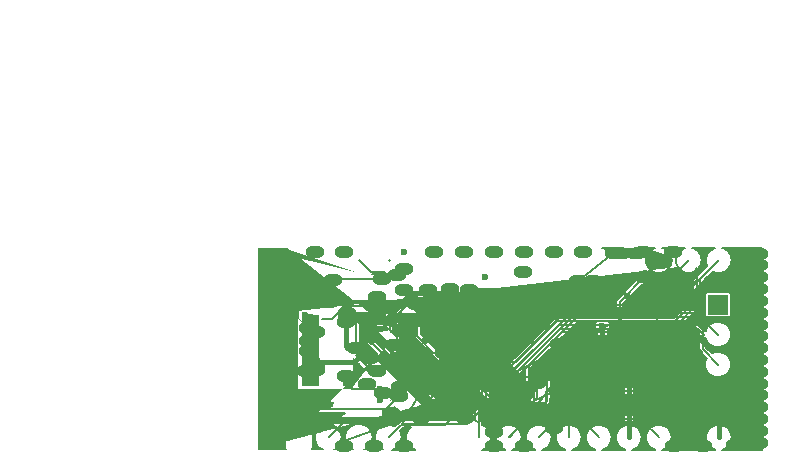
<source format=gbl>
From eaa4a30d32e724f8df426349fd12af535bfbca43 Mon Sep 17 00:00:00 2001
From: Jan--Henrik <janhenrik@janhenrik.org>
Date: Fri, 25 Oct 2019 00:35:35 +0200
Subject: updated V1.2

---
 HW v1.2/gerber/OtterPill-B.Cu.gbl | 8337 +++++++++++++++++++------------------
 1 file changed, 4389 insertions(+), 3948 deletions(-)

(limited to 'HW v1.2/gerber/OtterPill-B.Cu.gbl')

diff --git a/HW v1.2/gerber/OtterPill-B.Cu.gbl b/HW v1.2/gerber/OtterPill-B.Cu.gbl
index 890a967..58ac785 100644
--- a/HW v1.2/gerber/OtterPill-B.Cu.gbl	
+++ b/HW v1.2/gerber/OtterPill-B.Cu.gbl	
@@ -1,12 +1,12 @@
 G04 #@! TF.GenerationSoftware,KiCad,Pcbnew,5.0.1*
-G04 #@! TF.CreationDate,2019-10-18T03:38:24+02:00*
+G04 #@! TF.CreationDate,2019-10-25T00:23:11+02:00*
 G04 #@! TF.ProjectId,OtterPill,4F7474657250696C6C2E6B696361645F,rev?*
 G04 #@! TF.SameCoordinates,Original*
 G04 #@! TF.FileFunction,Copper,L2,Bot,Signal*
 G04 #@! TF.FilePolarity,Positive*
 %FSLAX46Y46*%
 G04 Gerber Fmt 4.6, Leading zero omitted, Abs format (unit mm)*
-G04 Created by KiCad (PCBNEW 5.0.1) date Fri 18 Oct 2019 03:38:24 AM CEST*
+G04 Created by KiCad (PCBNEW 5.0.1) date Fri 25 Oct 2019 12:23:11 AM CEST*
 %MOMM*%
 %LPD*%
 G01*
@@ -20,32 +20,35 @@ G04 #@! TD*
 G04 #@! TA.AperFunction,ComponentPad*
 %ADD12R,1.700000X1.700000*%
 G04 #@! TD*
-G04 #@! TA.AperFunction,ComponentPad*
-%ADD13O,2.100000X1.000000*%
+G04 #@! TA.AperFunction,SMDPad,CuDef*
+%ADD13R,1.000000X1.000000*%
 G04 #@! TD*
 G04 #@! TA.AperFunction,ComponentPad*
-%ADD14O,1.600000X1.000000*%
+%ADD14O,2.100000X1.000000*%
 G04 #@! TD*
-G04 #@! TA.AperFunction,ViaPad*
-%ADD15C,0.600000*%
+G04 #@! TA.AperFunction,ComponentPad*
+%ADD15O,1.600000X1.000000*%
 G04 #@! TD*
 G04 #@! TA.AperFunction,ViaPad*
-%ADD16C,0.800000*%
+%ADD16C,0.600000*%
 G04 #@! TD*
 G04 #@! TA.AperFunction,Conductor*
-%ADD17C,0.200000*%
+%ADD17C,0.157000*%
 G04 #@! TD*
 G04 #@! TA.AperFunction,Conductor*
 %ADD18C,0.400000*%
 G04 #@! TD*
 G04 #@! TA.AperFunction,Conductor*
-%ADD19C,0.600000*%
+%ADD19C,0.200000*%
+G04 #@! TD*
+G04 #@! TA.AperFunction,Conductor*
+%ADD20C,0.600000*%
 G04 #@! TD*
 G04 #@! TA.AperFunction,Conductor*
-%ADD20C,0.157000*%
+%ADD21C,0.800000*%
 G04 #@! TD*
 G04 #@! TA.AperFunction,Conductor*
-%ADD21C,0.100000*%
+%ADD22C,0.100000*%
 G04 #@! TD*
 G04 APERTURE END LIST*
 D10*
@@ -74,6 +77,35 @@ X63200000Y-37100000D01*
 X20300000Y-19800000D02*
 X62900000Y-19800000D01*
 D11*
+G04 #@! TO.P,J5,4*
+G04 #@! TO.N,GND*
+X59200000Y-32470000D03*
+G04 #@! TO.P,J5,3*
+G04 #@! TO.N,SWCLK*
+X59200000Y-29930000D03*
+G04 #@! TO.P,J5,2*
+G04 #@! TO.N,SWDIO*
+X59200000Y-27390000D03*
+D12*
+G04 #@! TO.P,J5,1*
+G04 #@! TO.N,+3V3*
+X59200000Y-24850000D03*
+G04 #@! TD*
+D13*
+G04 #@! TO.P,J7,1*
+G04 #@! TO.N,Net-(J7-Pad1)*
+X53900000Y-33300000D03*
+G04 #@! TD*
+D12*
+G04 #@! TO.P,J2,1*
+G04 #@! TO.N,VIN*
+X21420000Y-21780000D03*
+G04 #@! TD*
+G04 #@! TO.P,J6,1*
+G04 #@! TO.N,GND*
+X21420000Y-35340000D03*
+G04 #@! TD*
+D11*
 G04 #@! TO.P,J3,15*
 G04 #@! TO.N,315*
 X59260000Y-21100000D03*
@@ -169,553 +201,443 @@ G04 #@! TO.P,J4,1*
 G04 #@! TO.N,41*
 X23700000Y-36100000D03*
 G04 #@! TD*
-D11*
-G04 #@! TO.P,J5,4*
-G04 #@! TO.N,GND*
-X59200000Y-32470000D03*
-G04 #@! TO.P,J5,3*
-G04 #@! TO.N,SWCLK*
-X59200000Y-29930000D03*
-G04 #@! TO.P,J5,2*
-G04 #@! TO.N,SWDIO*
-X59200000Y-27390000D03*
-D12*
-G04 #@! TO.P,J5,1*
-G04 #@! TO.N,+3V3*
-X59200000Y-24850000D03*
-G04 #@! TD*
-D13*
+D14*
 G04 #@! TO.P,J1,S1*
 G04 #@! TO.N,GND*
 X25454999Y-24250000D03*
 X25454999Y-32890000D03*
-D14*
+D15*
 X21274999Y-24250000D03*
 X21274999Y-32890000D03*
 G04 #@! TD*
-D15*
+D16*
 G04 #@! TO.N,GND*
 X50300000Y-36750000D03*
 X52900000Y-36800000D03*
-X43600000Y-30700000D03*
-X42350000Y-31250000D03*
-X34100000Y-32000000D03*
-X37900000Y-27100000D03*
-X45500000Y-28700000D03*
-X39900000Y-28600000D03*
-X42700000Y-25700000D03*
-X34400000Y-27900000D03*
-X46100000Y-23200000D03*
-X46800000Y-23200000D03*
-X30550000Y-32900000D03*
-X25150000Y-34950000D03*
-X50250000Y-32850000D03*
-X51350000Y-27850000D03*
-X54000000Y-27700000D03*
-X32000000Y-30100000D03*
-X32677831Y-21685988D03*
 X47800000Y-36800000D03*
-X27500000Y-36800000D03*
-X30050000Y-36850000D03*
-X32550000Y-36800000D03*
-X25050000Y-20400000D03*
-X27500000Y-20400000D03*
-X35150000Y-20400000D03*
-X37650000Y-20400000D03*
-X45250000Y-20350000D03*
-X42750000Y-20350000D03*
-X47850000Y-20350000D03*
-X40150000Y-20400000D03*
-X32600000Y-20400000D03*
-X51500000Y-24100000D03*
-X56100000Y-25050000D03*
-X56100000Y-23400000D03*
-X58500000Y-23200000D03*
-X58000000Y-20400000D03*
-X55400000Y-20400000D03*
 X39500000Y-22500000D03*
-X36325000Y-24700000D03*
-X51400000Y-30575000D03*
-X53950000Y-32710510D03*
-X50049521Y-31614490D03*
-X47950000Y-28525000D03*
-X41285965Y-33185965D03*
-X30809501Y-24965499D03*
-X31825000Y-28275000D03*
-X38150000Y-25025000D03*
-G04 #@! TO.N,VBUS*
-X24500000Y-28800000D03*
-X27700000Y-31500000D03*
-X27700000Y-30900000D03*
-X24500000Y-29700000D03*
-X24500000Y-27900000D03*
-X30550000Y-32025000D03*
-D16*
-X48456615Y-24250479D03*
-D15*
-X25150000Y-27200000D03*
-X25150000Y-30250000D03*
-X27695154Y-26355022D03*
+X42700000Y-25797010D03*
+X31792990Y-28275000D03*
+X25150000Y-35225510D03*
+X42890000Y-27780000D03*
+X44250000Y-26530000D03*
+X48500000Y-28820000D03*
+X48710000Y-31440000D03*
+X58500000Y-23200000D03*
+X48620000Y-27890000D03*
+X49100000Y-28500000D03*
+X51470000Y-29480000D03*
+X53550000Y-29600000D03*
+X52200000Y-30400000D03*
+X55590000Y-29000000D03*
+X57150000Y-29050000D03*
+X55600000Y-30600000D03*
+X43640000Y-25760000D03*
+X36540000Y-23530000D03*
+X37000000Y-28100000D03*
+X32250000Y-31850000D03*
+X29480000Y-31570000D03*
+X30865510Y-32360000D03*
+X41640000Y-27460000D03*
+X41450000Y-26190000D03*
+X42730000Y-22130000D03*
+X40095772Y-33843328D03*
+X30050000Y-36800000D03*
+X39200000Y-27892990D03*
+X30292456Y-25856973D03*
+X37770000Y-24242990D03*
+X30340000Y-24170000D03*
+X49882999Y-24887575D03*
+X49200000Y-24900000D03*
+X49550000Y-25500000D03*
+X61680000Y-20540000D03*
+X62680000Y-20540000D03*
+X61680000Y-21540000D03*
+X62680000Y-21540000D03*
+X61680000Y-22540000D03*
+X62680000Y-22540000D03*
+X61680000Y-23540000D03*
+X62680000Y-23540000D03*
+X61680000Y-24540000D03*
+X62680000Y-24540000D03*
+X61680000Y-25540000D03*
+X62680000Y-25540000D03*
+X61680000Y-26540000D03*
+X62680000Y-26540000D03*
+X61680000Y-27540000D03*
+X62680000Y-27540000D03*
+X61680000Y-28540000D03*
+X62680000Y-28540000D03*
+X61680000Y-29540000D03*
+X62680000Y-29540000D03*
+X61680000Y-30540000D03*
+X62680000Y-30540000D03*
+X61680000Y-31540000D03*
+X62680000Y-31540000D03*
+X61680000Y-32540000D03*
+X62680000Y-32540000D03*
+X61680000Y-33540000D03*
+X62680000Y-33540000D03*
+X61680000Y-34540000D03*
+X62680000Y-34540000D03*
+X61680000Y-35540000D03*
+X62680000Y-35540000D03*
+X61680000Y-36540000D03*
+X62680000Y-36540000D03*
+X47656337Y-33643663D03*
+X48312533Y-32567179D03*
+X45320000Y-35300000D03*
+X32580000Y-23594000D03*
+X34612000Y-23594000D03*
+X47312000Y-22832000D03*
+X48582000Y-22832000D03*
+X47820000Y-23594000D03*
+X40230000Y-36810000D03*
+X42770000Y-36810000D03*
+X32580000Y-36830000D03*
+X27520000Y-36790000D03*
+X55470000Y-36820000D03*
+X57950000Y-36810000D03*
+X60610000Y-36760000D03*
+X55430000Y-20390000D03*
+X52880000Y-20430000D03*
+X50400000Y-20460000D03*
+X47800000Y-20410000D03*
+X45280000Y-20420000D03*
+X42740000Y-20420000D03*
+X40200000Y-20400000D03*
+X37690000Y-20380000D03*
+X35170000Y-20400000D03*
+X27510000Y-20420000D03*
+X25070000Y-20380000D03*
+G04 #@! TO.N,Net-(C3-Pad1)*
+X52980000Y-22550000D03*
+X50870000Y-25530000D03*
 G04 #@! TO.N,+3V3*
-X56817211Y-27442634D03*
-X50213064Y-28900000D03*
-X44700000Y-23600000D03*
-X37700000Y-28400000D03*
-X37789027Y-34443026D03*
-X34081842Y-34460831D03*
-X38125000Y-23650000D03*
 X28592990Y-28500000D03*
-X30728163Y-22721837D03*
-X26600000Y-22800000D03*
-X27775000Y-25600000D03*
-G04 #@! TO.N,Net-(R5-Pad1)*
-X49400000Y-33400008D03*
-X46419696Y-31198766D03*
-X48225000Y-27475000D03*
+X51500030Y-31437000D03*
+X30330000Y-30470000D03*
+X27794282Y-25816292D03*
 G04 #@! TO.N,SWCLK*
-X42900000Y-33800000D03*
+X43196790Y-31800901D03*
 G04 #@! TO.N,SWDIO*
-X40098260Y-33246803D03*
+X41588375Y-30788003D03*
 G04 #@! TO.N,INT_N*
-X36022532Y-28945561D03*
-X36991401Y-30431042D03*
-X33364577Y-24664577D03*
+X36014007Y-28902422D03*
+X36830287Y-30510287D03*
+X34070000Y-26200000D03*
 G04 #@! TO.N,SDA*
-X35091649Y-27034322D03*
-X37205079Y-25949202D03*
-G04 #@! TO.N,SCL*
-X35585423Y-26014577D03*
-X37243517Y-25193166D03*
+X35118772Y-27302757D03*
+X37449835Y-25864876D03*
 G04 #@! TO.N,USB_P*
-X36135073Y-33653275D03*
 X29775000Y-29400000D03*
+X36113167Y-33728021D03*
 G04 #@! TO.N,USB_N*
 X36718588Y-33171011D03*
 X29800000Y-27575000D03*
-D16*
 G04 #@! TO.N,VIN*
-X49413054Y-26626108D03*
-D15*
+X24500000Y-28800000D03*
+X27700000Y-30900000D03*
+X24500000Y-27900000D03*
+X25150000Y-27200000D03*
+X25150000Y-30357010D03*
+X24770000Y-29600000D03*
+X32840000Y-30290000D03*
+X52315000Y-29530000D03*
+X55450000Y-32620000D03*
+X48000000Y-24750000D03*
+X48550000Y-24200000D03*
+X24300000Y-30450000D03*
+X24460000Y-26810000D03*
 G04 #@! TO.N,315*
-X39203875Y-31598615D03*
+X41050000Y-30250000D03*
 G04 #@! TO.N,314*
-X39939864Y-31775780D03*
-G04 #@! TO.N,313*
-X54942216Y-32057784D03*
-X48535510Y-31400720D03*
+X40873240Y-31036298D03*
 G04 #@! TO.N,33*
-X31987115Y-22312885D03*
+X32620000Y-21830000D03*
 G04 #@! TO.N,32*
-X37061841Y-32064490D03*
 X33269503Y-26301268D03*
+X38114536Y-32091178D03*
 G04 #@! TO.N,31*
-X36275599Y-31713774D03*
 X32700000Y-26800000D03*
-G04 #@! TO.N,413*
-X47000000Y-33000000D03*
-G04 #@! TO.N,411*
-X46300000Y-33535510D03*
-G04 #@! TO.N,410*
-X45520533Y-33834528D03*
-G04 #@! TO.N,49*
-X45683485Y-32152439D03*
+X37360000Y-32030000D03*
 G04 #@! TO.N,48*
-X46468088Y-32111434D03*
+X44711128Y-30646985D03*
+X43238543Y-34479306D03*
 G04 #@! TO.N,47*
-X39035307Y-26151680D03*
+X40858662Y-27948664D03*
 G04 #@! TO.N,46*
-X44135510Y-33594879D03*
-X40200000Y-35599994D03*
-G04 #@! TO.N,45*
-X47381696Y-31370610D03*
-X40091159Y-34760814D03*
+X43887842Y-31491848D03*
+X42708663Y-33938663D03*
 G04 #@! TO.N,44*
-X39125000Y-25400000D03*
+X40831870Y-27058583D03*
 G04 #@! TO.N,41*
-X32200000Y-32600000D03*
+X31520000Y-34060002D03*
+G04 #@! TO.N,Net-(J7-Pad1)*
+X45330000Y-30211021D03*
+X45727511Y-28212050D03*
+X52870000Y-32640000D03*
 G04 #@! TD*
 D17*
-G04 #@! TO.N,VBUS*
-X28225000Y-32025000D02*
-X27700000Y-31500000D01*
-X30550000Y-32025000D02*
-X28225000Y-32025000D01*
+G04 #@! TO.N,Net-(C3-Pad1)*
+X52980000Y-22550000D02*
+X50870000Y-24660000D01*
+X50870000Y-24660000D02*
+X50870000Y-25530000D01*
 D18*
-X47890930Y-24250479D02*
-X48456615Y-24250479D01*
-X47759174Y-24382235D02*
-X47890930Y-24250479D01*
-X44282235Y-24382235D02*
-X47759174Y-24382235D01*
-X44100000Y-24200000D02*
-X44282235Y-24382235D01*
-X38440361Y-24307001D02*
-X38547362Y-24200000D01*
-X30800000Y-26300000D02*
-X33200000Y-23900000D01*
-X36802638Y-23900000D02*
-X37209639Y-24307001D01*
-X37209639Y-24307001D02*
-X38440361Y-24307001D01*
-X33200000Y-23900000D02*
-X36802638Y-23900000D01*
-X38547362Y-24200000D02*
-X44100000Y-24200000D01*
-X24500000Y-29700000D02*
-X28375000Y-29700000D01*
-X28375000Y-29700000D02*
-X29250000Y-28825000D01*
-X29250000Y-28825000D02*
-X29250000Y-28050000D01*
-X29250000Y-28050000D02*
-X29075000Y-27875000D01*
-X29075000Y-26925000D02*
-X29700000Y-26300000D01*
-X29075000Y-27875000D02*
-X29075000Y-26925000D01*
-X29700000Y-26300000D02*
-X30800000Y-26300000D01*
-X27695154Y-28395154D02*
-X27695154Y-26779286D01*
-X27695154Y-26779286D02*
-X27695154Y-26355022D01*
-X27800000Y-28500000D02*
-X27695154Y-28395154D01*
-D17*
 G04 #@! TO.N,+3V3*
-X56817211Y-27442634D02*
-X55359845Y-28900000D01*
-X55359845Y-28900000D02*
-X50637328Y-28900000D01*
-X50637328Y-28900000D02*
-X50213064Y-28900000D01*
-D19*
-X27879169Y-34460831D02*
-X33657578Y-34460831D01*
-X33657578Y-34460831D02*
-X34081842Y-34460831D01*
-X26240000Y-36100000D02*
-X27879169Y-34460831D01*
-X38089026Y-34143027D02*
-X37789027Y-34443026D01*
-X38132862Y-34099191D02*
-X38089026Y-34143027D01*
-X38132862Y-28832862D02*
-X38132862Y-34099191D01*
-X37700000Y-28400000D02*
-X38132862Y-28832862D01*
-D18*
-X44700000Y-23600000D02*
-X38175000Y-23600000D01*
-X38175000Y-23600000D02*
-X38125000Y-23650000D01*
+X51640000Y-31576970D02*
+X51500030Y-31437000D01*
+X51640000Y-36100000D02*
+X51640000Y-31576970D01*
 D17*
-X26678163Y-22721837D02*
-X26600000Y-22800000D01*
-X30728163Y-22721837D02*
-X26678163Y-22721837D01*
-D20*
-X28592990Y-26417990D02*
-X28074999Y-25899999D01*
+X28592990Y-29157254D02*
+X29905736Y-30470000D01*
+X29905736Y-30470000D02*
+X30330000Y-30470000D01*
 X28592990Y-28500000D02*
-X28592990Y-26417990D01*
-X28074999Y-25899999D02*
-X27775000Y-25600000D01*
-G04 #@! TO.N,Net-(R5-Pad1)*
-X46719695Y-31498765D02*
-X46419696Y-31198766D01*
-X49400000Y-33400008D02*
-X48620938Y-33400008D01*
-X48524999Y-27774999D02*
-X48524999Y-30150001D01*
-X48225000Y-27475000D02*
-X48524999Y-27774999D01*
-X48524999Y-30150001D02*
-X48000000Y-30675000D01*
-X48000000Y-31675000D02*
-X47447965Y-32227035D01*
-X48000000Y-30675000D02*
-X48000000Y-31675000D01*
-X48620938Y-33400008D02*
-X47447965Y-32227035D01*
-X47447965Y-32227035D02*
-X46719695Y-31498765D01*
+X28592990Y-29157254D01*
+X28592990Y-26615000D02*
+X28094281Y-26116291D01*
+X28592990Y-28500000D02*
+X28592990Y-26615000D01*
+X28094281Y-26116291D02*
+X27794282Y-25816292D01*
 G04 #@! TO.N,SWCLK*
-X42900000Y-33375736D02*
-X42900000Y-33800000D01*
-X57900000Y-28630000D02*
-X57900000Y-27000000D01*
+X45980201Y-27202033D02*
+X43196790Y-29985444D01*
+X56472033Y-27202033D02*
+X45980201Y-27202033D01*
 X59200000Y-29930000D02*
-X57900000Y-28630000D01*
-X47300000Y-25900000D02*
-X42900000Y-30300000D01*
-X56800000Y-25900000D02*
-X47300000Y-25900000D01*
-X57900000Y-27000000D02*
-X56800000Y-25900000D01*
-X42900000Y-30300000D02*
-X42900000Y-33375736D01*
+X56472033Y-27202033D01*
+X43196790Y-31376637D02*
+X43196790Y-31800901D01*
+X43196790Y-29985444D02*
+X43196790Y-31376637D01*
 G04 #@! TO.N,SWDIO*
-X57395989Y-25585989D02*
-X47169933Y-25585989D01*
-X40900000Y-32445063D02*
-X40398259Y-32946804D01*
-X40398259Y-32946804D02*
-X40098260Y-33246803D01*
-X47169933Y-25585989D02*
-X40900000Y-31855922D01*
+X57997919Y-27390000D02*
+X57495941Y-26888022D01*
 X59200000Y-27390000D02*
-X57395989Y-25585989D01*
-X40900000Y-31855922D02*
-X40900000Y-32445063D01*
-D17*
+X57997919Y-27390000D01*
+X57495941Y-26888022D02*
+X45850134Y-26888022D01*
+X45850134Y-26888022D02*
+X41950153Y-30788003D01*
+X41950153Y-30788003D02*
+X41588375Y-30788003D01*
 G04 #@! TO.N,INT_N*
-X36022532Y-28945561D02*
-X36022532Y-29462173D01*
-X36691402Y-30131043D02*
-X36991401Y-30431042D01*
-X36022532Y-29462173D02*
-X36691402Y-30131043D01*
-D20*
 X31400000Y-21180000D02*
 X31320000Y-21100000D01*
-X35722533Y-28422533D02*
-X34400000Y-27100000D01*
-X34400000Y-27100000D02*
-X34400000Y-25700000D01*
-X34400000Y-25700000D02*
-X33664576Y-24964576D01*
-X33664576Y-24964576D02*
-X33364577Y-24664577D01*
-X35722533Y-28645562D02*
-X35722533Y-28422533D01*
-X36022532Y-28945561D02*
-X35722533Y-28645562D01*
+X36014007Y-28902422D02*
+X36014007Y-29694007D01*
+X36530288Y-30210288D02*
+X36830287Y-30510287D01*
+X36014007Y-29694007D02*
+X36530288Y-30210288D01*
+X34070000Y-26320000D02*
+X34070000Y-26200000D01*
+X35996429Y-28920000D02*
+X35080000Y-28920000D01*
+X35080000Y-28920000D02*
+X33700000Y-27540000D01*
+X36014007Y-28902422D02*
+X35996429Y-28920000D01*
+X33700000Y-27540000D02*
+X33700000Y-26690000D01*
+X33700000Y-26690000D02*
+X34070000Y-26320000D01*
 G04 #@! TO.N,SDA*
-X36905080Y-26249201D02*
-X37205079Y-25949202D01*
-X35107500Y-26992500D02*
-X36161781Y-26992500D01*
-X36161781Y-26992500D02*
-X36905080Y-26249201D01*
-G04 #@! TO.N,SCL*
-X36831098Y-25193166D02*
-X37243517Y-25193166D01*
-X35585423Y-26014577D02*
-X36009687Y-26014577D01*
-X36009687Y-26014577D02*
-X36831098Y-25193166D01*
-D17*
+X35118772Y-27302757D02*
+X36011954Y-27302757D01*
+X36011954Y-27302757D02*
+X37149836Y-26164875D01*
+X37149836Y-26164875D02*
+X37449835Y-25864876D01*
+D19*
 G04 #@! TO.N,USB_P*
-X32306062Y-29400000D02*
-X30199264Y-29400000D01*
-X36135073Y-33229011D02*
-X32306062Y-29400000D01*
-X30199264Y-29400000D02*
-X29775000Y-29400000D01*
-X36135073Y-33653275D02*
-X36135073Y-33229011D01*
+X35898021Y-33728021D02*
+X36113167Y-33728021D01*
+X35720000Y-33550000D02*
+X35898021Y-33728021D01*
+X34800000Y-33550000D02*
+X35720000Y-33550000D01*
+X29775000Y-29400000D02*
+X30650000Y-29400000D01*
+X30650000Y-29400000D02*
+X34800000Y-33550000D01*
 G04 #@! TO.N,USB_N*
-X30224264Y-27575000D02*
-X29800000Y-27575000D01*
-X31624264Y-28975000D02*
-X30224264Y-27575000D01*
+X34925899Y-33171011D02*
+X29800000Y-28045112D01*
 X36718588Y-33171011D02*
-X32522577Y-28975000D01*
-X32522577Y-28975000D02*
-X31624264Y-28975000D01*
-D18*
+X34925899Y-33171011D01*
+X29800000Y-27999264D02*
+X29800000Y-27575000D01*
+X29800000Y-28045112D02*
+X29800000Y-27999264D01*
 G04 #@! TO.N,VIN*
-X49413054Y-27191793D02*
-X49413054Y-26626108D01*
-X49413054Y-29063054D02*
-X49413054Y-27191793D01*
-X54162081Y-29800000D02*
-X50150000Y-29800000D01*
-X59260000Y-36100000D02*
-X59260000Y-34897919D01*
-X50150000Y-29800000D02*
-X49413054Y-29063054D01*
-X59260000Y-34897919D02*
-X54162081Y-29800000D01*
+X32840000Y-30290000D02*
+X32350000Y-29800000D01*
+X32350000Y-29800000D02*
+X32350000Y-27490000D01*
+X32350000Y-27490000D02*
+X31790000Y-26930000D01*
+X31790000Y-26930000D02*
+X31790000Y-25100000D01*
 D20*
+X59260000Y-35527602D02*
+X59260000Y-36100000D01*
+D18*
+X52315000Y-29530000D02*
+X55405000Y-32620000D01*
+X55405000Y-32620000D02*
+X55450000Y-32620000D01*
+D20*
+X48550000Y-24200000D02*
+X48000000Y-24750000D01*
+X47750001Y-24999999D02*
+X48000000Y-24750000D01*
+X27540000Y-24999999D02*
+X47750001Y-24999999D01*
+X25707000Y-26055361D02*
+X26484638Y-26055361D01*
+X26484638Y-26055361D02*
+X27540000Y-24999999D01*
+D21*
+X21420000Y-21780000D02*
+X23650000Y-24010000D01*
+X23650000Y-26000000D02*
+X24460000Y-26810000D01*
+X23650000Y-24010000D02*
+X23650000Y-26000000D01*
+D17*
 G04 #@! TO.N,315*
-X47039866Y-25271978D02*
-X40585989Y-31725855D01*
-X40585989Y-32014011D02*
-X40000000Y-32600000D01*
-X40000000Y-32600000D02*
-X39780996Y-32600000D01*
-X39203875Y-32022879D02*
-X39203875Y-31598615D01*
-X40585989Y-31725855D02*
-X40585989Y-32014011D01*
-X55088022Y-25271978D02*
-X47039866Y-25271978D01*
+X45720067Y-26574011D02*
+X42044078Y-30250000D01*
+X41474264Y-30250000D02*
+X41050000Y-30250000D01*
+X55720067Y-26574011D02*
+X45720067Y-26574011D01*
+X42044078Y-30250000D02*
+X41474264Y-30250000D01*
 X59260000Y-21100000D02*
-X55088022Y-25271978D01*
-X39780996Y-32600000D02*
-X39203875Y-32022879D01*
+X57714011Y-22645989D01*
+X57714011Y-22645989D02*
+X57714010Y-24580068D01*
+X57714010Y-24580068D02*
+X55720067Y-26574011D01*
 G04 #@! TO.N,314*
+X40573241Y-30736299D02*
+X40873240Y-31036298D01*
+X55590000Y-26260000D02*
+X45590000Y-26260000D01*
+X45590000Y-26260000D02*
+X42135501Y-29714499D01*
+X42135501Y-29714499D02*
+X40792959Y-29714499D01*
+X40792959Y-29714499D02*
+X40514499Y-29992959D01*
+X40514499Y-29992959D02*
+X40514499Y-30677557D01*
+X40514499Y-30677557D02*
+X40573241Y-30736299D01*
 X56720000Y-21100000D02*
-X52934011Y-24885989D01*
-X40239863Y-31475781D02*
-X39939864Y-31775780D01*
-X46829655Y-24885989D02*
-X40239863Y-31475781D01*
-X52934011Y-24885989D02*
-X46829655Y-24885989D01*
-G04 #@! TO.N,313*
-X48835509Y-31700719D02*
-X48535510Y-31400720D01*
-X49309790Y-32175000D02*
-X48835509Y-31700719D01*
-X54942216Y-32057784D02*
-X54517952Y-32057784D01*
-X54517952Y-32057784D02*
-X54400736Y-32175000D01*
-X54400736Y-32175000D02*
-X49309790Y-32175000D01*
+X57400000Y-21780000D01*
+X57400000Y-21780000D02*
+X57400000Y-24450000D01*
+X57400000Y-24450000D02*
+X55590000Y-26260000D01*
 G04 #@! TO.N,33*
-X29783449Y-22103449D02*
-X30902318Y-22103449D01*
-X30902318Y-22103449D02*
-X31111754Y-22312885D01*
+X32320001Y-22129999D02*
+X32620000Y-21830000D01*
+X32200000Y-22250000D02*
+X32320001Y-22129999D01*
 X28780000Y-21100000D02*
-X29783449Y-22103449D01*
-X31562851Y-22312885D02*
-X31987115Y-22312885D01*
-X31111754Y-22312885D02*
-X31562851Y-22312885D01*
+X29930000Y-22250000D01*
+X29930000Y-22250000D02*
+X32200000Y-22250000D01*
 G04 #@! TO.N,32*
-X37061841Y-31640226D02*
-X33269503Y-27847888D01*
-X33269503Y-26725532D02*
-X33269503Y-26301268D01*
-X33269503Y-27847888D02*
-X33269503Y-26725532D01*
-X37061841Y-32064490D02*
-X37061841Y-31640226D01*
+X36930234Y-31374498D02*
+X37822120Y-31374498D01*
+X37822120Y-31374498D02*
+X38114536Y-31666914D01*
+X33269503Y-26301268D02*
+X33269503Y-27713767D01*
+X38114536Y-31666914D02*
+X38114536Y-32091178D01*
+X33269503Y-27713767D02*
+X36930234Y-31374498D01*
 G04 #@! TO.N,31*
-X36275599Y-31713774D02*
-X32700000Y-28138175D01*
-X32700000Y-27224264D02*
-X32700000Y-26800000D01*
-X32700000Y-28138175D02*
-X32700000Y-27224264D01*
-G04 #@! TO.N,413*
-X48500000Y-34500000D02*
-X47000000Y-33000000D01*
-X54180000Y-36100000D02*
-X52580000Y-34500000D01*
-X52580000Y-34500000D02*
-X48500000Y-34500000D01*
-G04 #@! TO.N,411*
-X49100000Y-36100000D02*
-X46535510Y-33535510D01*
-X46535510Y-33535510D02*
-X46300000Y-33535510D01*
-G04 #@! TO.N,410*
-X46560000Y-36100000D02*
-X46560000Y-34873995D01*
-X46560000Y-34873995D02*
-X45820532Y-34134527D01*
-X45820532Y-34134527D02*
-X45520533Y-33834528D01*
-G04 #@! TO.N,49*
-X44985023Y-32850901D02*
-X45383486Y-32452438D01*
-X44985023Y-35134977D02*
-X44985023Y-32850901D01*
-X45383486Y-32452438D02*
-X45683485Y-32152439D01*
-X44020000Y-36100000D02*
-X44985023Y-35134977D01*
+X32700000Y-27794264D02*
+X36935736Y-32030000D01*
+X32700000Y-26800000D02*
+X32700000Y-27794264D01*
+X36935736Y-32030000D02*
+X37360000Y-32030000D01*
 G04 #@! TO.N,48*
-X46168089Y-31811435D02*
-X46468088Y-32111434D01*
-X46168089Y-31704485D02*
-X46168089Y-31811435D01*
-X42329999Y-35250001D02*
-X43338155Y-35250001D01*
-X44671012Y-33917144D02*
-X44671012Y-32293770D01*
-X45989419Y-31525815D02*
-X46168089Y-31704485D01*
 X41480000Y-36100000D02*
-X42329999Y-35250001D01*
-X45438967Y-31525815D02*
-X45989419Y-31525815D01*
-X43338155Y-35250001D02*
-X44671012Y-33917144D01*
-X44671012Y-32293770D02*
-X45438967Y-31525815D01*
+X41552542Y-36100000D01*
+X44711128Y-30646985D02*
+X44711128Y-33006721D01*
+X44711128Y-33006721D02*
+X43538542Y-34179307D01*
+X43538542Y-34179307D02*
+X43238543Y-34479306D01*
 G04 #@! TO.N,47*
-X38735308Y-26451679D02*
-X39035307Y-26151680D01*
-X38668373Y-26518614D02*
-X38735308Y-26451679D01*
-X38940000Y-34897919D02*
-X38668373Y-34626292D01*
-X38668373Y-34626292D02*
-X38668373Y-26518614D01*
+X38940000Y-34404078D02*
+X39564011Y-33780067D01*
+X39564011Y-33780067D02*
+X39564011Y-29243315D01*
 X38940000Y-36100000D02*
-X38940000Y-34897919D01*
+X38940000Y-34404078D01*
+X40558663Y-28248663D02*
+X40858662Y-27948664D01*
+X39564011Y-29243315D02*
+X40558663Y-28248663D01*
 G04 #@! TO.N,46*
-X40885983Y-34914011D02*
-X40499999Y-35299995D01*
-X43230067Y-34914011D02*
-X40885983Y-34914011D01*
-X44135510Y-33594879D02*
-X44135510Y-34008568D01*
-X40499999Y-35299995D02*
-X40200000Y-35599994D01*
-X44135510Y-34008568D02*
-X43230067Y-34914011D01*
-G04 #@! TO.N,45*
-X43239187Y-34460815D02*
-X40391158Y-34460815D01*
-X45300000Y-30400000D02*
-X43600000Y-32100000D01*
-X43600000Y-32100000D02*
-X43600000Y-34100002D01*
-X43600000Y-34100002D02*
-X43239187Y-34460815D01*
-X40391158Y-34460815D02*
-X40091159Y-34760814D01*
-X46411086Y-30400000D02*
-X45300000Y-30400000D01*
-X47381696Y-31370610D02*
-X46411086Y-30400000D01*
+X43887842Y-31491848D02*
+X43887842Y-32759484D01*
+X43008662Y-33638664D02*
+X42708663Y-33938663D01*
+X43887842Y-32759484D02*
+X43008662Y-33638664D01*
 G04 #@! TO.N,44*
+X40831870Y-27218130D02*
+X40831870Y-27058583D01*
+X39250000Y-28800000D02*
+X40831870Y-27218130D01*
+X39250000Y-33650000D02*
+X39250000Y-28800000D01*
+X37960000Y-34940000D02*
+X39250000Y-33650000D01*
 X31320000Y-36100000D02*
-X32405501Y-35014499D01*
-X36085501Y-35014499D02*
-X37597351Y-33502649D01*
-X32405501Y-35014499D02*
-X36085501Y-35014499D01*
-X37597351Y-33502649D02*
-X37597351Y-29197351D01*
-X37100000Y-27000736D02*
-X38700736Y-25400000D01*
-X37597351Y-29197351D02*
-X37100000Y-28700000D01*
-X38700736Y-25400000D02*
-X39125000Y-25400000D01*
-X37100000Y-28700000D02*
-X37100000Y-27000736D01*
+X32480000Y-34940000D01*
+X32480000Y-34940000D02*
+X37960000Y-34940000D01*
 G04 #@! TO.N,41*
-X23700000Y-35050000D02*
-X23700000Y-36100000D01*
-X25059990Y-33690010D02*
-X23700000Y-35050000D01*
-X31109990Y-33690010D02*
-X25059990Y-33690010D01*
-X32200000Y-32600000D02*
-X31109990Y-33690010D01*
+X31524999Y-34065001D02*
+X31520000Y-34060002D01*
+X30900000Y-34690000D02*
+X31524999Y-34065001D01*
+X24103000Y-34690000D02*
+X30900000Y-34690000D01*
+X23700000Y-36100000D02*
+X23700000Y-35093000D01*
+X23700000Y-35093000D02*
+X24103000Y-34690000D01*
+G04 #@! TO.N,Net-(J7-Pad1)*
+X45330000Y-28609561D02*
+X45427512Y-28512049D01*
+X45330000Y-30211021D02*
+X45330000Y-28609561D01*
+X45427512Y-28512049D02*
+X45727511Y-28212050D01*
+X53240000Y-32640000D02*
+X53900000Y-33300000D01*
+X52870000Y-32640000D02*
+X53240000Y-32640000D01*
 G04 #@! TD*
-D21*
-G04 #@! TO.N,VBUS*
+D22*
+G04 #@! TO.N,VIN*
 G36*
 X24413444Y-25524821D02*
 X24392999Y-25627603D01*
@@ -738,22 +660,24 @@ X25456999Y-25732397D01*
 X25456999Y-25627603D01*
 X25436554Y-25524821D01*
 X25405562Y-25450000D01*
-X27288360Y-25450000D01*
-X27287484Y-25452114D01*
-X27268000Y-25550065D01*
-X27268000Y-25649935D01*
-X27287484Y-25747886D01*
-X27325703Y-25840154D01*
-X27381188Y-25923194D01*
-X27451806Y-25993812D01*
-X27534846Y-26049297D01*
-X27627114Y-26087516D01*
-X27725065Y-26107000D01*
-X27824935Y-26107000D01*
-X27869398Y-26098156D01*
-X27883035Y-26111793D01*
-X27883040Y-26111797D01*
-X28050000Y-26278757D01*
+X27443568Y-25450000D01*
+X27400470Y-25493098D01*
+X27344985Y-25576138D01*
+X27306766Y-25668406D01*
+X27287282Y-25766357D01*
+X27287282Y-25866227D01*
+X27306766Y-25964178D01*
+X27344985Y-26056446D01*
+X27400470Y-26139486D01*
+X27471088Y-26210104D01*
+X27554128Y-26265589D01*
+X27646396Y-26303808D01*
+X27744347Y-26323292D01*
+X27844217Y-26323292D01*
+X27888680Y-26314448D01*
+X27902317Y-26328085D01*
+X27902322Y-26328089D01*
+X28050000Y-26475767D01*
 X28050000Y-31750000D01*
 X25371058Y-31750000D01*
 X25396451Y-31711996D01*
@@ -806,22 +730,24 @@ X25456999Y-25732397D01*
 X25456999Y-25627603D01*
 X25436554Y-25524821D01*
 X25405562Y-25450000D01*
-X27288360Y-25450000D01*
-X27287484Y-25452114D01*
-X27268000Y-25550065D01*
-X27268000Y-25649935D01*
-X27287484Y-25747886D01*
-X27325703Y-25840154D01*
-X27381188Y-25923194D01*
-X27451806Y-25993812D01*
-X27534846Y-26049297D01*
-X27627114Y-26087516D01*
-X27725065Y-26107000D01*
-X27824935Y-26107000D01*
-X27869398Y-26098156D01*
-X27883035Y-26111793D01*
-X27883040Y-26111797D01*
-X28050000Y-26278757D01*
+X27443568Y-25450000D01*
+X27400470Y-25493098D01*
+X27344985Y-25576138D01*
+X27306766Y-25668406D01*
+X27287282Y-25766357D01*
+X27287282Y-25866227D01*
+X27306766Y-25964178D01*
+X27344985Y-26056446D01*
+X27400470Y-26139486D01*
+X27471088Y-26210104D01*
+X27554128Y-26265589D01*
+X27646396Y-26303808D01*
+X27744347Y-26323292D01*
+X27844217Y-26323292D01*
+X27888680Y-26314448D01*
+X27902317Y-26328085D01*
+X27902322Y-26328089D01*
+X28050000Y-26475767D01*
 X28050000Y-31750000D01*
 X25371058Y-31750000D01*
 X25396451Y-31711996D01*
@@ -851,1373 +777,9 @@ X23950000Y-31750000D01*
 X23950000Y-25450000D01*
 X24444436Y-25450000D01*
 X24413444Y-25524821D01*
-D20*
+D17*
 G04 #@! TO.N,GND*
 G36*
-X48267060Y-34711123D02*
-X48276894Y-34723106D01*
-X48324707Y-34762344D01*
-X48379256Y-34791502D01*
-X48438445Y-34809456D01*
-X48484578Y-34814000D01*
-X48484580Y-34814000D01*
-X48499999Y-34815519D01*
-X48515418Y-34814000D01*
-X52449938Y-34814000D01*
-X53223219Y-35587281D01*
-X53172277Y-35682587D01*
-X53110206Y-35887205D01*
-X53089248Y-36100000D01*
-X53110206Y-36312795D01*
-X53172277Y-36517413D01*
-X53273073Y-36705989D01*
-X53408722Y-36871278D01*
-X53574011Y-37006927D01*
-X53762587Y-37107723D01*
-X53867340Y-37139500D01*
-X51952660Y-37139500D01*
-X52057413Y-37107723D01*
-X52245989Y-37006927D01*
-X52411278Y-36871278D01*
-X52546927Y-36705989D01*
-X52647723Y-36517413D01*
-X52709794Y-36312795D01*
-X52730752Y-36100000D01*
-X52709794Y-35887205D01*
-X52647723Y-35682587D01*
-X52546927Y-35494011D01*
-X52411278Y-35328722D01*
-X52245989Y-35193073D01*
-X52057413Y-35092277D01*
-X51852795Y-35030206D01*
-X51693326Y-35014500D01*
-X51586674Y-35014500D01*
-X51427205Y-35030206D01*
-X51222587Y-35092277D01*
-X51034011Y-35193073D01*
-X50868722Y-35328722D01*
-X50733073Y-35494011D01*
-X50632277Y-35682587D01*
-X50570206Y-35887205D01*
-X50549248Y-36100000D01*
-X50570206Y-36312795D01*
-X50632277Y-36517413D01*
-X50733073Y-36705989D01*
-X50868722Y-36871278D01*
-X51034011Y-37006927D01*
-X51222587Y-37107723D01*
-X51327340Y-37139500D01*
-X49412660Y-37139500D01*
-X49517413Y-37107723D01*
-X49705989Y-37006927D01*
-X49871278Y-36871278D01*
-X50006927Y-36705989D01*
-X50107723Y-36517413D01*
-X50169794Y-36312795D01*
-X50190752Y-36100000D01*
-X50169794Y-35887205D01*
-X50107723Y-35682587D01*
-X50006927Y-35494011D01*
-X49871278Y-35328722D01*
-X49705989Y-35193073D01*
-X49517413Y-35092277D01*
-X49312795Y-35030206D01*
-X49153326Y-35014500D01*
-X49046674Y-35014500D01*
-X48887205Y-35030206D01*
-X48682587Y-35092277D01*
-X48587282Y-35143219D01*
-X46979562Y-33535500D01*
-X47052742Y-33535500D01*
-X47085018Y-33529080D01*
-X48267060Y-34711123D01*
-X48267060Y-34711123D01*
-G37*
-X48267060Y-34711123D02*
-X48276894Y-34723106D01*
-X48324707Y-34762344D01*
-X48379256Y-34791502D01*
-X48438445Y-34809456D01*
-X48484578Y-34814000D01*
-X48484580Y-34814000D01*
-X48499999Y-34815519D01*
-X48515418Y-34814000D01*
-X52449938Y-34814000D01*
-X53223219Y-35587281D01*
-X53172277Y-35682587D01*
-X53110206Y-35887205D01*
-X53089248Y-36100000D01*
-X53110206Y-36312795D01*
-X53172277Y-36517413D01*
-X53273073Y-36705989D01*
-X53408722Y-36871278D01*
-X53574011Y-37006927D01*
-X53762587Y-37107723D01*
-X53867340Y-37139500D01*
-X51952660Y-37139500D01*
-X52057413Y-37107723D01*
-X52245989Y-37006927D01*
-X52411278Y-36871278D01*
-X52546927Y-36705989D01*
-X52647723Y-36517413D01*
-X52709794Y-36312795D01*
-X52730752Y-36100000D01*
-X52709794Y-35887205D01*
-X52647723Y-35682587D01*
-X52546927Y-35494011D01*
-X52411278Y-35328722D01*
-X52245989Y-35193073D01*
-X52057413Y-35092277D01*
-X51852795Y-35030206D01*
-X51693326Y-35014500D01*
-X51586674Y-35014500D01*
-X51427205Y-35030206D01*
-X51222587Y-35092277D01*
-X51034011Y-35193073D01*
-X50868722Y-35328722D01*
-X50733073Y-35494011D01*
-X50632277Y-35682587D01*
-X50570206Y-35887205D01*
-X50549248Y-36100000D01*
-X50570206Y-36312795D01*
-X50632277Y-36517413D01*
-X50733073Y-36705989D01*
-X50868722Y-36871278D01*
-X51034011Y-37006927D01*
-X51222587Y-37107723D01*
-X51327340Y-37139500D01*
-X49412660Y-37139500D01*
-X49517413Y-37107723D01*
-X49705989Y-37006927D01*
-X49871278Y-36871278D01*
-X50006927Y-36705989D01*
-X50107723Y-36517413D01*
-X50169794Y-36312795D01*
-X50190752Y-36100000D01*
-X50169794Y-35887205D01*
-X50107723Y-35682587D01*
-X50006927Y-35494011D01*
-X49871278Y-35328722D01*
-X49705989Y-35193073D01*
-X49517413Y-35092277D01*
-X49312795Y-35030206D01*
-X49153326Y-35014500D01*
-X49046674Y-35014500D01*
-X48887205Y-35030206D01*
-X48682587Y-35092277D01*
-X48587282Y-35143219D01*
-X46979562Y-33535500D01*
-X47052742Y-33535500D01*
-X47085018Y-33529080D01*
-X48267060Y-34711123D01*
-G36*
-X48919429Y-26221000D02*
-X48849881Y-26325086D01*
-X48801976Y-26440739D01*
-X48777554Y-26563517D01*
-X48777554Y-26688699D01*
-X48801976Y-26811477D01*
-X48849881Y-26927130D01*
-X48919429Y-27031216D01*
-X48977554Y-27089341D01*
-X48977554Y-27213186D01*
-X48977555Y-27213196D01*
-X48977554Y-29041662D01*
-X48975447Y-29063054D01*
-X48977554Y-29084445D01*
-X48977554Y-29084447D01*
-X48983855Y-29148426D01*
-X49003560Y-29213382D01*
-X49008758Y-29230518D01*
-X49049197Y-29306175D01*
-X49058980Y-29318095D01*
-X49103619Y-29372489D01*
-X49120242Y-29386131D01*
-X49826927Y-30092817D01*
-X49840565Y-30109435D01*
-X49857182Y-30123072D01*
-X49906878Y-30163857D01*
-X49935688Y-30179256D01*
-X49982535Y-30204296D01*
-X50064627Y-30229199D01*
-X50128606Y-30235500D01*
-X50128608Y-30235500D01*
-X50149999Y-30237607D01*
-X50171391Y-30235500D01*
-X53981692Y-30235500D01*
-X58824501Y-35078310D01*
-X58824501Y-35101944D01*
-X58654011Y-35193073D01*
-X58488722Y-35328722D01*
-X58353073Y-35494011D01*
-X58252277Y-35682587D01*
-X58190206Y-35887205D01*
-X58169248Y-36100000D01*
-X58190206Y-36312795D01*
-X58252277Y-36517413D01*
-X58353073Y-36705989D01*
-X58488722Y-36871278D01*
-X58654011Y-37006927D01*
-X58842587Y-37107723D01*
-X58947340Y-37139500D01*
-X54492660Y-37139500D01*
-X54597413Y-37107723D01*
-X54785989Y-37006927D01*
-X54951278Y-36871278D01*
-X55086927Y-36705989D01*
-X55187723Y-36517413D01*
-X55249794Y-36312795D01*
-X55270752Y-36100000D01*
-X55249794Y-35887205D01*
-X55187723Y-35682587D01*
-X55086927Y-35494011D01*
-X54951278Y-35328722D01*
-X54785989Y-35193073D01*
-X54597413Y-35092277D01*
-X54392795Y-35030206D01*
-X54233326Y-35014500D01*
-X54126674Y-35014500D01*
-X53967205Y-35030206D01*
-X53762587Y-35092277D01*
-X53667281Y-35143219D01*
-X52812944Y-34288882D01*
-X52803106Y-34276894D01*
-X52755293Y-34237656D01*
-X52700744Y-34208498D01*
-X52641555Y-34190544D01*
-X52595422Y-34186000D01*
-X52595421Y-34186000D01*
-X52580000Y-34184481D01*
-X52564579Y-34186000D01*
-X48630063Y-34186000D01*
-X47529080Y-33085018D01*
-X47535500Y-33052742D01*
-X47535500Y-32947258D01*
-X47514921Y-32843800D01*
-X47474554Y-32746346D01*
-X47415950Y-32658639D01*
-X47341361Y-32584050D01*
-X47253654Y-32525446D01*
-X47156200Y-32485079D01*
-X47052742Y-32464500D01*
-X46947258Y-32464500D01*
-X46853729Y-32483104D01*
-X46884038Y-32452795D01*
-X46942642Y-32365088D01*
-X46983009Y-32267634D01*
-X46993211Y-32216344D01*
-X47215034Y-32438167D01*
-X47224860Y-32450140D01*
-X47236833Y-32459966D01*
-X47236838Y-32459971D01*
-X47236843Y-32459975D01*
-X48387998Y-33611131D01*
-X48397832Y-33623114D01*
-X48445645Y-33662352D01*
-X48500194Y-33691510D01*
-X48559383Y-33709464D01*
-X48605516Y-33714008D01*
-X48605518Y-33714008D01*
-X48620937Y-33715527D01*
-X48636356Y-33714008D01*
-X48965768Y-33714008D01*
-X48984050Y-33741369D01*
-X49058639Y-33815958D01*
-X49146346Y-33874562D01*
-X49243800Y-33914929D01*
-X49347258Y-33935508D01*
-X49452742Y-33935508D01*
-X49556200Y-33914929D01*
-X49653654Y-33874562D01*
-X49741361Y-33815958D01*
-X49815950Y-33741369D01*
-X49874554Y-33653662D01*
-X49914921Y-33556208D01*
-X49935500Y-33452750D01*
-X49935500Y-33347266D01*
-X49914921Y-33243808D01*
-X49874554Y-33146354D01*
-X49815950Y-33058647D01*
-X49741361Y-32984058D01*
-X49653654Y-32925454D01*
-X49556200Y-32885087D01*
-X49452742Y-32864508D01*
-X49347258Y-32864508D01*
-X49243800Y-32885087D01*
-X49146346Y-32925454D01*
-X49058639Y-32984058D01*
-X48984050Y-33058647D01*
-X48965768Y-33086008D01*
-X48751001Y-33086008D01*
-X47892027Y-32227035D01*
-X48211123Y-31907940D01*
-X48223106Y-31898106D01*
-X48256014Y-31858007D01*
-X48281856Y-31875274D01*
-X48379310Y-31915641D01*
-X48482768Y-31936220D01*
-X48588252Y-31936220D01*
-X48620527Y-31929800D01*
-X48624382Y-31933655D01*
-X48624387Y-31933659D01*
-X49076850Y-32386123D01*
-X49086684Y-32398106D01*
-X49119100Y-32424708D01*
-X49134497Y-32437344D01*
-X49189046Y-32466502D01*
-X49248235Y-32484456D01*
-X49309790Y-32490519D01*
-X49325211Y-32489000D01*
-X54385315Y-32489000D01*
-X54400736Y-32490519D01*
-X54416157Y-32489000D01*
-X54416158Y-32489000D01*
-X54462291Y-32484456D01*
-X54521480Y-32466502D01*
-X54568493Y-32441372D01*
-X54600855Y-32473734D01*
-X54688562Y-32532338D01*
-X54786016Y-32572705D01*
-X54889474Y-32593284D01*
-X54994958Y-32593284D01*
-X55098416Y-32572705D01*
-X55195870Y-32532338D01*
-X55283577Y-32473734D01*
-X55358166Y-32399145D01*
-X55416770Y-32311438D01*
-X55457137Y-32213984D01*
-X55477716Y-32110526D01*
-X55477716Y-32005042D01*
-X55457137Y-31901584D01*
-X55416770Y-31804130D01*
-X55358166Y-31716423D01*
-X55283577Y-31641834D01*
-X55195870Y-31583230D01*
-X55098416Y-31542863D01*
-X54994958Y-31522284D01*
-X54889474Y-31522284D01*
-X54786016Y-31542863D01*
-X54688562Y-31583230D01*
-X54600855Y-31641834D01*
-X54526266Y-31716423D01*
-X54508368Y-31743209D01*
-X54502532Y-31743784D01*
-X54502530Y-31743784D01*
-X54456397Y-31748328D01*
-X54397208Y-31766282D01*
-X54342659Y-31795440D01*
-X54294846Y-31834678D01*
-X54285008Y-31846666D01*
-X54270674Y-31861000D01*
-X49439853Y-31861000D01*
-X49068449Y-31489597D01*
-X49068445Y-31489592D01*
-X49064590Y-31485737D01*
-X49071010Y-31453462D01*
-X49071010Y-31347978D01*
-X49050431Y-31244520D01*
-X49010064Y-31147066D01*
-X48951460Y-31059359D01*
-X48876871Y-30984770D01*
-X48789164Y-30926166D01*
-X48691710Y-30885799D01*
-X48588252Y-30865220D01*
-X48482768Y-30865220D01*
-X48379310Y-30885799D01*
-X48314000Y-30912851D01*
-X48314000Y-30805062D01*
-X48736122Y-30382941D01*
-X48748105Y-30373107D01*
-X48787343Y-30325294D01*
-X48816501Y-30270745D01*
-X48834455Y-30211556D01*
-X48838999Y-30165423D01*
-X48840518Y-30150001D01*
-X48838999Y-30134580D01*
-X48838999Y-27790420D01*
-X48840518Y-27774999D01*
-X48834455Y-27713444D01*
-X48816501Y-27654255D01*
-X48787343Y-27599706D01*
-X48784375Y-27596089D01*
-X48754215Y-27559338D01*
-X48760500Y-27527742D01*
-X48760500Y-27422258D01*
-X48739921Y-27318800D01*
-X48699554Y-27221346D01*
-X48640950Y-27133639D01*
-X48566361Y-27059050D01*
-X48478654Y-27000446D01*
-X48381200Y-26960079D01*
-X48277742Y-26939500D01*
-X48172258Y-26939500D01*
-X48068800Y-26960079D01*
-X47971346Y-27000446D01*
-X47883639Y-27059050D01*
-X47809050Y-27133639D01*
-X47750446Y-27221346D01*
-X47710079Y-27318800D01*
-X47689500Y-27422258D01*
-X47689500Y-27527742D01*
-X47710079Y-27631200D01*
-X47750446Y-27728654D01*
-X47809050Y-27816361D01*
-X47883639Y-27890950D01*
-X47971346Y-27949554D01*
-X48068800Y-27989921D01*
-X48172258Y-28010500D01*
-X48210999Y-28010500D01*
-X48211000Y-30019937D01*
-X47788882Y-30442056D01*
-X47776894Y-30451894D01*
-X47737656Y-30499708D01*
-X47708498Y-30554257D01*
-X47698493Y-30587242D01*
-X47690544Y-30613446D01*
-X47684481Y-30675000D01*
-X47686000Y-30690422D01*
-X47686000Y-30929899D01*
-X47635350Y-30896056D01*
-X47537896Y-30855689D01*
-X47434438Y-30835110D01*
-X47328954Y-30835110D01*
-X47296679Y-30841530D01*
-X46644030Y-30188882D01*
-X46634192Y-30176894D01*
-X46586379Y-30137656D01*
-X46531830Y-30108498D01*
-X46472641Y-30090544D01*
-X46426508Y-30086000D01*
-X46426507Y-30086000D01*
-X46411086Y-30084481D01*
-X46395665Y-30086000D01*
-X45315421Y-30086000D01*
-X45299999Y-30084481D01*
-X45284578Y-30086000D01*
-X45238445Y-30090544D01*
-X45179256Y-30108498D01*
-X45124707Y-30137656D01*
-X45076894Y-30176894D01*
-X45067060Y-30188877D01*
-X43388882Y-31867056D01*
-X43376894Y-31876894D01*
-X43337656Y-31924708D01*
-X43308498Y-31979257D01*
-X43293278Y-32029433D01*
-X43290544Y-32038446D01*
-X43284481Y-32100000D01*
-X43286000Y-32115422D01*
-X43286001Y-33428690D01*
-X43241361Y-33384050D01*
-X43214000Y-33365768D01*
-X43214000Y-30430062D01*
-X47430063Y-26214000D01*
-X48926429Y-26214000D01*
-X48919429Y-26221000D01*
-X48919429Y-26221000D01*
-G37*
-X48919429Y-26221000D02*
-X48849881Y-26325086D01*
-X48801976Y-26440739D01*
-X48777554Y-26563517D01*
-X48777554Y-26688699D01*
-X48801976Y-26811477D01*
-X48849881Y-26927130D01*
-X48919429Y-27031216D01*
-X48977554Y-27089341D01*
-X48977554Y-27213186D01*
-X48977555Y-27213196D01*
-X48977554Y-29041662D01*
-X48975447Y-29063054D01*
-X48977554Y-29084445D01*
-X48977554Y-29084447D01*
-X48983855Y-29148426D01*
-X49003560Y-29213382D01*
-X49008758Y-29230518D01*
-X49049197Y-29306175D01*
-X49058980Y-29318095D01*
-X49103619Y-29372489D01*
-X49120242Y-29386131D01*
-X49826927Y-30092817D01*
-X49840565Y-30109435D01*
-X49857182Y-30123072D01*
-X49906878Y-30163857D01*
-X49935688Y-30179256D01*
-X49982535Y-30204296D01*
-X50064627Y-30229199D01*
-X50128606Y-30235500D01*
-X50128608Y-30235500D01*
-X50149999Y-30237607D01*
-X50171391Y-30235500D01*
-X53981692Y-30235500D01*
-X58824501Y-35078310D01*
-X58824501Y-35101944D01*
-X58654011Y-35193073D01*
-X58488722Y-35328722D01*
-X58353073Y-35494011D01*
-X58252277Y-35682587D01*
-X58190206Y-35887205D01*
-X58169248Y-36100000D01*
-X58190206Y-36312795D01*
-X58252277Y-36517413D01*
-X58353073Y-36705989D01*
-X58488722Y-36871278D01*
-X58654011Y-37006927D01*
-X58842587Y-37107723D01*
-X58947340Y-37139500D01*
-X54492660Y-37139500D01*
-X54597413Y-37107723D01*
-X54785989Y-37006927D01*
-X54951278Y-36871278D01*
-X55086927Y-36705989D01*
-X55187723Y-36517413D01*
-X55249794Y-36312795D01*
-X55270752Y-36100000D01*
-X55249794Y-35887205D01*
-X55187723Y-35682587D01*
-X55086927Y-35494011D01*
-X54951278Y-35328722D01*
-X54785989Y-35193073D01*
-X54597413Y-35092277D01*
-X54392795Y-35030206D01*
-X54233326Y-35014500D01*
-X54126674Y-35014500D01*
-X53967205Y-35030206D01*
-X53762587Y-35092277D01*
-X53667281Y-35143219D01*
-X52812944Y-34288882D01*
-X52803106Y-34276894D01*
-X52755293Y-34237656D01*
-X52700744Y-34208498D01*
-X52641555Y-34190544D01*
-X52595422Y-34186000D01*
-X52595421Y-34186000D01*
-X52580000Y-34184481D01*
-X52564579Y-34186000D01*
-X48630063Y-34186000D01*
-X47529080Y-33085018D01*
-X47535500Y-33052742D01*
-X47535500Y-32947258D01*
-X47514921Y-32843800D01*
-X47474554Y-32746346D01*
-X47415950Y-32658639D01*
-X47341361Y-32584050D01*
-X47253654Y-32525446D01*
-X47156200Y-32485079D01*
-X47052742Y-32464500D01*
-X46947258Y-32464500D01*
-X46853729Y-32483104D01*
-X46884038Y-32452795D01*
-X46942642Y-32365088D01*
-X46983009Y-32267634D01*
-X46993211Y-32216344D01*
-X47215034Y-32438167D01*
-X47224860Y-32450140D01*
-X47236833Y-32459966D01*
-X47236838Y-32459971D01*
-X47236843Y-32459975D01*
-X48387998Y-33611131D01*
-X48397832Y-33623114D01*
-X48445645Y-33662352D01*
-X48500194Y-33691510D01*
-X48559383Y-33709464D01*
-X48605516Y-33714008D01*
-X48605518Y-33714008D01*
-X48620937Y-33715527D01*
-X48636356Y-33714008D01*
-X48965768Y-33714008D01*
-X48984050Y-33741369D01*
-X49058639Y-33815958D01*
-X49146346Y-33874562D01*
-X49243800Y-33914929D01*
-X49347258Y-33935508D01*
-X49452742Y-33935508D01*
-X49556200Y-33914929D01*
-X49653654Y-33874562D01*
-X49741361Y-33815958D01*
-X49815950Y-33741369D01*
-X49874554Y-33653662D01*
-X49914921Y-33556208D01*
-X49935500Y-33452750D01*
-X49935500Y-33347266D01*
-X49914921Y-33243808D01*
-X49874554Y-33146354D01*
-X49815950Y-33058647D01*
-X49741361Y-32984058D01*
-X49653654Y-32925454D01*
-X49556200Y-32885087D01*
-X49452742Y-32864508D01*
-X49347258Y-32864508D01*
-X49243800Y-32885087D01*
-X49146346Y-32925454D01*
-X49058639Y-32984058D01*
-X48984050Y-33058647D01*
-X48965768Y-33086008D01*
-X48751001Y-33086008D01*
-X47892027Y-32227035D01*
-X48211123Y-31907940D01*
-X48223106Y-31898106D01*
-X48256014Y-31858007D01*
-X48281856Y-31875274D01*
-X48379310Y-31915641D01*
-X48482768Y-31936220D01*
-X48588252Y-31936220D01*
-X48620527Y-31929800D01*
-X48624382Y-31933655D01*
-X48624387Y-31933659D01*
-X49076850Y-32386123D01*
-X49086684Y-32398106D01*
-X49119100Y-32424708D01*
-X49134497Y-32437344D01*
-X49189046Y-32466502D01*
-X49248235Y-32484456D01*
-X49309790Y-32490519D01*
-X49325211Y-32489000D01*
-X54385315Y-32489000D01*
-X54400736Y-32490519D01*
-X54416157Y-32489000D01*
-X54416158Y-32489000D01*
-X54462291Y-32484456D01*
-X54521480Y-32466502D01*
-X54568493Y-32441372D01*
-X54600855Y-32473734D01*
-X54688562Y-32532338D01*
-X54786016Y-32572705D01*
-X54889474Y-32593284D01*
-X54994958Y-32593284D01*
-X55098416Y-32572705D01*
-X55195870Y-32532338D01*
-X55283577Y-32473734D01*
-X55358166Y-32399145D01*
-X55416770Y-32311438D01*
-X55457137Y-32213984D01*
-X55477716Y-32110526D01*
-X55477716Y-32005042D01*
-X55457137Y-31901584D01*
-X55416770Y-31804130D01*
-X55358166Y-31716423D01*
-X55283577Y-31641834D01*
-X55195870Y-31583230D01*
-X55098416Y-31542863D01*
-X54994958Y-31522284D01*
-X54889474Y-31522284D01*
-X54786016Y-31542863D01*
-X54688562Y-31583230D01*
-X54600855Y-31641834D01*
-X54526266Y-31716423D01*
-X54508368Y-31743209D01*
-X54502532Y-31743784D01*
-X54502530Y-31743784D01*
-X54456397Y-31748328D01*
-X54397208Y-31766282D01*
-X54342659Y-31795440D01*
-X54294846Y-31834678D01*
-X54285008Y-31846666D01*
-X54270674Y-31861000D01*
-X49439853Y-31861000D01*
-X49068449Y-31489597D01*
-X49068445Y-31489592D01*
-X49064590Y-31485737D01*
-X49071010Y-31453462D01*
-X49071010Y-31347978D01*
-X49050431Y-31244520D01*
-X49010064Y-31147066D01*
-X48951460Y-31059359D01*
-X48876871Y-30984770D01*
-X48789164Y-30926166D01*
-X48691710Y-30885799D01*
-X48588252Y-30865220D01*
-X48482768Y-30865220D01*
-X48379310Y-30885799D01*
-X48314000Y-30912851D01*
-X48314000Y-30805062D01*
-X48736122Y-30382941D01*
-X48748105Y-30373107D01*
-X48787343Y-30325294D01*
-X48816501Y-30270745D01*
-X48834455Y-30211556D01*
-X48838999Y-30165423D01*
-X48840518Y-30150001D01*
-X48838999Y-30134580D01*
-X48838999Y-27790420D01*
-X48840518Y-27774999D01*
-X48834455Y-27713444D01*
-X48816501Y-27654255D01*
-X48787343Y-27599706D01*
-X48784375Y-27596089D01*
-X48754215Y-27559338D01*
-X48760500Y-27527742D01*
-X48760500Y-27422258D01*
-X48739921Y-27318800D01*
-X48699554Y-27221346D01*
-X48640950Y-27133639D01*
-X48566361Y-27059050D01*
-X48478654Y-27000446D01*
-X48381200Y-26960079D01*
-X48277742Y-26939500D01*
-X48172258Y-26939500D01*
-X48068800Y-26960079D01*
-X47971346Y-27000446D01*
-X47883639Y-27059050D01*
-X47809050Y-27133639D01*
-X47750446Y-27221346D01*
-X47710079Y-27318800D01*
-X47689500Y-27422258D01*
-X47689500Y-27527742D01*
-X47710079Y-27631200D01*
-X47750446Y-27728654D01*
-X47809050Y-27816361D01*
-X47883639Y-27890950D01*
-X47971346Y-27949554D01*
-X48068800Y-27989921D01*
-X48172258Y-28010500D01*
-X48210999Y-28010500D01*
-X48211000Y-30019937D01*
-X47788882Y-30442056D01*
-X47776894Y-30451894D01*
-X47737656Y-30499708D01*
-X47708498Y-30554257D01*
-X47698493Y-30587242D01*
-X47690544Y-30613446D01*
-X47684481Y-30675000D01*
-X47686000Y-30690422D01*
-X47686000Y-30929899D01*
-X47635350Y-30896056D01*
-X47537896Y-30855689D01*
-X47434438Y-30835110D01*
-X47328954Y-30835110D01*
-X47296679Y-30841530D01*
-X46644030Y-30188882D01*
-X46634192Y-30176894D01*
-X46586379Y-30137656D01*
-X46531830Y-30108498D01*
-X46472641Y-30090544D01*
-X46426508Y-30086000D01*
-X46426507Y-30086000D01*
-X46411086Y-30084481D01*
-X46395665Y-30086000D01*
-X45315421Y-30086000D01*
-X45299999Y-30084481D01*
-X45284578Y-30086000D01*
-X45238445Y-30090544D01*
-X45179256Y-30108498D01*
-X45124707Y-30137656D01*
-X45076894Y-30176894D01*
-X45067060Y-30188877D01*
-X43388882Y-31867056D01*
-X43376894Y-31876894D01*
-X43337656Y-31924708D01*
-X43308498Y-31979257D01*
-X43293278Y-32029433D01*
-X43290544Y-32038446D01*
-X43284481Y-32100000D01*
-X43286000Y-32115422D01*
-X43286001Y-33428690D01*
-X43241361Y-33384050D01*
-X43214000Y-33365768D01*
-X43214000Y-30430062D01*
-X47430063Y-26214000D01*
-X48926429Y-26214000D01*
-X48919429Y-26221000D01*
-G36*
-X48143219Y-35587282D02*
-X48092277Y-35682587D01*
-X48030206Y-35887205D01*
-X48009248Y-36100000D01*
-X48030206Y-36312795D01*
-X48092277Y-36517413D01*
-X48193073Y-36705989D01*
-X48328722Y-36871278D01*
-X48494011Y-37006927D01*
-X48682587Y-37107723D01*
-X48787340Y-37139500D01*
-X46872660Y-37139500D01*
-X46977413Y-37107723D01*
-X47165989Y-37006927D01*
-X47331278Y-36871278D01*
-X47466927Y-36705989D01*
-X47567723Y-36517413D01*
-X47629794Y-36312795D01*
-X47650752Y-36100000D01*
-X47629794Y-35887205D01*
-X47567723Y-35682587D01*
-X47466927Y-35494011D01*
-X47331278Y-35328722D01*
-X47165989Y-35193073D01*
-X46977413Y-35092277D01*
-X46874000Y-35060907D01*
-X46874000Y-34889416D01*
-X46875519Y-34873995D01*
-X46869456Y-34812440D01*
-X46851502Y-34753251D01*
-X46822344Y-34698702D01*
-X46810213Y-34683920D01*
-X46783106Y-34650889D01*
-X46771123Y-34641055D01*
-X46189610Y-34059543D01*
-X46247258Y-34071010D01*
-X46352742Y-34071010D01*
-X46456200Y-34050431D01*
-X46553654Y-34010064D01*
-X46561056Y-34005118D01*
-X48143219Y-35587282D01*
-X48143219Y-35587282D01*
-G37*
-X48143219Y-35587282D02*
-X48092277Y-35682587D01*
-X48030206Y-35887205D01*
-X48009248Y-36100000D01*
-X48030206Y-36312795D01*
-X48092277Y-36517413D01*
-X48193073Y-36705989D01*
-X48328722Y-36871278D01*
-X48494011Y-37006927D01*
-X48682587Y-37107723D01*
-X48787340Y-37139500D01*
-X46872660Y-37139500D01*
-X46977413Y-37107723D01*
-X47165989Y-37006927D01*
-X47331278Y-36871278D01*
-X47466927Y-36705989D01*
-X47567723Y-36517413D01*
-X47629794Y-36312795D01*
-X47650752Y-36100000D01*
-X47629794Y-35887205D01*
-X47567723Y-35682587D01*
-X47466927Y-35494011D01*
-X47331278Y-35328722D01*
-X47165989Y-35193073D01*
-X46977413Y-35092277D01*
-X46874000Y-35060907D01*
-X46874000Y-34889416D01*
-X46875519Y-34873995D01*
-X46869456Y-34812440D01*
-X46851502Y-34753251D01*
-X46822344Y-34698702D01*
-X46810213Y-34683920D01*
-X46783106Y-34650889D01*
-X46771123Y-34641055D01*
-X46189610Y-34059543D01*
-X46247258Y-34071010D01*
-X46352742Y-34071010D01*
-X46456200Y-34050431D01*
-X46553654Y-34010064D01*
-X46561056Y-34005118D01*
-X48143219Y-35587282D01*
-G36*
-X62907432Y-20062478D02*
-X62914573Y-20064634D01*
-X62921165Y-20068139D01*
-X62926955Y-20072861D01*
-X62931710Y-20078608D01*
-X62935262Y-20085179D01*
-X62937470Y-20092311D01*
-X62939500Y-20111624D01*
-X62939501Y-37087250D01*
-X62937522Y-37107432D01*
-X62935366Y-37114575D01*
-X62931862Y-37121163D01*
-X62927140Y-37126954D01*
-X62921389Y-37131711D01*
-X62914821Y-37135263D01*
-X62907690Y-37137470D01*
-X62888376Y-37139500D01*
-X59572660Y-37139500D01*
-X59677413Y-37107723D01*
-X59865989Y-37006927D01*
-X60031278Y-36871278D01*
-X60166927Y-36705989D01*
-X60267723Y-36517413D01*
-X60329794Y-36312795D01*
-X60350752Y-36100000D01*
-X60329794Y-35887205D01*
-X60267723Y-35682587D01*
-X60166927Y-35494011D01*
-X60031278Y-35328722D01*
-X59865989Y-35193073D01*
-X59695500Y-35101945D01*
-X59695500Y-34919310D01*
-X59697607Y-34897918D01*
-X59695251Y-34873995D01*
-X59689199Y-34812546D01*
-X59664296Y-34730454D01*
-X59633021Y-34671942D01*
-X59623857Y-34654797D01*
-X59583072Y-34605101D01*
-X59569435Y-34588484D01*
-X59552817Y-34574846D01*
-X54485158Y-29507188D01*
-X54471516Y-29490565D01*
-X54405202Y-29436143D01*
-X54329546Y-29395704D01*
-X54247454Y-29370801D01*
-X54183475Y-29364500D01*
-X54183472Y-29364500D01*
-X54162081Y-29362393D01*
-X54140690Y-29364500D01*
-X50481765Y-29364500D01*
-X50554425Y-29315950D01*
-X50629014Y-29241361D01*
-X50632930Y-29235500D01*
-X55343367Y-29235500D01*
-X55359845Y-29237123D01*
-X55425614Y-29230645D01*
-X55430061Y-29229296D01*
-X55488856Y-29211461D01*
-X55547141Y-29180308D01*
-X55598227Y-29138382D01*
-X55608736Y-29125577D01*
-X56757555Y-27976759D01*
-X56764469Y-27978134D01*
-X56869953Y-27978134D01*
-X56973411Y-27957555D01*
-X57070865Y-27917188D01*
-X57158572Y-27858584D01*
-X57233161Y-27783995D01*
-X57291765Y-27696288D01*
-X57332132Y-27598834D01*
-X57352711Y-27495376D01*
-X57352711Y-27389892D01*
-X57332132Y-27286434D01*
-X57291765Y-27188980D01*
-X57233161Y-27101273D01*
-X57158572Y-27026684D01*
-X57070865Y-26968080D01*
-X56973411Y-26927713D01*
-X56869953Y-26907134D01*
-X56764469Y-26907134D01*
-X56661011Y-26927713D01*
-X56563557Y-26968080D01*
-X56475850Y-27026684D01*
-X56401261Y-27101273D01*
-X56342657Y-27188980D01*
-X56302290Y-27286434D01*
-X56281711Y-27389892D01*
-X56281711Y-27495376D01*
-X56283086Y-27502290D01*
-X55220877Y-28564500D01*
-X50632930Y-28564500D01*
-X50629014Y-28558639D01*
-X50554425Y-28484050D01*
-X50466718Y-28425446D01*
-X50369264Y-28385079D01*
-X50265806Y-28364500D01*
-X50160322Y-28364500D01*
-X50056864Y-28385079D01*
-X49959410Y-28425446D01*
-X49871703Y-28484050D01*
-X49848554Y-28507199D01*
-X49848554Y-27089341D01*
-X49906679Y-27031216D01*
-X49976227Y-26927130D01*
-X50024132Y-26811477D01*
-X50048554Y-26688699D01*
-X50048554Y-26563517D01*
-X50024132Y-26440739D01*
-X49976227Y-26325086D01*
-X49906679Y-26221000D01*
-X49899679Y-26214000D01*
-X56669938Y-26214000D01*
-X57586001Y-27130064D01*
-X57586000Y-28614578D01*
-X57584481Y-28630000D01*
-X57586000Y-28645421D01*
-X57590544Y-28691554D01*
-X57608498Y-28750743D01*
-X57637656Y-28805292D01*
-X57676894Y-28853106D01*
-X57688882Y-28862944D01*
-X58243219Y-29417281D01*
-X58192277Y-29512587D01*
-X58130206Y-29717205D01*
-X58109248Y-29930000D01*
-X58130206Y-30142795D01*
-X58192277Y-30347413D01*
-X58293073Y-30535989D01*
-X58428722Y-30701278D01*
-X58594011Y-30836927D01*
-X58782587Y-30937723D01*
-X58987205Y-30999794D01*
-X59146674Y-31015500D01*
-X59253326Y-31015500D01*
-X59412795Y-30999794D01*
-X59617413Y-30937723D01*
-X59805989Y-30836927D01*
-X59971278Y-30701278D01*
-X60106927Y-30535989D01*
-X60207723Y-30347413D01*
-X60269794Y-30142795D01*
-X60290752Y-29930000D01*
-X60269794Y-29717205D01*
-X60207723Y-29512587D01*
-X60106927Y-29324011D01*
-X59971278Y-29158722D01*
-X59805989Y-29023073D01*
-X59617413Y-28922277D01*
-X59412795Y-28860206D01*
-X59253326Y-28844500D01*
-X59146674Y-28844500D01*
-X58987205Y-28860206D01*
-X58782587Y-28922277D01*
-X58687281Y-28973219D01*
-X58214000Y-28499938D01*
-X58214000Y-27848054D01*
-X58293073Y-27995989D01*
-X58428722Y-28161278D01*
-X58594011Y-28296927D01*
-X58782587Y-28397723D01*
-X58987205Y-28459794D01*
-X59146674Y-28475500D01*
-X59253326Y-28475500D01*
-X59412795Y-28459794D01*
-X59617413Y-28397723D01*
-X59805989Y-28296927D01*
-X59971278Y-28161278D01*
-X60106927Y-27995989D01*
-X60207723Y-27807413D01*
-X60269794Y-27602795D01*
-X60290752Y-27390000D01*
-X60269794Y-27177205D01*
-X60207723Y-26972587D01*
-X60106927Y-26784011D01*
-X59971278Y-26618722D01*
-X59805989Y-26483073D01*
-X59617413Y-26382277D01*
-X59412795Y-26320206D01*
-X59253326Y-26304500D01*
-X59146674Y-26304500D01*
-X58987205Y-26320206D01*
-X58782587Y-26382277D01*
-X58687281Y-26433219D01*
-X57628933Y-25374871D01*
-X57619095Y-25362883D01*
-X57571282Y-25323645D01*
-X57516733Y-25294487D01*
-X57457544Y-25276533D01*
-X57411411Y-25271989D01*
-X57411410Y-25271989D01*
-X57395989Y-25270470D01*
-X57380568Y-25271989D01*
-X55532073Y-25271989D01*
-X56804062Y-24000000D01*
-X58113361Y-24000000D01*
-X58113361Y-25700000D01*
-X58117908Y-25746166D01*
-X58131374Y-25790558D01*
-X58153242Y-25831470D01*
-X58182671Y-25867329D01*
-X58218530Y-25896758D01*
-X58259442Y-25918626D01*
-X58303834Y-25932092D01*
-X58350000Y-25936639D01*
-X60050000Y-25936639D01*
-X60096166Y-25932092D01*
-X60140558Y-25918626D01*
-X60181470Y-25896758D01*
-X60217329Y-25867329D01*
-X60246758Y-25831470D01*
-X60268626Y-25790558D01*
-X60282092Y-25746166D01*
-X60286639Y-25700000D01*
-X60286639Y-24000000D01*
-X60282092Y-23953834D01*
-X60268626Y-23909442D01*
-X60246758Y-23868530D01*
-X60217329Y-23832671D01*
-X60181470Y-23803242D01*
-X60140558Y-23781374D01*
-X60096166Y-23767908D01*
-X60050000Y-23763361D01*
-X58350000Y-23763361D01*
-X58303834Y-23767908D01*
-X58259442Y-23781374D01*
-X58218530Y-23803242D01*
-X58182671Y-23832671D01*
-X58153242Y-23868530D01*
-X58131374Y-23909442D01*
-X58117908Y-23953834D01*
-X58113361Y-24000000D01*
-X56804062Y-24000000D01*
-X58747282Y-22056781D01*
-X58842587Y-22107723D01*
-X59047205Y-22169794D01*
-X59206674Y-22185500D01*
-X59313326Y-22185500D01*
-X59472795Y-22169794D01*
-X59677413Y-22107723D01*
-X59865989Y-22006927D01*
-X60031278Y-21871278D01*
-X60166927Y-21705989D01*
-X60267723Y-21517413D01*
-X60329794Y-21312795D01*
-X60350752Y-21100000D01*
-X60329794Y-20887205D01*
-X60267723Y-20682587D01*
-X60166927Y-20494011D01*
-X60031278Y-20328722D01*
-X59865989Y-20193073D01*
-X59677413Y-20092277D01*
-X59572660Y-20060500D01*
-X62887260Y-20060500D01*
-X62907432Y-20062478D01*
-X62907432Y-20062478D01*
-G37*
-X62907432Y-20062478D02*
-X62914573Y-20064634D01*
-X62921165Y-20068139D01*
-X62926955Y-20072861D01*
-X62931710Y-20078608D01*
-X62935262Y-20085179D01*
-X62937470Y-20092311D01*
-X62939500Y-20111624D01*
-X62939501Y-37087250D01*
-X62937522Y-37107432D01*
-X62935366Y-37114575D01*
-X62931862Y-37121163D01*
-X62927140Y-37126954D01*
-X62921389Y-37131711D01*
-X62914821Y-37135263D01*
-X62907690Y-37137470D01*
-X62888376Y-37139500D01*
-X59572660Y-37139500D01*
-X59677413Y-37107723D01*
-X59865989Y-37006927D01*
-X60031278Y-36871278D01*
-X60166927Y-36705989D01*
-X60267723Y-36517413D01*
-X60329794Y-36312795D01*
-X60350752Y-36100000D01*
-X60329794Y-35887205D01*
-X60267723Y-35682587D01*
-X60166927Y-35494011D01*
-X60031278Y-35328722D01*
-X59865989Y-35193073D01*
-X59695500Y-35101945D01*
-X59695500Y-34919310D01*
-X59697607Y-34897918D01*
-X59695251Y-34873995D01*
-X59689199Y-34812546D01*
-X59664296Y-34730454D01*
-X59633021Y-34671942D01*
-X59623857Y-34654797D01*
-X59583072Y-34605101D01*
-X59569435Y-34588484D01*
-X59552817Y-34574846D01*
-X54485158Y-29507188D01*
-X54471516Y-29490565D01*
-X54405202Y-29436143D01*
-X54329546Y-29395704D01*
-X54247454Y-29370801D01*
-X54183475Y-29364500D01*
-X54183472Y-29364500D01*
-X54162081Y-29362393D01*
-X54140690Y-29364500D01*
-X50481765Y-29364500D01*
-X50554425Y-29315950D01*
-X50629014Y-29241361D01*
-X50632930Y-29235500D01*
-X55343367Y-29235500D01*
-X55359845Y-29237123D01*
-X55425614Y-29230645D01*
-X55430061Y-29229296D01*
-X55488856Y-29211461D01*
-X55547141Y-29180308D01*
-X55598227Y-29138382D01*
-X55608736Y-29125577D01*
-X56757555Y-27976759D01*
-X56764469Y-27978134D01*
-X56869953Y-27978134D01*
-X56973411Y-27957555D01*
-X57070865Y-27917188D01*
-X57158572Y-27858584D01*
-X57233161Y-27783995D01*
-X57291765Y-27696288D01*
-X57332132Y-27598834D01*
-X57352711Y-27495376D01*
-X57352711Y-27389892D01*
-X57332132Y-27286434D01*
-X57291765Y-27188980D01*
-X57233161Y-27101273D01*
-X57158572Y-27026684D01*
-X57070865Y-26968080D01*
-X56973411Y-26927713D01*
-X56869953Y-26907134D01*
-X56764469Y-26907134D01*
-X56661011Y-26927713D01*
-X56563557Y-26968080D01*
-X56475850Y-27026684D01*
-X56401261Y-27101273D01*
-X56342657Y-27188980D01*
-X56302290Y-27286434D01*
-X56281711Y-27389892D01*
-X56281711Y-27495376D01*
-X56283086Y-27502290D01*
-X55220877Y-28564500D01*
-X50632930Y-28564500D01*
-X50629014Y-28558639D01*
-X50554425Y-28484050D01*
-X50466718Y-28425446D01*
-X50369264Y-28385079D01*
-X50265806Y-28364500D01*
-X50160322Y-28364500D01*
-X50056864Y-28385079D01*
-X49959410Y-28425446D01*
-X49871703Y-28484050D01*
-X49848554Y-28507199D01*
-X49848554Y-27089341D01*
-X49906679Y-27031216D01*
-X49976227Y-26927130D01*
-X50024132Y-26811477D01*
-X50048554Y-26688699D01*
-X50048554Y-26563517D01*
-X50024132Y-26440739D01*
-X49976227Y-26325086D01*
-X49906679Y-26221000D01*
-X49899679Y-26214000D01*
-X56669938Y-26214000D01*
-X57586001Y-27130064D01*
-X57586000Y-28614578D01*
-X57584481Y-28630000D01*
-X57586000Y-28645421D01*
-X57590544Y-28691554D01*
-X57608498Y-28750743D01*
-X57637656Y-28805292D01*
-X57676894Y-28853106D01*
-X57688882Y-28862944D01*
-X58243219Y-29417281D01*
-X58192277Y-29512587D01*
-X58130206Y-29717205D01*
-X58109248Y-29930000D01*
-X58130206Y-30142795D01*
-X58192277Y-30347413D01*
-X58293073Y-30535989D01*
-X58428722Y-30701278D01*
-X58594011Y-30836927D01*
-X58782587Y-30937723D01*
-X58987205Y-30999794D01*
-X59146674Y-31015500D01*
-X59253326Y-31015500D01*
-X59412795Y-30999794D01*
-X59617413Y-30937723D01*
-X59805989Y-30836927D01*
-X59971278Y-30701278D01*
-X60106927Y-30535989D01*
-X60207723Y-30347413D01*
-X60269794Y-30142795D01*
-X60290752Y-29930000D01*
-X60269794Y-29717205D01*
-X60207723Y-29512587D01*
-X60106927Y-29324011D01*
-X59971278Y-29158722D01*
-X59805989Y-29023073D01*
-X59617413Y-28922277D01*
-X59412795Y-28860206D01*
-X59253326Y-28844500D01*
-X59146674Y-28844500D01*
-X58987205Y-28860206D01*
-X58782587Y-28922277D01*
-X58687281Y-28973219D01*
-X58214000Y-28499938D01*
-X58214000Y-27848054D01*
-X58293073Y-27995989D01*
-X58428722Y-28161278D01*
-X58594011Y-28296927D01*
-X58782587Y-28397723D01*
-X58987205Y-28459794D01*
-X59146674Y-28475500D01*
-X59253326Y-28475500D01*
-X59412795Y-28459794D01*
-X59617413Y-28397723D01*
-X59805989Y-28296927D01*
-X59971278Y-28161278D01*
-X60106927Y-27995989D01*
-X60207723Y-27807413D01*
-X60269794Y-27602795D01*
-X60290752Y-27390000D01*
-X60269794Y-27177205D01*
-X60207723Y-26972587D01*
-X60106927Y-26784011D01*
-X59971278Y-26618722D01*
-X59805989Y-26483073D01*
-X59617413Y-26382277D01*
-X59412795Y-26320206D01*
-X59253326Y-26304500D01*
-X59146674Y-26304500D01*
-X58987205Y-26320206D01*
-X58782587Y-26382277D01*
-X58687281Y-26433219D01*
-X57628933Y-25374871D01*
-X57619095Y-25362883D01*
-X57571282Y-25323645D01*
-X57516733Y-25294487D01*
-X57457544Y-25276533D01*
-X57411411Y-25271989D01*
-X57411410Y-25271989D01*
-X57395989Y-25270470D01*
-X57380568Y-25271989D01*
-X55532073Y-25271989D01*
-X56804062Y-24000000D01*
-X58113361Y-24000000D01*
-X58113361Y-25700000D01*
-X58117908Y-25746166D01*
-X58131374Y-25790558D01*
-X58153242Y-25831470D01*
-X58182671Y-25867329D01*
-X58218530Y-25896758D01*
-X58259442Y-25918626D01*
-X58303834Y-25932092D01*
-X58350000Y-25936639D01*
-X60050000Y-25936639D01*
-X60096166Y-25932092D01*
-X60140558Y-25918626D01*
-X60181470Y-25896758D01*
-X60217329Y-25867329D01*
-X60246758Y-25831470D01*
-X60268626Y-25790558D01*
-X60282092Y-25746166D01*
-X60286639Y-25700000D01*
-X60286639Y-24000000D01*
-X60282092Y-23953834D01*
-X60268626Y-23909442D01*
-X60246758Y-23868530D01*
-X60217329Y-23832671D01*
-X60181470Y-23803242D01*
-X60140558Y-23781374D01*
-X60096166Y-23767908D01*
-X60050000Y-23763361D01*
-X58350000Y-23763361D01*
-X58303834Y-23767908D01*
-X58259442Y-23781374D01*
-X58218530Y-23803242D01*
-X58182671Y-23832671D01*
-X58153242Y-23868530D01*
-X58131374Y-23909442D01*
-X58117908Y-23953834D01*
-X58113361Y-24000000D01*
-X56804062Y-24000000D01*
-X58747282Y-22056781D01*
-X58842587Y-22107723D01*
-X59047205Y-22169794D01*
-X59206674Y-22185500D01*
-X59313326Y-22185500D01*
-X59472795Y-22169794D01*
-X59677413Y-22107723D01*
-X59865989Y-22006927D01*
-X60031278Y-21871278D01*
-X60166927Y-21705989D01*
-X60267723Y-21517413D01*
-X60329794Y-21312795D01*
-X60350752Y-21100000D01*
-X60329794Y-20887205D01*
-X60267723Y-20682587D01*
-X60166927Y-20494011D01*
-X60031278Y-20328722D01*
-X59865989Y-20193073D01*
-X59677413Y-20092277D01*
-X59572660Y-20060500D01*
-X62887260Y-20060500D01*
-X62907432Y-20062478D01*
-G36*
 X22682671Y-20082671D02*
 X22653242Y-20118530D01*
 X22631374Y-20159442D01*
@@ -2299,97 +861,32 @@ X28833326Y-22185500D01*
 X28992795Y-22169794D01*
 X29197413Y-22107723D01*
 X29292718Y-22056781D01*
-X29550509Y-22314572D01*
-X29560343Y-22326555D01*
-X29608156Y-22365793D01*
-X29646590Y-22386337D01*
-X26943648Y-22386337D01*
-X26941361Y-22384050D01*
-X26853654Y-22325446D01*
-X26756200Y-22285079D01*
-X26652742Y-22264500D01*
-X26547258Y-22264500D01*
-X26443800Y-22285079D01*
-X26346346Y-22325446D01*
-X26258639Y-22384050D01*
-X26184050Y-22458639D01*
-X26125446Y-22546346D01*
-X26085079Y-22643800D01*
-X26064500Y-22747258D01*
-X26064500Y-22852742D01*
-X26085079Y-22956200D01*
-X26125446Y-23053654D01*
-X26184050Y-23141361D01*
-X26258639Y-23215950D01*
-X26346346Y-23274554D01*
-X26443800Y-23314921D01*
-X26547258Y-23335500D01*
-X26652742Y-23335500D01*
-X26756200Y-23314921D01*
-X26853654Y-23274554D01*
-X26941361Y-23215950D01*
-X27015950Y-23141361D01*
-X27072093Y-23057337D01*
-X30308297Y-23057337D01*
-X30312213Y-23063198D01*
-X30386802Y-23137787D01*
-X30474509Y-23196391D01*
-X30571963Y-23236758D01*
-X30675421Y-23257337D01*
-X30780905Y-23257337D01*
-X30884363Y-23236758D01*
-X30981817Y-23196391D01*
-X31069524Y-23137787D01*
-X31144113Y-23063198D01*
-X31202717Y-22975491D01*
-X31243084Y-22878037D01*
-X31263663Y-22774579D01*
-X31263663Y-22669095D01*
-X31255267Y-22626885D01*
-X31552883Y-22626885D01*
-X31571165Y-22654246D01*
-X31645754Y-22728835D01*
-X31733461Y-22787439D01*
-X31830915Y-22827806D01*
-X31934373Y-22848385D01*
-X32039857Y-22848385D01*
-X32143315Y-22827806D01*
-X32240769Y-22787439D01*
-X32328476Y-22728835D01*
-X32403065Y-22654246D01*
-X32461669Y-22566539D01*
-X32502036Y-22469085D01*
-X32522615Y-22365627D01*
-X32522615Y-22260143D01*
-X32502036Y-22156685D01*
-X32461669Y-22059231D01*
-X32403065Y-21971524D01*
-X32328476Y-21896935D01*
-X32240769Y-21838331D01*
-X32149383Y-21800477D01*
-X32226927Y-21705989D01*
-X32327723Y-21517413D01*
-X32389794Y-21312795D01*
-X32410752Y-21100000D01*
-X32389794Y-20887205D01*
-X32327723Y-20682587D01*
-X32226927Y-20494011D01*
-X32091278Y-20328722D01*
-X31925989Y-20193073D01*
-X31737413Y-20092277D01*
-X31632660Y-20060500D01*
-X33547340Y-20060500D01*
-X33442587Y-20092277D01*
-X33254011Y-20193073D01*
-X33088722Y-20328722D01*
-X32953073Y-20494011D01*
-X32852277Y-20682587D01*
-X32790206Y-20887205D01*
-X32769248Y-21100000D01*
-X32790206Y-21312795D01*
-X32852277Y-21517413D01*
-X32953073Y-21705989D01*
-X33088722Y-21871278D01*
+X29697060Y-22461123D01*
+X29706894Y-22473106D01*
+X29754707Y-22512344D01*
+X29809256Y-22541502D01*
+X29868445Y-22559456D01*
+X29930000Y-22565519D01*
+X29945421Y-22564000D01*
+X32184579Y-22564000D01*
+X32200000Y-22565519D01*
+X32215421Y-22564000D01*
+X32215422Y-22564000D01*
+X32261555Y-22559456D01*
+X32320744Y-22541502D01*
+X32375293Y-22512344D01*
+X32423106Y-22473106D01*
+X32432944Y-22461118D01*
+X32534982Y-22359080D01*
+X32567258Y-22365500D01*
+X32672742Y-22365500D01*
+X32776200Y-22344921D01*
+X32873654Y-22304554D01*
+X32961361Y-22245950D01*
+X33035950Y-22171361D01*
+X33094554Y-22083654D01*
+X33134921Y-21986200D01*
+X33148089Y-21919999D01*
 X33254011Y-22006927D01*
 X33442587Y-22107723D01*
 X33647205Y-22169794D01*
@@ -2593,6 +1090,29 @@ X49705989Y-22006927D01*
 X49871278Y-21871278D01*
 X50006927Y-21705989D01*
 X50107723Y-21517413D01*
+X50115469Y-21491877D01*
+X50581714Y-21491877D01*
+X50678500Y-21690809D01*
+X50812236Y-21867036D01*
+X50977783Y-22013786D01*
+X51168778Y-22125420D01*
+X51248125Y-22158275D01*
+X51418500Y-22135449D01*
+X51418500Y-21321500D01*
+X51861500Y-21321500D01*
+X51861500Y-22135449D01*
+X52031875Y-22158275D01*
+X52111222Y-22125420D01*
+X52302217Y-22013786D01*
+X52467764Y-21867036D01*
+X52601500Y-21690809D01*
+X52698286Y-21491877D01*
+X52676935Y-21321500D01*
+X51861500Y-21321500D01*
+X51418500Y-21321500D01*
+X50603065Y-21321500D01*
+X50581714Y-21491877D01*
+X50115469Y-21491877D01*
 X50169794Y-21312795D01*
 X50190752Y-21100000D01*
 X50169794Y-20887205D01*
@@ -2602,6 +1122,24 @@ X49871278Y-20328722D01*
 X49705989Y-20193073D01*
 X49517413Y-20092277D01*
 X49412660Y-20060500D01*
+X51202782Y-20060500D01*
+X51168778Y-20074580D01*
+X50977783Y-20186214D01*
+X50812236Y-20332964D01*
+X50678500Y-20509191D01*
+X50581714Y-20708123D01*
+X50603065Y-20878500D01*
+X51418500Y-20878500D01*
+X51418500Y-20858500D01*
+X51861500Y-20858500D01*
+X51861500Y-20878500D01*
+X52676935Y-20878500D01*
+X52698286Y-20708123D01*
+X52601500Y-20509191D01*
+X52467764Y-20332964D01*
+X52302217Y-20186214D01*
+X52111222Y-20074580D01*
+X52077218Y-20060500D01*
 X53867340Y-20060500D01*
 X53762587Y-20092277D01*
 X53574011Y-20193073D01*
@@ -2644,224 +1182,1445 @@ X55650206Y-20887205D01*
 X55629248Y-21100000D01*
 X55650206Y-21312795D01*
 X55712277Y-21517413D01*
-X55763219Y-21612718D01*
-X52803949Y-24571989D01*
-X49006098Y-24571989D01*
-X49019788Y-24551501D01*
-X49067693Y-24435848D01*
-X49092115Y-24313070D01*
-X49092115Y-24187888D01*
-X49067693Y-24065110D01*
-X49019788Y-23949457D01*
-X48950240Y-23845371D01*
-X48861723Y-23756854D01*
-X48757637Y-23687306D01*
-X48641984Y-23639401D01*
-X48519206Y-23614979D01*
-X48394024Y-23614979D01*
-X48271246Y-23639401D01*
-X48155593Y-23687306D01*
-X48051507Y-23756854D01*
-X47993382Y-23814979D01*
-X47912321Y-23814979D01*
-X47890929Y-23812872D01*
-X47869538Y-23814979D01*
-X47869536Y-23814979D01*
-X47805557Y-23821280D01*
-X47723465Y-23846183D01*
-X47647809Y-23886622D01*
-X47581495Y-23941044D01*
-X47576825Y-23946735D01*
-X45110576Y-23946735D01*
-X45115950Y-23941361D01*
-X45174554Y-23853654D01*
-X45214921Y-23756200D01*
-X45235500Y-23652742D01*
-X45235500Y-23547258D01*
-X45214921Y-23443800D01*
-X45174554Y-23346346D01*
-X45115950Y-23258639D01*
-X45041361Y-23184050D01*
-X44953654Y-23125446D01*
-X44856200Y-23085079D01*
-X44752742Y-23064500D01*
-X44647258Y-23064500D01*
-X44543800Y-23085079D01*
-X44446346Y-23125446D01*
-X44387898Y-23164500D01*
-X38352228Y-23164500D01*
-X38281200Y-23135079D01*
-X38177742Y-23114500D01*
-X38072258Y-23114500D01*
-X37968800Y-23135079D01*
-X37871346Y-23175446D01*
-X37783639Y-23234050D01*
-X37709050Y-23308639D01*
-X37650446Y-23396346D01*
-X37610079Y-23493800D01*
-X37589500Y-23597258D01*
-X37589500Y-23702742D01*
-X37610079Y-23806200D01*
-X37637128Y-23871501D01*
-X37390029Y-23871501D01*
-X37125715Y-23607188D01*
-X37112073Y-23590565D01*
-X37045759Y-23536143D01*
-X36970103Y-23495704D01*
-X36888011Y-23470801D01*
-X36824032Y-23464500D01*
-X36824029Y-23464500D01*
-X36802638Y-23462393D01*
-X36781247Y-23464500D01*
-X33221391Y-23464500D01*
-X33200000Y-23462393D01*
-X33178609Y-23464500D01*
-X33178606Y-23464500D01*
-X33114627Y-23470801D01*
-X33032535Y-23495704D01*
-X32956878Y-23536143D01*
-X32907183Y-23576927D01*
-X32890565Y-23590565D01*
-X32876927Y-23607183D01*
-X30619611Y-25864500D01*
-X29721380Y-25864500D01*
-X29699999Y-25862394D01*
-X29678618Y-25864500D01*
-X29678606Y-25864500D01*
-X29614627Y-25870801D01*
-X29532535Y-25895704D01*
-X29524500Y-25899999D01*
-X29456877Y-25936143D01*
-X29409924Y-25974678D01*
-X29390565Y-25990565D01*
-X29376927Y-26007183D01*
-X28906990Y-26477121D01*
-X28906990Y-26433411D01*
-X28908509Y-26417990D01*
-X28902446Y-26356435D01*
-X28884492Y-26297245D01*
-X28855334Y-26242697D01*
-X28816096Y-26194884D01*
-X28804113Y-26185050D01*
-X28335500Y-25716438D01*
-X28335500Y-25400000D01*
-X28317574Y-25309878D01*
-X28266524Y-25233476D01*
-X28190122Y-25182426D01*
-X28100000Y-25164500D01*
-X28087102Y-25164500D01*
-X28028654Y-25125446D01*
-X27931200Y-25085079D01*
-X27827742Y-25064500D01*
-X27722258Y-25064500D01*
-X27618800Y-25085079D01*
-X27521346Y-25125446D01*
-X27462898Y-25164500D01*
-X25145129Y-25164500D01*
-X25088491Y-25141040D01*
-X24980203Y-25119500D01*
-X24869795Y-25119500D01*
-X24761507Y-25141040D01*
-X24704869Y-25164500D01*
-X23900000Y-25164500D01*
-X23809878Y-25182426D01*
-X23733476Y-25233476D01*
-X23682426Y-25309878D01*
-X23664500Y-25400000D01*
+X55813073Y-21705989D01*
+X55948722Y-21871278D01*
+X56114011Y-22006927D01*
+X56302587Y-22107723D01*
+X56507205Y-22169794D01*
+X56666674Y-22185500D01*
+X56773326Y-22185500D01*
+X56932795Y-22169794D01*
+X57086000Y-22123319D01*
+X57086001Y-24319936D01*
+X55459938Y-25946000D01*
+X51211286Y-25946000D01*
+X51211361Y-25945950D01*
+X51285950Y-25871361D01*
+X51344554Y-25783654D01*
+X51384921Y-25686200D01*
+X51405500Y-25582742D01*
+X51405500Y-25477258D01*
+X51384921Y-25373800D01*
+X51344554Y-25276346D01*
+X51285950Y-25188639D01*
+X51211361Y-25114050D01*
+X51184000Y-25095768D01*
+X51184000Y-24790062D01*
+X52894983Y-23079080D01*
+X52927258Y-23085500D01*
+X53032742Y-23085500D01*
+X53136200Y-23064921D01*
+X53233654Y-23024554D01*
+X53321361Y-22965950D01*
+X53395950Y-22891361D01*
+X53454554Y-22803654D01*
+X53494921Y-22706200D01*
+X53515500Y-22602742D01*
+X53515500Y-22497258D01*
+X53494921Y-22393800D01*
+X53454554Y-22296346D01*
+X53395950Y-22208639D01*
+X53321361Y-22134050D01*
+X53233654Y-22075446D01*
+X53136200Y-22035079D01*
+X53032742Y-22014500D01*
+X52927258Y-22014500D01*
+X52823800Y-22035079D01*
+X52726346Y-22075446D01*
+X52638639Y-22134050D01*
+X52564050Y-22208639D01*
+X52505446Y-22296346D01*
+X52465079Y-22393800D01*
+X52444500Y-22497258D01*
+X52444500Y-22602742D01*
+X52450920Y-22635017D01*
+X50658882Y-24427056D01*
+X50646894Y-24436894D01*
+X50607656Y-24484708D01*
+X50578498Y-24539257D01*
+X50564464Y-24585524D01*
+X50560544Y-24598446D01*
+X50554481Y-24660000D01*
+X50556000Y-24675422D01*
+X50556001Y-25095768D01*
+X50528639Y-25114050D01*
+X50454050Y-25188639D01*
+X50395446Y-25276346D01*
+X50355079Y-25373800D01*
+X50334500Y-25477258D01*
+X50334500Y-25582742D01*
+X50355079Y-25686200D01*
+X50395446Y-25783654D01*
+X50454050Y-25871361D01*
+X50528639Y-25945950D01*
+X50528714Y-25946000D01*
+X45605418Y-25946000D01*
+X45589999Y-25944481D01*
+X45574580Y-25946000D01*
+X45574578Y-25946000D01*
+X45528445Y-25950544D01*
+X45469256Y-25968498D01*
+X45414707Y-25997656D01*
+X45366894Y-26036894D01*
+X45357063Y-26048874D01*
+X42005439Y-29400499D01*
+X40808380Y-29400499D01*
+X40792959Y-29398980D01*
+X40731404Y-29405043D01*
+X40672214Y-29422997D01*
+X40631749Y-29444627D01*
+X40617666Y-29452155D01*
+X40569853Y-29491393D01*
+X40560022Y-29503373D01*
+X40303381Y-29760015D01*
+X40291393Y-29769853D01*
+X40252155Y-29817667D01*
+X40222997Y-29872216D01*
+X40205769Y-29929011D01*
+X40205043Y-29931405D01*
+X40198980Y-29992959D01*
+X40200499Y-30008381D01*
+X40200500Y-30662126D01*
+X40198980Y-30677557D01*
+X40205043Y-30739111D01*
+X40222998Y-30798301D01*
+X40250396Y-30849557D01*
+X40252156Y-30852850D01*
+X40291394Y-30900663D01*
+X40303377Y-30910497D01*
+X40344160Y-30951280D01*
+X40337740Y-30983556D01*
+X40337740Y-31089040D01*
+X40358319Y-31192498D01*
+X40398686Y-31289952D01*
+X40457290Y-31377659D01*
+X40531879Y-31452248D01*
+X40619586Y-31510852D01*
+X40717040Y-31551219D01*
+X40820498Y-31571798D01*
+X40925982Y-31571798D01*
+X41029440Y-31551219D01*
+X41126894Y-31510852D01*
+X41214601Y-31452248D01*
+X41289190Y-31377659D01*
+X41347794Y-31289952D01*
+X41355565Y-31271191D01*
+X41432175Y-31302924D01*
+X41535633Y-31323503D01*
+X41641117Y-31323503D01*
+X41744575Y-31302924D01*
+X41842029Y-31262557D01*
+X41929736Y-31203953D01*
+X42004325Y-31129364D01*
+X42029186Y-31092157D01*
+X42070897Y-31079505D01*
+X42125446Y-31050347D01*
+X42173259Y-31011109D01*
+X42183097Y-30999121D01*
+X42882790Y-30299428D01*
+X42882791Y-31361206D01*
+X42882790Y-31361216D01*
+X42882790Y-31366669D01*
+X42855429Y-31384951D01*
+X42780840Y-31459540D01*
+X42722236Y-31547247D01*
+X42681869Y-31644701D01*
+X42661290Y-31748159D01*
+X42661290Y-31853643D01*
+X42681869Y-31957101D01*
+X42722236Y-32054555D01*
+X42780840Y-32142262D01*
+X42855429Y-32216851D01*
+X42943136Y-32275455D01*
+X43040590Y-32315822D01*
+X43144048Y-32336401D01*
+X43249532Y-32336401D01*
+X43352990Y-32315822D01*
+X43450444Y-32275455D01*
+X43538151Y-32216851D01*
+X43573843Y-32181159D01*
+X43573843Y-32629420D01*
+X42797540Y-33405724D01*
+X42797535Y-33405728D01*
+X42793680Y-33409583D01*
+X42761405Y-33403163D01*
+X42655921Y-33403163D01*
+X42552463Y-33423742D01*
+X42455009Y-33464109D01*
+X42367302Y-33522713D01*
+X42292713Y-33597302D01*
+X42234109Y-33685009D01*
+X42193742Y-33782463D01*
+X42173163Y-33885921D01*
+X42173163Y-33991405D01*
+X42193742Y-34094863D01*
+X42234109Y-34192317D01*
+X42292713Y-34280024D01*
+X42367302Y-34354613D01*
+X42455009Y-34413217D01*
+X42552463Y-34453584D01*
+X42655921Y-34474163D01*
+X42703043Y-34474163D01*
+X42703043Y-34532048D01*
+X42723622Y-34635506D01*
+X42763989Y-34732960D01*
+X42822593Y-34820667D01*
+X42897182Y-34895256D01*
+X42984889Y-34953860D01*
+X43082343Y-34994227D01*
+X43185801Y-35014806D01*
+X43291285Y-35014806D01*
+X43394743Y-34994227D01*
+X43492197Y-34953860D01*
+X43579904Y-34895256D01*
+X43654493Y-34820667D01*
+X43713097Y-34732960D01*
+X43753464Y-34635506D01*
+X43774043Y-34532048D01*
+X43774043Y-34426564D01*
+X43767623Y-34394289D01*
+X43771478Y-34390434D01*
+X43771482Y-34390429D01*
+X44922251Y-33239661D01*
+X44934234Y-33229827D01*
+X44973472Y-33182014D01*
+X45002630Y-33127465D01*
+X45020584Y-33068276D01*
+X45025128Y-33022143D01*
+X45026647Y-33006722D01*
+X45025128Y-32991300D01*
+X45025128Y-31081217D01*
+X45052489Y-31062935D01*
+X45127078Y-30988346D01*
+X45185682Y-30900639D01*
+X45226049Y-30803185D01*
+X45238840Y-30738879D01*
+X45277258Y-30746521D01*
+X45382742Y-30746521D01*
+X45486200Y-30725942D01*
+X45583654Y-30685575D01*
+X45671361Y-30626971D01*
+X45745950Y-30552382D01*
+X45804554Y-30464675D01*
+X45844921Y-30367221D01*
+X45865500Y-30263763D01*
+X45865500Y-30158279D01*
+X45844921Y-30054821D01*
+X45804554Y-29957367D01*
+X45745950Y-29869660D01*
+X45671361Y-29795071D01*
+X45644000Y-29776789D01*
+X45644000Y-29477258D01*
+X51779500Y-29477258D01*
+X51779500Y-29582742D01*
+X51800079Y-29686200D01*
+X51840446Y-29783654D01*
+X51899050Y-29871361D01*
+X51973639Y-29945950D01*
+X52061346Y-30004554D01*
+X52158800Y-30044921D01*
+X52227746Y-30058635D01*
+X54932539Y-32763429D01*
+X54935079Y-32776200D01*
+X54975446Y-32873654D01*
+X55034050Y-32961361D01*
+X55108639Y-33035950D01*
+X55196346Y-33094554D01*
+X55293800Y-33134921D01*
+X55397258Y-33155500D01*
+X55502742Y-33155500D01*
+X55606200Y-33134921D01*
+X55703654Y-33094554D01*
+X55791361Y-33035950D01*
+X55865950Y-32961361D01*
+X55924554Y-32873654D01*
+X55929433Y-32861875D01*
+X58141725Y-32861875D01*
+X58174580Y-32941222D01*
+X58286214Y-33132217D01*
+X58432964Y-33297764D01*
+X58609191Y-33431500D01*
+X58808123Y-33528286D01*
+X58978500Y-33506935D01*
+X58978500Y-32691500D01*
+X59421500Y-32691500D01*
+X59421500Y-33506935D01*
+X59591877Y-33528286D01*
+X59790809Y-33431500D01*
+X59967036Y-33297764D01*
+X60113786Y-33132217D01*
+X60225420Y-32941222D01*
+X60258275Y-32861875D01*
+X60235449Y-32691500D01*
+X59421500Y-32691500D01*
+X58978500Y-32691500D01*
+X58164551Y-32691500D01*
+X58141725Y-32861875D01*
+X55929433Y-32861875D01*
+X55964921Y-32776200D01*
+X55985500Y-32672742D01*
+X55985500Y-32567258D01*
+X55964921Y-32463800D01*
+X55924554Y-32366346D01*
+X55865950Y-32278639D01*
+X55791361Y-32204050D01*
+X55703654Y-32145446D01*
+X55606200Y-32105079D01*
+X55502742Y-32084500D01*
+X55485390Y-32084500D01*
+X55479015Y-32078125D01*
+X58141725Y-32078125D01*
+X58164551Y-32248500D01*
+X58978500Y-32248500D01*
+X58978500Y-31433065D01*
+X59421500Y-31433065D01*
+X59421500Y-32248500D01*
+X60235449Y-32248500D01*
+X60258275Y-32078125D01*
+X60225420Y-31998778D01*
+X60113786Y-31807783D01*
+X59967036Y-31642236D01*
+X59790809Y-31508500D01*
+X59591877Y-31411714D01*
+X59421500Y-31433065D01*
+X58978500Y-31433065D01*
+X58808123Y-31411714D01*
+X58609191Y-31508500D01*
+X58432964Y-31642236D01*
+X58286214Y-31807783D01*
+X58174580Y-31998778D01*
+X58141725Y-32078125D01*
+X55479015Y-32078125D01*
+X52843635Y-29442746D01*
+X52829921Y-29373800D01*
+X52789554Y-29276346D01*
+X52730950Y-29188639D01*
+X52656361Y-29114050D01*
+X52568654Y-29055446D01*
+X52471200Y-29015079D01*
+X52367742Y-28994500D01*
+X52262258Y-28994500D01*
+X52158800Y-29015079D01*
+X52061346Y-29055446D01*
+X51973639Y-29114050D01*
+X51899050Y-29188639D01*
+X51840446Y-29276346D01*
+X51800079Y-29373800D01*
+X51779500Y-29477258D01*
+X45644000Y-29477258D01*
+X45644000Y-28741430D01*
+X45674769Y-28747550D01*
+X45780253Y-28747550D01*
+X45883711Y-28726971D01*
+X45981165Y-28686604D01*
+X46068872Y-28628000D01*
+X46143461Y-28553411D01*
+X46202065Y-28465704D01*
+X46242432Y-28368250D01*
+X46263011Y-28264792D01*
+X46263011Y-28159308D01*
+X46242432Y-28055850D01*
+X46202065Y-27958396D01*
+X46143461Y-27870689D01*
+X46068872Y-27796100D01*
+X45981165Y-27737496D01*
+X45915854Y-27710443D01*
+X46110264Y-27516033D01*
+X56341971Y-27516033D01*
+X58243219Y-29417282D01*
+X58192277Y-29512587D01*
+X58130206Y-29717205D01*
+X58109248Y-29930000D01*
+X58130206Y-30142795D01*
+X58192277Y-30347413D01*
+X58293073Y-30535989D01*
+X58428722Y-30701278D01*
+X58594011Y-30836927D01*
+X58782587Y-30937723D01*
+X58987205Y-30999794D01*
+X59146674Y-31015500D01*
+X59253326Y-31015500D01*
+X59412795Y-30999794D01*
+X59617413Y-30937723D01*
+X59805989Y-30836927D01*
+X59971278Y-30701278D01*
+X60106927Y-30535989D01*
+X60207723Y-30347413D01*
+X60269794Y-30142795D01*
+X60290752Y-29930000D01*
+X60269794Y-29717205D01*
+X60207723Y-29512587D01*
+X60106927Y-29324011D01*
+X59971278Y-29158722D01*
+X59805989Y-29023073D01*
+X59617413Y-28922277D01*
+X59412795Y-28860206D01*
+X59253326Y-28844500D01*
+X59146674Y-28844500D01*
+X58987205Y-28860206D01*
+X58782587Y-28922277D01*
+X58687282Y-28973219D01*
+X56916084Y-27202022D01*
+X57365879Y-27202022D01*
+X57764979Y-27601123D01*
+X57774813Y-27613106D01*
+X57822626Y-27652344D01*
+X57877175Y-27681502D01*
+X57921707Y-27695010D01*
+X57936364Y-27699456D01*
+X57997918Y-27705519D01*
+X58013340Y-27704000D01*
+X58160907Y-27704000D01*
+X58192277Y-27807413D01*
+X58293073Y-27995989D01*
+X58428722Y-28161278D01*
+X58594011Y-28296927D01*
+X58782587Y-28397723D01*
+X58987205Y-28459794D01*
+X59146674Y-28475500D01*
+X59253326Y-28475500D01*
+X59412795Y-28459794D01*
+X59617413Y-28397723D01*
+X59805989Y-28296927D01*
+X59971278Y-28161278D01*
+X60106927Y-27995989D01*
+X60207723Y-27807413D01*
+X60269794Y-27602795D01*
+X60290752Y-27390000D01*
+X60269794Y-27177205D01*
+X60207723Y-26972587D01*
+X60106927Y-26784011D01*
+X59971278Y-26618722D01*
+X59805989Y-26483073D01*
+X59617413Y-26382277D01*
+X59412795Y-26320206D01*
+X59253326Y-26304500D01*
+X59146674Y-26304500D01*
+X58987205Y-26320206D01*
+X58782587Y-26382277D01*
+X58594011Y-26483073D01*
+X58428722Y-26618722D01*
+X58293073Y-26784011D01*
+X58192277Y-26972587D01*
+X58160907Y-27076000D01*
+X58127982Y-27076000D01*
+X57728885Y-26676904D01*
+X57719047Y-26664916D01*
+X57671234Y-26625678D01*
+X57616685Y-26596520D01*
+X57557496Y-26578566D01*
+X57511363Y-26574022D01*
+X57511362Y-26574022D01*
+X57495941Y-26572503D01*
+X57480520Y-26574022D01*
+X56164118Y-26574022D01*
+X57925138Y-24813003D01*
+X57937115Y-24803174D01*
+X57946946Y-24791195D01*
+X57976354Y-24755361D01*
+X58005511Y-24700813D01*
+X58023465Y-24641623D01*
+X58029529Y-24580069D01*
+X58028009Y-24564640D01*
+X58028009Y-24000000D01*
+X58113361Y-24000000D01*
+X58113361Y-25700000D01*
+X58117908Y-25746166D01*
+X58131374Y-25790558D01*
+X58153242Y-25831470D01*
+X58182671Y-25867329D01*
+X58218530Y-25896758D01*
+X58259442Y-25918626D01*
+X58303834Y-25932092D01*
+X58350000Y-25936639D01*
+X60050000Y-25936639D01*
+X60096166Y-25932092D01*
+X60140558Y-25918626D01*
+X60181470Y-25896758D01*
+X60217329Y-25867329D01*
+X60246758Y-25831470D01*
+X60268626Y-25790558D01*
+X60282092Y-25746166D01*
+X60286639Y-25700000D01*
+X60286639Y-24000000D01*
+X60282092Y-23953834D01*
+X60268626Y-23909442D01*
+X60246758Y-23868530D01*
+X60217329Y-23832671D01*
+X60181470Y-23803242D01*
+X60140558Y-23781374D01*
+X60096166Y-23767908D01*
+X60050000Y-23763361D01*
+X58350000Y-23763361D01*
+X58303834Y-23767908D01*
+X58259442Y-23781374D01*
+X58218530Y-23803242D01*
+X58182671Y-23832671D01*
+X58153242Y-23868530D01*
+X58131374Y-23909442D01*
+X58117908Y-23953834D01*
+X58113361Y-24000000D01*
+X58028009Y-24000000D01*
+X58028011Y-22776051D01*
+X58747281Y-22056781D01*
+X58842587Y-22107723D01*
+X59047205Y-22169794D01*
+X59206674Y-22185500D01*
+X59313326Y-22185500D01*
+X59472795Y-22169794D01*
+X59677413Y-22107723D01*
+X59865989Y-22006927D01*
+X60031278Y-21871278D01*
+X60166927Y-21705989D01*
+X60267723Y-21517413D01*
+X60329794Y-21312795D01*
+X60350752Y-21100000D01*
+X60329794Y-20887205D01*
+X60267723Y-20682587D01*
+X60166927Y-20494011D01*
+X60031278Y-20328722D01*
+X59865989Y-20193073D01*
+X59677413Y-20092277D01*
+X59572660Y-20060500D01*
+X62887260Y-20060500D01*
+X62907432Y-20062478D01*
+X62914573Y-20064634D01*
+X62921165Y-20068139D01*
+X62926955Y-20072861D01*
+X62931710Y-20078608D01*
+X62935262Y-20085179D01*
+X62937470Y-20092311D01*
+X62939500Y-20111624D01*
+X62939501Y-37087250D01*
+X62937522Y-37107432D01*
+X62935366Y-37114575D01*
+X62931862Y-37121163D01*
+X62927140Y-37126954D01*
+X62921389Y-37131711D01*
+X62914821Y-37135263D01*
+X62907690Y-37137470D01*
+X62888376Y-37139500D01*
+X59572660Y-37139500D01*
+X59677413Y-37107723D01*
+X59865989Y-37006927D01*
+X60031278Y-36871278D01*
+X60166927Y-36705989D01*
+X60267723Y-36517413D01*
+X60329794Y-36312795D01*
+X60350752Y-36100000D01*
+X60329794Y-35887205D01*
+X60267723Y-35682587D01*
+X60166927Y-35494011D01*
+X60031278Y-35328722D01*
+X59865989Y-35193073D01*
+X59677413Y-35092277D01*
+X59472795Y-35030206D01*
+X59461318Y-35029076D01*
+X59364975Y-34999850D01*
+X59260000Y-34989511D01*
+X59155024Y-34999850D01*
+X59058680Y-35029076D01*
+X59047205Y-35030206D01*
+X58842587Y-35092277D01*
+X58654011Y-35193073D01*
+X58488722Y-35328722D01*
+X58353073Y-35494011D01*
+X58252277Y-35682587D01*
+X58190206Y-35887205D01*
+X58169248Y-36100000D01*
+X58190206Y-36312795D01*
+X58252277Y-36517413D01*
+X58353073Y-36705989D01*
+X58488722Y-36871278D01*
+X58654011Y-37006927D01*
+X58842587Y-37107723D01*
+X58947340Y-37139500D01*
+X57157218Y-37139500D01*
+X57191222Y-37125420D01*
+X57382217Y-37013786D01*
+X57547764Y-36867036D01*
+X57681500Y-36690809D01*
+X57778286Y-36491877D01*
+X57756935Y-36321500D01*
+X56941500Y-36321500D01*
+X56941500Y-36341500D01*
+X56498500Y-36341500D01*
+X56498500Y-36321500D01*
+X55683065Y-36321500D01*
+X55661714Y-36491877D01*
+X55758500Y-36690809D01*
+X55892236Y-36867036D01*
+X56057783Y-37013786D01*
+X56248778Y-37125420D01*
+X56282782Y-37139500D01*
+X54492660Y-37139500D01*
+X54597413Y-37107723D01*
+X54785989Y-37006927D01*
+X54951278Y-36871278D01*
+X55086927Y-36705989D01*
+X55187723Y-36517413D01*
+X55249794Y-36312795D01*
+X55270752Y-36100000D01*
+X55249794Y-35887205D01*
+X55195470Y-35708123D01*
+X55661714Y-35708123D01*
+X55683065Y-35878500D01*
+X56498500Y-35878500D01*
+X56498500Y-35064551D01*
+X56941500Y-35064551D01*
+X56941500Y-35878500D01*
+X57756935Y-35878500D01*
+X57778286Y-35708123D01*
+X57681500Y-35509191D01*
+X57547764Y-35332964D01*
+X57382217Y-35186214D01*
+X57191222Y-35074580D01*
+X57111875Y-35041725D01*
+X56941500Y-35064551D01*
+X56498500Y-35064551D01*
+X56328125Y-35041725D01*
+X56248778Y-35074580D01*
+X56057783Y-35186214D01*
+X55892236Y-35332964D01*
+X55758500Y-35509191D01*
+X55661714Y-35708123D01*
+X55195470Y-35708123D01*
+X55187723Y-35682587D01*
+X55086927Y-35494011D01*
+X54951278Y-35328722D01*
+X54785989Y-35193073D01*
+X54597413Y-35092277D01*
+X54392795Y-35030206D01*
+X54233326Y-35014500D01*
+X54126674Y-35014500D01*
+X53967205Y-35030206D01*
+X53762587Y-35092277D01*
+X53574011Y-35193073D01*
+X53408722Y-35328722D01*
+X53273073Y-35494011D01*
+X53172277Y-35682587D01*
+X53110206Y-35887205D01*
+X53089248Y-36100000D01*
+X53110206Y-36312795D01*
+X53172277Y-36517413D01*
+X53273073Y-36705989D01*
+X53408722Y-36871278D01*
+X53574011Y-37006927D01*
+X53762587Y-37107723D01*
+X53867340Y-37139500D01*
+X51952660Y-37139500D01*
+X52057413Y-37107723D01*
+X52245989Y-37006927D01*
+X52411278Y-36871278D01*
+X52546927Y-36705989D01*
+X52647723Y-36517413D01*
+X52709794Y-36312795D01*
+X52730752Y-36100000D01*
+X52709794Y-35887205D01*
+X52647723Y-35682587D01*
+X52546927Y-35494011D01*
+X52411278Y-35328722D01*
+X52245989Y-35193073D01*
+X52075500Y-35101945D01*
+X52075500Y-32587258D01*
+X52334500Y-32587258D01*
+X52334500Y-32692742D01*
+X52355079Y-32796200D01*
+X52395446Y-32893654D01*
+X52454050Y-32981361D01*
+X52528639Y-33055950D01*
+X52616346Y-33114554D01*
+X52713800Y-33154921D01*
+X52817258Y-33175500D01*
+X52922742Y-33175500D01*
+X53026200Y-33154921D01*
+X53123654Y-33114554D01*
+X53163361Y-33088023D01*
+X53163361Y-33800000D01*
+X53167908Y-33846166D01*
+X53181374Y-33890558D01*
+X53203242Y-33931470D01*
+X53232671Y-33967329D01*
+X53268530Y-33996758D01*
+X53309442Y-34018626D01*
+X53353834Y-34032092D01*
+X53400000Y-34036639D01*
+X54400000Y-34036639D01*
+X54446166Y-34032092D01*
+X54490558Y-34018626D01*
+X54531470Y-33996758D01*
+X54567329Y-33967329D01*
+X54596758Y-33931470D01*
+X54618626Y-33890558D01*
+X54632092Y-33846166D01*
+X54636639Y-33800000D01*
+X54636639Y-32800000D01*
+X54632092Y-32753834D01*
+X54618626Y-32709442D01*
+X54596758Y-32668530D01*
+X54567329Y-32632671D01*
+X54531470Y-32603242D01*
+X54490558Y-32581374D01*
+X54446166Y-32567908D01*
+X54400000Y-32563361D01*
+X53607423Y-32563361D01*
+X53472944Y-32428882D01*
+X53463106Y-32416894D01*
+X53415293Y-32377656D01*
+X53360744Y-32348498D01*
+X53308721Y-32332718D01*
+X53285950Y-32298639D01*
+X53211361Y-32224050D01*
+X53123654Y-32165446D01*
+X53026200Y-32125079D01*
+X52922742Y-32104500D01*
+X52817258Y-32104500D01*
+X52713800Y-32125079D01*
+X52616346Y-32165446D01*
+X52528639Y-32224050D01*
+X52454050Y-32298639D01*
+X52395446Y-32386346D01*
+X52355079Y-32483800D01*
+X52334500Y-32587258D01*
+X52075500Y-32587258D01*
+X52075500Y-31598350D01*
+X52077606Y-31576969D01*
+X52075500Y-31555588D01*
+X52075500Y-31555576D01*
+X52069199Y-31491597D01*
+X52044296Y-31409505D01*
+X52035530Y-31393105D01*
+X52035530Y-31384258D01*
+X52014951Y-31280800D01*
+X51974584Y-31183346D01*
+X51915980Y-31095639D01*
+X51841391Y-31021050D01*
+X51753684Y-30962446D01*
+X51656230Y-30922079D01*
+X51552772Y-30901500D01*
+X51447288Y-30901500D01*
+X51343830Y-30922079D01*
+X51246376Y-30962446D01*
+X51158669Y-31021050D01*
+X51084080Y-31095639D01*
+X51025476Y-31183346D01*
+X50985109Y-31280800D01*
+X50964530Y-31384258D01*
+X50964530Y-31489742D01*
+X50985109Y-31593200D01*
+X51025476Y-31690654D01*
+X51084080Y-31778361D01*
+X51158669Y-31852950D01*
+X51204501Y-31883574D01*
+X51204500Y-35101945D01*
+X51034011Y-35193073D01*
+X50868722Y-35328722D01*
+X50733073Y-35494011D01*
+X50632277Y-35682587D01*
+X50570206Y-35887205D01*
+X50549248Y-36100000D01*
+X50570206Y-36312795D01*
+X50632277Y-36517413D01*
+X50733073Y-36705989D01*
+X50868722Y-36871278D01*
+X51034011Y-37006927D01*
+X51222587Y-37107723D01*
+X51327340Y-37139500D01*
+X49412660Y-37139500D01*
+X49517413Y-37107723D01*
+X49705989Y-37006927D01*
+X49871278Y-36871278D01*
+X50006927Y-36705989D01*
+X50107723Y-36517413D01*
+X50169794Y-36312795D01*
+X50190752Y-36100000D01*
+X50169794Y-35887205D01*
+X50107723Y-35682587D01*
+X50006927Y-35494011D01*
+X49871278Y-35328722D01*
+X49705989Y-35193073D01*
+X49517413Y-35092277D01*
+X49312795Y-35030206D01*
+X49153326Y-35014500D01*
+X49046674Y-35014500D01*
+X48887205Y-35030206D01*
+X48682587Y-35092277D01*
+X48494011Y-35193073D01*
+X48328722Y-35328722D01*
+X48193073Y-35494011D01*
+X48092277Y-35682587D01*
+X48030206Y-35887205D01*
+X48009248Y-36100000D01*
+X48030206Y-36312795D01*
+X48092277Y-36517413D01*
+X48193073Y-36705989D01*
+X48328722Y-36871278D01*
+X48494011Y-37006927D01*
+X48682587Y-37107723D01*
+X48787340Y-37139500D01*
+X46872660Y-37139500D01*
+X46977413Y-37107723D01*
+X47165989Y-37006927D01*
+X47331278Y-36871278D01*
+X47466927Y-36705989D01*
+X47567723Y-36517413D01*
+X47629794Y-36312795D01*
+X47650752Y-36100000D01*
+X47629794Y-35887205D01*
+X47567723Y-35682587D01*
+X47466927Y-35494011D01*
+X47331278Y-35328722D01*
+X47165989Y-35193073D01*
+X46977413Y-35092277D01*
+X46772795Y-35030206D01*
+X46613326Y-35014500D01*
+X46506674Y-35014500D01*
+X46347205Y-35030206D01*
+X46142587Y-35092277D01*
+X45954011Y-35193073D01*
+X45788722Y-35328722D01*
+X45653073Y-35494011D01*
+X45552277Y-35682587D01*
+X45490206Y-35887205D01*
+X45469248Y-36100000D01*
+X45490206Y-36312795D01*
+X45552277Y-36517413D01*
+X45653073Y-36705989D01*
+X45788722Y-36871278D01*
+X45954011Y-37006927D01*
+X46142587Y-37107723D01*
+X46247340Y-37139500D01*
+X44332660Y-37139500D01*
+X44437413Y-37107723D01*
+X44625989Y-37006927D01*
+X44791278Y-36871278D01*
+X44926927Y-36705989D01*
+X45027723Y-36517413D01*
+X45089794Y-36312795D01*
+X45110752Y-36100000D01*
+X45089794Y-35887205D01*
+X45027723Y-35682587D01*
+X44926927Y-35494011D01*
+X44791278Y-35328722D01*
+X44625989Y-35193073D01*
+X44437413Y-35092277D01*
+X44232795Y-35030206D01*
+X44073326Y-35014500D01*
+X43966674Y-35014500D01*
+X43807205Y-35030206D01*
+X43602587Y-35092277D01*
+X43414011Y-35193073D01*
+X43248722Y-35328722D01*
+X43113073Y-35494011D01*
+X43012277Y-35682587D01*
+X42950206Y-35887205D01*
+X42929248Y-36100000D01*
+X42950206Y-36312795D01*
+X43012277Y-36517413D01*
+X43113073Y-36705989D01*
+X43248722Y-36871278D01*
+X43414011Y-37006927D01*
+X43602587Y-37107723D01*
+X43707340Y-37139500D01*
+X41792660Y-37139500D01*
+X41897413Y-37107723D01*
+X42085989Y-37006927D01*
+X42251278Y-36871278D01*
+X42386927Y-36705989D01*
+X42487723Y-36517413D01*
+X42549794Y-36312795D01*
+X42570752Y-36100000D01*
+X42549794Y-35887205D01*
+X42487723Y-35682587D01*
+X42386927Y-35494011D01*
+X42251278Y-35328722D01*
+X42085989Y-35193073D01*
+X41897413Y-35092277D01*
+X41692795Y-35030206D01*
+X41533326Y-35014500D01*
+X41426674Y-35014500D01*
+X41267205Y-35030206D01*
+X41062587Y-35092277D01*
+X40874011Y-35193073D01*
+X40708722Y-35328722D01*
+X40573073Y-35494011D01*
+X40472277Y-35682587D01*
+X40410206Y-35887205D01*
+X40389248Y-36100000D01*
+X40410206Y-36312795D01*
+X40472277Y-36517413D01*
+X40573073Y-36705989D01*
+X40708722Y-36871278D01*
+X40874011Y-37006927D01*
+X41062587Y-37107723D01*
+X41167340Y-37139500D01*
+X39252660Y-37139500D01*
+X39357413Y-37107723D01*
+X39545989Y-37006927D01*
+X39711278Y-36871278D01*
+X39846927Y-36705989D01*
+X39947723Y-36517413D01*
+X40009794Y-36312795D01*
+X40030752Y-36100000D01*
+X40009794Y-35887205D01*
+X39947723Y-35682587D01*
+X39846927Y-35494011D01*
+X39711278Y-35328722D01*
+X39545989Y-35193073D01*
+X39357413Y-35092277D01*
+X39254000Y-35060907D01*
+X39254000Y-34534140D01*
+X39775135Y-34013006D01*
+X39787117Y-34003173D01*
+X39826355Y-33955360D01*
+X39832531Y-33943806D01*
+X39855513Y-33900812D01*
+X39873467Y-33841622D01*
+X39877567Y-33800000D01*
+X39878011Y-33795489D01*
+X39878011Y-33795488D01*
+X39879530Y-33780067D01*
+X39878011Y-33764646D01*
+X39878011Y-29373377D01*
+X40773645Y-28477744D01*
+X40805920Y-28484164D01*
+X40911404Y-28484164D01*
+X41014862Y-28463585D01*
+X41112316Y-28423218D01*
+X41200023Y-28364614D01*
+X41274612Y-28290025D01*
+X41333216Y-28202318D01*
+X41373583Y-28104864D01*
+X41394162Y-28001406D01*
+X41394162Y-27895922D01*
+X41373583Y-27792464D01*
+X41333216Y-27695010D01*
+X41274612Y-27607303D01*
+X41200023Y-27532714D01*
+X41143090Y-27494673D01*
+X41173231Y-27474533D01*
+X41247820Y-27399944D01*
+X41306424Y-27312237D01*
+X41346791Y-27214783D01*
+X41367370Y-27111325D01*
+X41367370Y-27005841D01*
+X41346791Y-26902383D01*
+X41306424Y-26804929D01*
+X41247820Y-26717222D01*
+X41173231Y-26642633D01*
+X41085524Y-26584029D01*
+X40988070Y-26543662D01*
+X40884612Y-26523083D01*
+X40779128Y-26523083D01*
+X40675670Y-26543662D01*
+X40578216Y-26584029D01*
+X40490509Y-26642633D01*
+X40415920Y-26717222D01*
+X40357316Y-26804929D01*
+X40316949Y-26902383D01*
+X40296370Y-27005841D01*
+X40296370Y-27111325D01*
+X40316949Y-27214783D01*
+X40338683Y-27267254D01*
+X39038877Y-28567061D01*
+X39026895Y-28576894D01*
+X39012743Y-28594139D01*
+X38987656Y-28624708D01*
+X38958499Y-28679256D01*
+X38940544Y-28738446D01*
+X38934481Y-28800000D01*
+X38936001Y-28815432D01*
+X38936000Y-33519937D01*
+X37829938Y-34626000D01*
+X32495421Y-34626000D01*
+X32480000Y-34624481D01*
+X32464578Y-34626000D01*
+X32418445Y-34630544D01*
+X32359256Y-34648498D01*
+X32304707Y-34677656D01*
+X32256894Y-34716894D01*
+X32247063Y-34728874D01*
+X31832719Y-35143219D01*
+X31737413Y-35092277D01*
+X31532795Y-35030206D01*
+X31373326Y-35014500D01*
+X31266674Y-35014500D01*
+X31107205Y-35030206D01*
+X30902587Y-35092277D01*
+X30714011Y-35193073D01*
+X30548722Y-35328722D01*
+X30413073Y-35494011D01*
+X30312277Y-35682587D01*
+X30250206Y-35887205D01*
+X30229248Y-36100000D01*
+X30250206Y-36312795D01*
+X30312277Y-36517413D01*
+X30413073Y-36705989D01*
+X30548722Y-36871278D01*
+X30714011Y-37006927D01*
+X30902587Y-37107723D01*
+X31007340Y-37139500D01*
+X29092660Y-37139500D01*
+X29197413Y-37107723D01*
+X29385989Y-37006927D01*
+X29551278Y-36871278D01*
+X29686927Y-36705989D01*
+X29787723Y-36517413D01*
+X29849794Y-36312795D01*
+X29870752Y-36100000D01*
+X29849794Y-35887205D01*
+X29787723Y-35682587D01*
+X29686927Y-35494011D01*
+X29551278Y-35328722D01*
+X29385989Y-35193073D01*
+X29197413Y-35092277D01*
+X28992795Y-35030206D01*
+X28833326Y-35014500D01*
+X28726674Y-35014500D01*
+X28567205Y-35030206D01*
+X28362587Y-35092277D01*
+X28174011Y-35193073D01*
+X28008722Y-35328722D01*
+X27873073Y-35494011D01*
+X27772277Y-35682587D01*
+X27710206Y-35887205D01*
+X27689248Y-36100000D01*
+X27710206Y-36312795D01*
+X27772277Y-36517413D01*
+X27873073Y-36705989D01*
+X28008722Y-36871278D01*
+X28174011Y-37006927D01*
+X28362587Y-37107723D01*
+X28467340Y-37139500D01*
+X26552660Y-37139500D01*
+X26657413Y-37107723D01*
+X26845989Y-37006927D01*
+X27011278Y-36871278D01*
+X27146927Y-36705989D01*
+X27247723Y-36517413D01*
+X27309794Y-36312795D01*
+X27330752Y-36100000D01*
+X27309794Y-35887205D01*
+X27247723Y-35682587D01*
+X27146927Y-35494011D01*
+X27011278Y-35328722D01*
+X26845989Y-35193073D01*
+X26657413Y-35092277D01*
+X26452795Y-35030206D01*
+X26293326Y-35014500D01*
+X26186674Y-35014500D01*
+X26027205Y-35030206D01*
+X25822587Y-35092277D01*
+X25634011Y-35193073D01*
+X25468722Y-35328722D01*
+X25333073Y-35494011D01*
+X25232277Y-35682587D01*
+X25170206Y-35887205D01*
+X25149248Y-36100000D01*
+X25170206Y-36312795D01*
+X25232277Y-36517413D01*
+X25333073Y-36705989D01*
+X25468722Y-36871278D01*
+X25634011Y-37006927D01*
+X25822587Y-37107723D01*
+X25927340Y-37139500D01*
+X24690314Y-37139500D01*
+X24717329Y-37117329D01*
+X24746758Y-37081470D01*
+X24768626Y-37040558D01*
+X24782092Y-36996166D01*
+X24786639Y-36950000D01*
+X24786639Y-35250000D01*
+X24782092Y-35203834D01*
+X24768626Y-35159442D01*
+X24746758Y-35118530D01*
+X24717329Y-35082671D01*
+X24681470Y-35053242D01*
+X24640558Y-35031374D01*
+X24596166Y-35017908D01*
+X24550000Y-35013361D01*
+X24223702Y-35013361D01*
+X24233063Y-35004000D01*
+X30884579Y-35004000D01*
+X30900000Y-35005519D01*
+X30915421Y-35004000D01*
+X30915422Y-35004000D01*
+X30961555Y-34999456D01*
+X31020744Y-34981502D01*
+X31075293Y-34952344D01*
+X31123106Y-34913106D01*
+X31132944Y-34901118D01*
+X31443322Y-34590741D01*
+X31467258Y-34595502D01*
+X31572742Y-34595502D01*
+X31676200Y-34574923D01*
+X31773654Y-34534556D01*
+X31861361Y-34475952D01*
+X31935950Y-34401363D01*
+X31994554Y-34313656D01*
+X32034921Y-34216202D01*
+X32055500Y-34112744D01*
+X32055500Y-34007260D01*
+X32034921Y-33903802D01*
+X31994554Y-33806348D01*
+X31935950Y-33718641D01*
+X31861361Y-33644052D01*
+X31773654Y-33585448D01*
+X31676200Y-33545081D01*
+X31572742Y-33524502D01*
+X31467258Y-33524502D01*
+X31363800Y-33545081D01*
+X31266346Y-33585448D01*
+X31178639Y-33644052D01*
+X31104050Y-33718641D01*
+X31045446Y-33806348D01*
+X31005079Y-33903802D01*
+X30984500Y-34007260D01*
+X30984500Y-34112744D01*
+X30992579Y-34153359D01*
+X30769938Y-34376000D01*
+X24118421Y-34376000D01*
+X24102999Y-34374481D01*
+X24087578Y-34376000D01*
+X24041445Y-34380544D01*
+X23982256Y-34398498D01*
+X23927707Y-34427656D01*
+X23879894Y-34466894D01*
+X23870063Y-34478874D01*
+X23488877Y-34860061D01*
+X23476895Y-34869894D01*
+X23446003Y-34907537D01*
+X23437656Y-34917708D01*
+X23408499Y-34972256D01*
+X23396030Y-35013361D01*
+X22850000Y-35013361D01*
+X22803834Y-35017908D01*
+X22759442Y-35031374D01*
+X22718530Y-35053242D01*
+X22682671Y-35082671D01*
+X22653242Y-35118530D01*
+X22631374Y-35159442D01*
+X22617908Y-35203834D01*
+X22613361Y-35250000D01*
+X22613361Y-36950000D01*
+X22617908Y-36996166D01*
+X22631374Y-37040558D01*
+X22653242Y-37081470D01*
+X22682671Y-37117329D01*
+X22709686Y-37139500D01*
+X20312740Y-37139500D01*
+X20292568Y-37137522D01*
+X20285425Y-37135366D01*
+X20278837Y-37131862D01*
+X20273046Y-37127140D01*
+X20268289Y-37121389D01*
+X20264737Y-37114821D01*
+X20262530Y-37107690D01*
+X20260500Y-37088376D01*
+X20260500Y-35631125D01*
+X20291500Y-35631125D01*
+X20291500Y-36217430D01*
+X20302203Y-36271235D01*
+X20323196Y-36321919D01*
+X20353675Y-36367533D01*
+X20392466Y-36406325D01*
+X20438081Y-36436803D01*
+X20488764Y-36457797D01*
+X20542570Y-36468500D01*
+X21128875Y-36468500D01*
+X21198500Y-36398875D01*
+X21198500Y-35561500D01*
+X21641500Y-35561500D01*
+X21641500Y-36398875D01*
+X21711125Y-36468500D01*
+X22297430Y-36468500D01*
+X22351236Y-36457797D01*
+X22401919Y-36436803D01*
+X22447534Y-36406325D01*
+X22486325Y-36367533D01*
+X22516804Y-36321919D01*
+X22537797Y-36271235D01*
+X22548500Y-36217430D01*
+X22548500Y-35631125D01*
+X22478875Y-35561500D01*
+X21641500Y-35561500D01*
+X21198500Y-35561500D01*
+X20361125Y-35561500D01*
+X20291500Y-35631125D01*
+X20260500Y-35631125D01*
+X20260500Y-34462570D01*
+X20291500Y-34462570D01*
+X20291500Y-35048875D01*
+X20361125Y-35118500D01*
+X21198500Y-35118500D01*
+X21198500Y-34281125D01*
+X21641500Y-34281125D01*
+X21641500Y-35118500D01*
+X22478875Y-35118500D01*
+X22548500Y-35048875D01*
+X22548500Y-34462570D01*
+X22537797Y-34408765D01*
+X22516804Y-34358081D01*
+X22486325Y-34312467D01*
+X22447534Y-34273675D01*
+X22401919Y-34243197D01*
+X22351236Y-34222203D01*
+X22297430Y-34211500D01*
+X21711125Y-34211500D01*
+X21641500Y-34281125D01*
+X21198500Y-34281125D01*
+X21128875Y-34211500D01*
+X20542570Y-34211500D01*
+X20488764Y-34222203D01*
+X20438081Y-34243197D01*
+X20392466Y-34273675D01*
+X20353675Y-34312467D01*
+X20323196Y-34358081D01*
+X20302203Y-34408765D01*
+X20291500Y-34462570D01*
+X20260500Y-34462570D01*
+X20260500Y-33111502D01*
+X20301617Y-33111502D01*
+X20272514Y-33225524D01*
+X20290809Y-33291856D01*
+X20382354Y-33417613D01*
+X20496674Y-33523094D01*
+X20629375Y-33604246D01*
+X20775359Y-33657950D01*
+X20929015Y-33682142D01*
+X21053499Y-33609958D01*
+X21053499Y-33111500D01*
+X21496499Y-33111500D01*
+X21496499Y-33609958D01*
+X21620983Y-33682142D01*
+X21774639Y-33657950D01*
+X21920623Y-33604246D01*
+X22053324Y-33523094D01*
+X22167644Y-33417613D01*
+X22259189Y-33291856D01*
+X22277484Y-33225524D01*
+X24202514Y-33225524D01*
+X24288316Y-33414240D01*
+X24402440Y-33524476D01*
+X24535877Y-33610329D01*
+X24683499Y-33668500D01*
+X25233499Y-33668500D01*
+X25233499Y-33111500D01*
+X25676499Y-33111500D01*
+X25676499Y-33668500D01*
+X26226499Y-33668500D01*
+X26374121Y-33610329D01*
+X26507558Y-33524476D01*
+X26621682Y-33414240D01*
+X26707484Y-33225524D01*
+X26678380Y-33111500D01*
+X25676499Y-33111500D01*
+X25233499Y-33111500D01*
+X24231618Y-33111500D01*
+X24202514Y-33225524D01*
+X22277484Y-33225524D01*
+X22248380Y-33111500D01*
+X21496499Y-33111500D01*
+X21053499Y-33111500D01*
+X21033499Y-33111500D01*
+X21033499Y-32668500D01*
+X21053499Y-32668500D01*
+X21053499Y-32170042D01*
+X21496499Y-32170042D01*
+X21496499Y-32668500D01*
+X22248380Y-32668500D01*
+X22277484Y-32554476D01*
+X24202514Y-32554476D01*
+X24231618Y-32668500D01*
+X25233499Y-32668500D01*
+X25233499Y-32111500D01*
+X25676499Y-32111500D01*
+X25676499Y-32668500D01*
+X26678380Y-32668500D01*
+X26707484Y-32554476D01*
+X26621682Y-32365760D01*
+X26507558Y-32255524D01*
+X26374121Y-32169671D01*
+X26226499Y-32111500D01*
+X25676499Y-32111500D01*
+X25233499Y-32111500D01*
+X24683499Y-32111500D01*
+X24535877Y-32169671D01*
+X24402440Y-32255524D01*
+X24288316Y-32365760D01*
+X24202514Y-32554476D01*
+X22277484Y-32554476D01*
+X22259189Y-32488144D01*
+X22167644Y-32362387D01*
+X22053324Y-32256906D01*
+X21920623Y-32175754D01*
+X21774639Y-32122050D01*
+X21620983Y-32097858D01*
+X21496499Y-32170042D01*
+X21053499Y-32170042D01*
+X20929015Y-32097858D01*
+X20775359Y-32122050D01*
+X20629375Y-32175754D01*
+X20496674Y-32256906D01*
+X20382354Y-32362387D01*
+X20290809Y-32488144D01*
+X20272514Y-32554476D01*
+X20301617Y-32668498D01*
+X20260500Y-32668498D01*
+X20260500Y-24471502D01*
+X20301617Y-24471502D01*
+X20272514Y-24585524D01*
+X20290809Y-24651856D01*
+X20382354Y-24777613D01*
+X20496674Y-24883094D01*
+X20629375Y-24964246D01*
+X20775359Y-25017950D01*
+X20929015Y-25042142D01*
+X21053499Y-24969958D01*
+X21053499Y-24471500D01*
+X21496499Y-24471500D01*
+X21496499Y-24969958D01*
+X21620983Y-25042142D01*
+X21774639Y-25017950D01*
+X21920623Y-24964246D01*
+X22053324Y-24883094D01*
+X22167644Y-24777613D01*
+X22259189Y-24651856D01*
+X22277484Y-24585524D01*
+X22248380Y-24471500D01*
+X21496499Y-24471500D01*
+X21053499Y-24471500D01*
+X21033499Y-24471500D01*
+X21033499Y-24028500D01*
+X21053499Y-24028500D01*
+X21053499Y-23530042D01*
+X21496499Y-23530042D01*
+X21496499Y-24028500D01*
+X22248380Y-24028500D01*
+X22277484Y-23914476D01*
+X22259189Y-23848144D01*
+X22167644Y-23722387D01*
+X22053324Y-23616906D01*
+X21920623Y-23535754D01*
+X21774639Y-23482050D01*
+X21620983Y-23457858D01*
+X21496499Y-23530042D01*
+X21053499Y-23530042D01*
+X20929015Y-23457858D01*
+X20775359Y-23482050D01*
+X20629375Y-23535754D01*
+X20496674Y-23616906D01*
+X20382354Y-23722387D01*
+X20290809Y-23848144D01*
+X20272514Y-23914476D01*
+X20301617Y-24028498D01*
+X20260500Y-24028498D01*
+X20260500Y-20930000D01*
+X20333361Y-20930000D01*
+X20333361Y-22630000D01*
+X20337908Y-22676166D01*
+X20351374Y-22720558D01*
+X20373242Y-22761470D01*
+X20402671Y-22797329D01*
+X20438530Y-22826758D01*
+X20479442Y-22848626D01*
+X20523834Y-22862092D01*
+X20570000Y-22866639D01*
+X21607907Y-22866639D01*
+X23014500Y-24273233D01*
+X23014501Y-25968787D01*
+X23011427Y-26000000D01*
+X23023696Y-26124579D01*
+X23060035Y-26244371D01*
+X23117914Y-26352656D01*
+X23119046Y-26354773D01*
+X23198461Y-26451540D01*
+X23222708Y-26471439D01*
+X23664500Y-26913232D01*
 X23664500Y-31800000D01*
 X23682426Y-31890122D01*
 X23733476Y-31966524D01*
 X23809878Y-32017574D01*
 X23900000Y-32035500D01*
-X27761032Y-32035500D01*
-X27976109Y-32250577D01*
-X27986618Y-32263382D01*
-X28037704Y-32305308D01*
-X28095989Y-32336461D01*
-X28133297Y-32347778D01*
-X28159230Y-32355645D01*
-X28162754Y-32355992D01*
-X28208522Y-32360500D01*
-X28208529Y-32360500D01*
-X28224999Y-32362122D01*
-X28241469Y-32360500D01*
-X30130134Y-32360500D01*
-X30134050Y-32366361D01*
-X30208639Y-32440950D01*
-X30296346Y-32499554D01*
-X30393800Y-32539921D01*
-X30497258Y-32560500D01*
-X30602742Y-32560500D01*
-X30706200Y-32539921D01*
-X30803654Y-32499554D01*
-X30891361Y-32440950D01*
-X30965950Y-32366361D01*
-X31024554Y-32278654D01*
-X31064921Y-32181200D01*
-X31085500Y-32077742D01*
-X31085500Y-31972258D01*
-X31064921Y-31868800D01*
-X31024554Y-31771346D01*
-X30965950Y-31683639D01*
-X30891361Y-31609050D01*
-X30803654Y-31550446D01*
-X30706200Y-31510079D01*
-X30602742Y-31489500D01*
-X30497258Y-31489500D01*
-X30393800Y-31510079D01*
-X30296346Y-31550446D01*
-X30208639Y-31609050D01*
-X30134050Y-31683639D01*
-X30130134Y-31689500D01*
-X28363968Y-31689500D01*
-X28335500Y-31661032D01*
-X28335500Y-30135500D01*
-X28353609Y-30135500D01*
-X28375000Y-30137607D01*
-X28396391Y-30135500D01*
-X28396394Y-30135500D01*
-X28460373Y-30129199D01*
-X28542465Y-30104296D01*
-X28618121Y-30063857D01*
-X28684435Y-30009435D01*
-X28698077Y-29992812D01*
-X29239500Y-29451390D01*
-X29239500Y-29452742D01*
-X29260079Y-29556200D01*
-X29300446Y-29653654D01*
-X29359050Y-29741361D01*
-X29433639Y-29815950D01*
-X29521346Y-29874554D01*
-X29618800Y-29914921D01*
-X29722258Y-29935500D01*
+X28100000Y-32035500D01*
+X28190122Y-32017574D01*
+X28266524Y-31966524D01*
+X28317574Y-31890122D01*
+X28335500Y-31800000D01*
+X28335500Y-29338461D01*
+X28369885Y-29380360D01*
+X28381867Y-29390193D01*
+X29672796Y-30681123D01*
+X29682630Y-30693106D01*
+X29730443Y-30732344D01*
+X29784992Y-30761502D01*
+X29844181Y-30779456D01*
+X29890314Y-30784000D01*
+X29890316Y-30784000D01*
+X29896152Y-30784575D01*
+X29914050Y-30811361D01*
+X29988639Y-30885950D01*
+X30076346Y-30944554D01*
+X30173800Y-30984921D01*
+X30277258Y-31005500D01*
+X30382742Y-31005500D01*
+X30486200Y-30984921D01*
+X30583654Y-30944554D01*
+X30671361Y-30885950D01*
+X30745950Y-30811361D01*
+X30804554Y-30723654D01*
+X30844921Y-30626200D01*
+X30865500Y-30522742D01*
+X30865500Y-30417258D01*
+X30844921Y-30313800D01*
+X30804554Y-30216346D01*
+X30745950Y-30128639D01*
+X30671361Y-30054050D01*
+X30583654Y-29995446D01*
+X30486200Y-29955079D01*
+X30382742Y-29934500D01*
+X30277258Y-29934500D01*
+X30173800Y-29955079D01*
+X30076346Y-29995446D01*
+X29988639Y-30054050D01*
+X29961244Y-30081445D01*
+X29815299Y-29935500D01*
 X29827742Y-29935500D01*
 X29931200Y-29914921D01*
 X30028654Y-29874554D01*
 X30116361Y-29815950D01*
 X30190950Y-29741361D01*
 X30194866Y-29735500D01*
-X32167094Y-29735500D01*
-X35731316Y-33299722D01*
-X35719123Y-33311914D01*
-X35660519Y-33399621D01*
-X35620152Y-33497075D01*
-X35599573Y-33600533D01*
-X35599573Y-33706017D01*
-X35620152Y-33809475D01*
-X35660519Y-33906929D01*
-X35719123Y-33994636D01*
-X35793712Y-34069225D01*
-X35881419Y-34127829D01*
-X35978873Y-34168196D01*
-X36082331Y-34188775D01*
-X36187815Y-34188775D01*
-X36291273Y-34168196D01*
-X36388727Y-34127829D01*
-X36476434Y-34069225D01*
-X36551023Y-33994636D01*
-X36609627Y-33906929D01*
-X36649994Y-33809475D01*
-X36670475Y-33706511D01*
+X30511032Y-29735500D01*
+X34551109Y-33775577D01*
+X34561618Y-33788382D01*
+X34612704Y-33830308D01*
+X34670989Y-33861461D01*
+X34709378Y-33873106D01*
+X34734230Y-33880645D01*
+X34740529Y-33881265D01*
+X34783522Y-33885500D01*
+X34783529Y-33885500D01*
+X34799999Y-33887122D01*
+X34816469Y-33885500D01*
+X35581032Y-33885500D01*
+X35611323Y-33915791D01*
+X35638613Y-33981675D01*
+X35697217Y-34069382D01*
+X35771806Y-34143971D01*
+X35859513Y-34202575D01*
+X35956967Y-34242942D01*
+X36060425Y-34263521D01*
+X36165909Y-34263521D01*
+X36269367Y-34242942D01*
+X36366821Y-34202575D01*
+X36454528Y-34143971D01*
+X36529117Y-34069382D01*
+X36587721Y-33981675D01*
+X36628088Y-33884221D01*
+X36648667Y-33780763D01*
+X36648667Y-33703094D01*
+X36665846Y-33706511D01*
 X36771330Y-33706511D01*
 X36874788Y-33685932D01*
 X36972242Y-33645565D01*
@@ -2878,138 +2637,390 @@ X37059949Y-32755061D01*
 X36972242Y-32696457D01*
 X36874788Y-32656090D01*
 X36771330Y-32635511D01*
-X36665846Y-32635511D01*
-X36658932Y-32636886D01*
-X36271320Y-32249274D01*
-X36328341Y-32249274D01*
-X36431799Y-32228695D01*
-X36529253Y-32188328D01*
-X36539165Y-32181705D01*
-X36546920Y-32220690D01*
-X36587287Y-32318144D01*
-X36645891Y-32405851D01*
-X36720480Y-32480440D01*
-X36808187Y-32539044D01*
-X36905641Y-32579411D01*
-X37009099Y-32599990D01*
-X37114583Y-32599990D01*
-X37218041Y-32579411D01*
-X37283351Y-32552358D01*
-X37283351Y-33372586D01*
-X35955439Y-34700499D01*
-X34562189Y-34700499D01*
-X34566513Y-34690062D01*
-X34578973Y-34666750D01*
-X34586646Y-34641455D01*
-X34596763Y-34617031D01*
-X34601920Y-34591104D01*
-X34609594Y-34565807D01*
-X34612185Y-34539499D01*
-X34617342Y-34513573D01*
-X34617342Y-34487138D01*
-X34619933Y-34460831D01*
-X34617342Y-34434524D01*
-X34617342Y-34408089D01*
-X34612185Y-34382163D01*
-X34609594Y-34355855D01*
-X34601920Y-34330558D01*
-X34596763Y-34304631D01*
-X34586646Y-34280207D01*
-X34578973Y-34254912D01*
-X34566513Y-34231600D01*
-X34556396Y-34207177D01*
-X34541708Y-34185195D01*
-X34529248Y-34161884D01*
-X34512479Y-34141451D01*
-X34497792Y-34119470D01*
-X34479102Y-34100780D01*
-X34462330Y-34080343D01*
-X34441893Y-34063571D01*
-X34423203Y-34044881D01*
-X34401222Y-34030194D01*
-X34380789Y-34013425D01*
-X34357478Y-34000965D01*
-X34335496Y-33986277D01*
-X34311073Y-33976160D01*
-X34287761Y-33963700D01*
-X34262466Y-33956027D01*
-X34238042Y-33945910D01*
-X34212115Y-33940753D01*
-X34186818Y-33933079D01*
-X34160510Y-33930488D01*
-X34134584Y-33925331D01*
-X31318212Y-33925331D01*
-X31333096Y-33913116D01*
-X31342934Y-33901128D01*
-X32114983Y-33129080D01*
-X32147258Y-33135500D01*
-X32252742Y-33135500D01*
-X32356200Y-33114921D01*
-X32453654Y-33074554D01*
-X32541361Y-33015950D01*
-X32615950Y-32941361D01*
-X32674554Y-32853654D01*
-X32714921Y-32756200D01*
-X32735500Y-32652742D01*
-X32735500Y-32547258D01*
-X32714921Y-32443800D01*
-X32674554Y-32346346D01*
-X32615950Y-32258639D01*
-X32541361Y-32184050D01*
-X32453654Y-32125446D01*
-X32356200Y-32085079D01*
-X32252742Y-32064500D01*
-X32147258Y-32064500D01*
-X32043800Y-32085079D01*
-X31946346Y-32125446D01*
-X31858639Y-32184050D01*
-X31784050Y-32258639D01*
-X31725446Y-32346346D01*
-X31685079Y-32443800D01*
-X31664500Y-32547258D01*
-X31664500Y-32652742D01*
-X31670920Y-32685017D01*
-X30979928Y-33376010D01*
-X25075408Y-33376010D01*
-X25059989Y-33374491D01*
-X25044570Y-33376010D01*
-X25044568Y-33376010D01*
-X24998435Y-33380554D01*
-X24939246Y-33398508D01*
-X24884697Y-33427666D01*
-X24836884Y-33466904D01*
-X24827053Y-33478884D01*
-X23488882Y-34817056D01*
-X23476894Y-34826894D01*
-X23437656Y-34874708D01*
-X23408498Y-34929257D01*
-X23395904Y-34970777D01*
-X23390544Y-34988446D01*
-X23388090Y-35013361D01*
-X22850000Y-35013361D01*
-X22803834Y-35017908D01*
-X22759442Y-35031374D01*
-X22718530Y-35053242D01*
-X22682671Y-35082671D01*
-X22653242Y-35118530D01*
-X22631374Y-35159442D01*
-X22617908Y-35203834D01*
-X22613361Y-35250000D01*
-X22613361Y-36950000D01*
-X22617908Y-36996166D01*
-X22631374Y-37040558D01*
-X22653242Y-37081470D01*
-X22682671Y-37117329D01*
-X22709686Y-37139500D01*
-X20312740Y-37139500D01*
-X20292568Y-37137522D01*
-X20285425Y-37135366D01*
-X20278837Y-37131862D01*
-X20273046Y-37127140D01*
-X20268289Y-37121389D01*
-X20264737Y-37114821D01*
-X20262530Y-37107690D01*
-X20260500Y-37088376D01*
+X36665846Y-32635511D01*
+X36562388Y-32656090D01*
+X36464934Y-32696457D01*
+X36377227Y-32755061D01*
+X36302638Y-32829650D01*
+X36298722Y-32835511D01*
+X35064868Y-32835511D01*
+X33023125Y-30793768D01*
+X33093654Y-30764554D01*
+X33181361Y-30705950D01*
+X33255950Y-30631361D01*
+X33314554Y-30543654D01*
+X33354921Y-30446200D01*
+X33375500Y-30342742D01*
+X33375500Y-30237258D01*
+X33354921Y-30133800D01*
+X33314554Y-30036346D01*
+X33255950Y-29948639D01*
+X33181361Y-29874050D01*
+X33093654Y-29815446D01*
+X32996200Y-29775079D01*
+X32892742Y-29754500D01*
+X32787258Y-29754500D01*
+X32780344Y-29755875D01*
+X32685500Y-29661032D01*
+X32685500Y-28223826D01*
+X36702796Y-32241123D01*
+X36712630Y-32253106D01*
+X36760443Y-32292344D01*
+X36814992Y-32321502D01*
+X36874181Y-32339456D01*
+X36920314Y-32344000D01*
+X36920316Y-32344000D01*
+X36926152Y-32344575D01*
+X36944050Y-32371361D01*
+X37018639Y-32445950D01*
+X37106346Y-32504554D01*
+X37203800Y-32544921D01*
+X37307258Y-32565500D01*
+X37412742Y-32565500D01*
+X37516200Y-32544921D01*
+X37613654Y-32504554D01*
+X37701361Y-32445950D01*
+X37706679Y-32440632D01*
+X37773175Y-32507128D01*
+X37860882Y-32565732D01*
+X37958336Y-32606099D01*
+X38061794Y-32626678D01*
+X38167278Y-32626678D01*
+X38270736Y-32606099D01*
+X38368190Y-32565732D01*
+X38455897Y-32507128D01*
+X38530486Y-32432539D01*
+X38589090Y-32344832D01*
+X38629457Y-32247378D01*
+X38650036Y-32143920D01*
+X38650036Y-32038436D01*
+X38629457Y-31934978D01*
+X38589090Y-31837524D01*
+X38530486Y-31749817D01*
+X38455897Y-31675228D01*
+X38429111Y-31657330D01*
+X38423992Y-31605359D01*
+X38406038Y-31546170D01*
+X38376880Y-31491621D01*
+X38364410Y-31476426D01*
+X38337642Y-31443808D01*
+X38325660Y-31433975D01*
+X38055064Y-31163380D01*
+X38045226Y-31151392D01*
+X37997413Y-31112154D01*
+X37942864Y-31082996D01*
+X37883675Y-31065042D01*
+X37837542Y-31060498D01*
+X37837541Y-31060498D01*
+X37822120Y-31058979D01*
+X37806699Y-31060498D01*
+X37060297Y-31060498D01*
+X37013725Y-31013926D01*
+X37083941Y-30984841D01*
+X37171648Y-30926237D01*
+X37246237Y-30851648D01*
+X37304841Y-30763941D01*
+X37345208Y-30666487D01*
+X37365787Y-30563029D01*
+X37365787Y-30457545D01*
+X37345208Y-30354087D01*
+X37304841Y-30256633D01*
+X37246237Y-30168926D01*
+X37171648Y-30094337D01*
+X37083941Y-30035733D01*
+X36986487Y-29995366D01*
+X36883029Y-29974787D01*
+X36777545Y-29974787D01*
+X36745270Y-29981207D01*
+X36328007Y-29563945D01*
+X36328007Y-29336654D01*
+X36355368Y-29318372D01*
+X36429957Y-29243783D01*
+X36488561Y-29156076D01*
+X36528928Y-29058622D01*
+X36549507Y-28955164D01*
+X36549507Y-28849680D01*
+X36528928Y-28746222D01*
+X36488561Y-28648768D01*
+X36429957Y-28561061D01*
+X36355368Y-28486472D01*
+X36267661Y-28427868D01*
+X36170207Y-28387501D01*
+X36066749Y-28366922D01*
+X35961265Y-28366922D01*
+X35857807Y-28387501D01*
+X35760353Y-28427868D01*
+X35672646Y-28486472D01*
+X35598057Y-28561061D01*
+X35568030Y-28606000D01*
+X35210063Y-28606000D01*
+X34014000Y-27409938D01*
+X34014000Y-26820062D01*
+X34098562Y-26735500D01*
+X34122742Y-26735500D01*
+X34226200Y-26714921D01*
+X34323654Y-26674554D01*
+X34411361Y-26615950D01*
+X34485950Y-26541361D01*
+X34544554Y-26453654D01*
+X34584921Y-26356200D01*
+X34605500Y-26252742D01*
+X34605500Y-26147258D01*
+X34584921Y-26043800D01*
+X34544554Y-25946346D01*
+X34485950Y-25858639D01*
+X34411361Y-25784050D01*
+X34323654Y-25725446D01*
+X34226200Y-25685079D01*
+X34122742Y-25664500D01*
+X34017258Y-25664500D01*
+X33913800Y-25685079D01*
+X33816346Y-25725446D01*
+X33728639Y-25784050D01*
+X33654050Y-25858639D01*
+X33626066Y-25900520D01*
+X33610864Y-25885318D01*
+X33523157Y-25826714D01*
+X33425703Y-25786347D01*
+X33322245Y-25765768D01*
+X33216761Y-25765768D01*
+X33113303Y-25786347D01*
+X33015849Y-25826714D01*
+X32928142Y-25885318D01*
+X32853553Y-25959907D01*
+X32794949Y-26047614D01*
+X32754582Y-26145068D01*
+X32734003Y-26248526D01*
+X32734003Y-26264500D01*
+X32647258Y-26264500D01*
+X32543800Y-26285079D01*
+X32446346Y-26325446D01*
+X32358639Y-26384050D01*
+X32284050Y-26458639D01*
+X32225446Y-26546346D01*
+X32185079Y-26643800D01*
+X32164500Y-26747258D01*
+X32164500Y-26830032D01*
+X32125500Y-26791032D01*
+X32125500Y-25535499D01*
+X37025878Y-25535499D01*
+X36975281Y-25611222D01*
+X36934914Y-25708676D01*
+X36914335Y-25812134D01*
+X36914335Y-25917618D01*
+X36920755Y-25949893D01*
+X35881892Y-26988757D01*
+X35553004Y-26988757D01*
+X35534722Y-26961396D01*
+X35460133Y-26886807D01*
+X35372426Y-26828203D01*
+X35274972Y-26787836D01*
+X35171514Y-26767257D01*
+X35066030Y-26767257D01*
+X34962572Y-26787836D01*
+X34865118Y-26828203D01*
+X34777411Y-26886807D01*
+X34702822Y-26961396D01*
+X34644218Y-27049103D01*
+X34603851Y-27146557D01*
+X34583272Y-27250015D01*
+X34583272Y-27355499D01*
+X34603851Y-27458957D01*
+X34644218Y-27556411D01*
+X34702822Y-27644118D01*
+X34777411Y-27718707D01*
+X34865118Y-27777311D01*
+X34962572Y-27817678D01*
+X35066030Y-27838257D01*
+X35171514Y-27838257D01*
+X35274972Y-27817678D01*
+X35372426Y-27777311D01*
+X35460133Y-27718707D01*
+X35534722Y-27644118D01*
+X35553004Y-27616757D01*
+X35996533Y-27616757D01*
+X36011954Y-27618276D01*
+X36027375Y-27616757D01*
+X36027376Y-27616757D01*
+X36073509Y-27612213D01*
+X36132698Y-27594259D01*
+X36187247Y-27565101D01*
+X36235060Y-27525863D01*
+X36244898Y-27513875D01*
+X37364818Y-26393956D01*
+X37397093Y-26400376D01*
+X37502577Y-26400376D01*
+X37606035Y-26379797D01*
+X37703489Y-26339430D01*
+X37791196Y-26280826D01*
+X37865785Y-26206237D01*
+X37924389Y-26118530D01*
+X37964756Y-26021076D01*
+X37985335Y-25917618D01*
+X37985335Y-25812134D01*
+X37964756Y-25708676D01*
+X37924389Y-25611222D01*
+X37873792Y-25535499D01*
+X47723696Y-25535499D01*
+X47750001Y-25538090D01*
+X47776306Y-25535499D01*
+X47776308Y-25535499D01*
+X47854977Y-25527751D01*
+X47955920Y-25497130D01*
+X48048948Y-25447405D01*
+X48130489Y-25380487D01*
+X48147265Y-25360045D01*
+X48341358Y-25165952D01*
+X48341361Y-25165950D01*
+X48415952Y-25091359D01*
+X48947257Y-24560055D01*
+X48947262Y-24560049D01*
+X48965950Y-24541361D01*
+X48980635Y-24519384D01*
+X48997405Y-24498949D01*
+X49009866Y-24475635D01*
+X49024554Y-24453654D01*
+X49034670Y-24429231D01*
+X49047131Y-24405919D01*
+X49054803Y-24380628D01*
+X49064921Y-24356200D01*
+X49070081Y-24330261D01*
+X49077750Y-24304977D01*
+X49080340Y-24278684D01*
+X49085500Y-24252742D01*
+X49085500Y-24226296D01*
+X49088090Y-24200001D01*
+X49085500Y-24173706D01*
+X49085500Y-24147258D01*
+X49080340Y-24121315D01*
+X49077750Y-24095024D01*
+X49070081Y-24069743D01*
+X49064921Y-24043800D01*
+X49054801Y-24019368D01*
+X49047131Y-23994083D01*
+X49034674Y-23970778D01*
+X49024554Y-23946346D01*
+X49009861Y-23924357D01*
+X48997405Y-23901053D01*
+X48980642Y-23880627D01*
+X48965950Y-23858639D01*
+X48947251Y-23839940D01*
+X48930487Y-23819513D01*
+X48910060Y-23802749D01*
+X48891361Y-23784050D01*
+X48869373Y-23769358D01*
+X48848947Y-23752595D01*
+X48825643Y-23740139D01*
+X48803654Y-23725446D01*
+X48779222Y-23715326D01*
+X48755917Y-23702869D01*
+X48730632Y-23695199D01*
+X48706200Y-23685079D01*
+X48680257Y-23679919D01*
+X48654976Y-23672250D01*
+X48628685Y-23669660D01*
+X48602742Y-23664500D01*
+X48576294Y-23664500D01*
+X48549999Y-23661910D01*
+X48523704Y-23664500D01*
+X48497258Y-23664500D01*
+X48471316Y-23669660D01*
+X48445023Y-23672250D01*
+X48419739Y-23679919D01*
+X48393800Y-23685079D01*
+X48369372Y-23695197D01*
+X48344081Y-23702869D01*
+X48320769Y-23715330D01*
+X48296346Y-23725446D01*
+X48274365Y-23740134D01*
+X48251051Y-23752595D01*
+X48230616Y-23769365D01*
+X48208639Y-23784050D01*
+X48189951Y-23802738D01*
+X48189945Y-23802743D01*
+X47658641Y-24334048D01*
+X47584050Y-24408639D01*
+X47584048Y-24408642D01*
+X47528191Y-24464499D01*
+X27566304Y-24464499D01*
+X27539999Y-24461908D01*
+X27513694Y-24464499D01*
+X27513693Y-24464499D01*
+X27435024Y-24472247D01*
+X27355581Y-24496346D01*
+X27334081Y-24502868D01*
+X27241052Y-24552593D01*
+X27190841Y-24593800D01*
+X27159512Y-24619511D01*
+X27142744Y-24639943D01*
+X26618188Y-25164500D01*
+X25145129Y-25164500D01*
+X25088491Y-25141040D01*
+X24980203Y-25119500D01*
+X24869795Y-25119500D01*
+X24761507Y-25141040D01*
+X24704869Y-25164500D01*
+X24285500Y-25164500D01*
+X24285500Y-24768046D01*
+X24288316Y-24774240D01*
+X24402440Y-24884476D01*
+X24535877Y-24970329D01*
+X24683499Y-25028500D01*
+X25233499Y-25028500D01*
+X25233499Y-24471500D01*
+X25676499Y-24471500D01*
+X25676499Y-25028500D01*
+X26226499Y-25028500D01*
+X26374121Y-24970329D01*
+X26507558Y-24884476D01*
+X26621682Y-24774240D01*
+X26707484Y-24585524D01*
+X26678380Y-24471500D01*
+X25676499Y-24471500D01*
+X25233499Y-24471500D01*
+X25213499Y-24471500D01*
+X25213499Y-24028500D01*
+X25233499Y-24028500D01*
+X25233499Y-23471500D01*
+X25676499Y-23471500D01*
+X25676499Y-24028500D01*
+X26678380Y-24028500D01*
+X26707484Y-23914476D01*
+X26621682Y-23725760D01*
+X26507558Y-23615524D01*
+X26374121Y-23529671D01*
+X26226499Y-23471500D01*
+X25676499Y-23471500D01*
+X25233499Y-23471500D01*
+X24683499Y-23471500D01*
+X24535877Y-23529671D01*
+X24402440Y-23615524D01*
+X24288316Y-23725760D01*
+X24252061Y-23805501D01*
+X24239965Y-23765628D01*
+X24180955Y-23655227D01*
+X24101540Y-23558460D01*
+X24077299Y-23538566D01*
+X22506639Y-21967907D01*
+X22506639Y-20930000D01*
+X22502092Y-20883834D01*
+X22488626Y-20839442D01*
+X22466758Y-20798530D01*
+X22437329Y-20762671D01*
+X22401470Y-20733242D01*
+X22360558Y-20711374D01*
+X22316166Y-20697908D01*
+X22270000Y-20693361D01*
+X20570000Y-20693361D01*
+X20523834Y-20697908D01*
+X20479442Y-20711374D01*
+X20438530Y-20733242D01*
+X20402671Y-20762671D01*
+X20373242Y-20798530D01*
+X20351374Y-20839442D01*
+X20337908Y-20883834D01*
+X20333361Y-20930000D01*
+X20260500Y-20930000D01*
 X20260500Y-20112740D01*
 X20262478Y-20092568D01*
 X20264634Y-20085427D01*
@@ -3104,97 +3115,32 @@ X28833326Y-22185500D01*
 X28992795Y-22169794D01*
 X29197413Y-22107723D01*
 X29292718Y-22056781D01*
-X29550509Y-22314572D01*
-X29560343Y-22326555D01*
-X29608156Y-22365793D01*
-X29646590Y-22386337D01*
-X26943648Y-22386337D01*
-X26941361Y-22384050D01*
-X26853654Y-22325446D01*
-X26756200Y-22285079D01*
-X26652742Y-22264500D01*
-X26547258Y-22264500D01*
-X26443800Y-22285079D01*
-X26346346Y-22325446D01*
-X26258639Y-22384050D01*
-X26184050Y-22458639D01*
-X26125446Y-22546346D01*
-X26085079Y-22643800D01*
-X26064500Y-22747258D01*
-X26064500Y-22852742D01*
-X26085079Y-22956200D01*
-X26125446Y-23053654D01*
-X26184050Y-23141361D01*
-X26258639Y-23215950D01*
-X26346346Y-23274554D01*
-X26443800Y-23314921D01*
-X26547258Y-23335500D01*
-X26652742Y-23335500D01*
-X26756200Y-23314921D01*
-X26853654Y-23274554D01*
-X26941361Y-23215950D01*
-X27015950Y-23141361D01*
-X27072093Y-23057337D01*
-X30308297Y-23057337D01*
-X30312213Y-23063198D01*
-X30386802Y-23137787D01*
-X30474509Y-23196391D01*
-X30571963Y-23236758D01*
-X30675421Y-23257337D01*
-X30780905Y-23257337D01*
-X30884363Y-23236758D01*
-X30981817Y-23196391D01*
-X31069524Y-23137787D01*
-X31144113Y-23063198D01*
-X31202717Y-22975491D01*
-X31243084Y-22878037D01*
-X31263663Y-22774579D01*
-X31263663Y-22669095D01*
-X31255267Y-22626885D01*
-X31552883Y-22626885D01*
-X31571165Y-22654246D01*
-X31645754Y-22728835D01*
-X31733461Y-22787439D01*
-X31830915Y-22827806D01*
-X31934373Y-22848385D01*
-X32039857Y-22848385D01*
-X32143315Y-22827806D01*
-X32240769Y-22787439D01*
-X32328476Y-22728835D01*
-X32403065Y-22654246D01*
-X32461669Y-22566539D01*
-X32502036Y-22469085D01*
-X32522615Y-22365627D01*
-X32522615Y-22260143D01*
-X32502036Y-22156685D01*
-X32461669Y-22059231D01*
-X32403065Y-21971524D01*
-X32328476Y-21896935D01*
-X32240769Y-21838331D01*
-X32149383Y-21800477D01*
-X32226927Y-21705989D01*
-X32327723Y-21517413D01*
-X32389794Y-21312795D01*
-X32410752Y-21100000D01*
-X32389794Y-20887205D01*
-X32327723Y-20682587D01*
-X32226927Y-20494011D01*
-X32091278Y-20328722D01*
-X31925989Y-20193073D01*
-X31737413Y-20092277D01*
-X31632660Y-20060500D01*
-X33547340Y-20060500D01*
-X33442587Y-20092277D01*
-X33254011Y-20193073D01*
-X33088722Y-20328722D01*
-X32953073Y-20494011D01*
-X32852277Y-20682587D01*
-X32790206Y-20887205D01*
-X32769248Y-21100000D01*
-X32790206Y-21312795D01*
-X32852277Y-21517413D01*
-X32953073Y-21705989D01*
-X33088722Y-21871278D01*
+X29697060Y-22461123D01*
+X29706894Y-22473106D01*
+X29754707Y-22512344D01*
+X29809256Y-22541502D01*
+X29868445Y-22559456D01*
+X29930000Y-22565519D01*
+X29945421Y-22564000D01*
+X32184579Y-22564000D01*
+X32200000Y-22565519D01*
+X32215421Y-22564000D01*
+X32215422Y-22564000D01*
+X32261555Y-22559456D01*
+X32320744Y-22541502D01*
+X32375293Y-22512344D01*
+X32423106Y-22473106D01*
+X32432944Y-22461118D01*
+X32534982Y-22359080D01*
+X32567258Y-22365500D01*
+X32672742Y-22365500D01*
+X32776200Y-22344921D01*
+X32873654Y-22304554D01*
+X32961361Y-22245950D01*
+X33035950Y-22171361D01*
+X33094554Y-22083654D01*
+X33134921Y-21986200D01*
+X33148089Y-21919999D01*
 X33254011Y-22006927D01*
 X33442587Y-22107723D01*
 X33647205Y-22169794D01*
@@ -3398,558 +3344,1057 @@ X49705989Y-22006927D01*
 X49871278Y-21871278D01*
 X50006927Y-21705989D01*
 X50107723Y-21517413D01*
+X50115469Y-21491877D01*
+X50581714Y-21491877D01*
+X50678500Y-21690809D01*
+X50812236Y-21867036D01*
+X50977783Y-22013786D01*
+X51168778Y-22125420D01*
+X51248125Y-22158275D01*
+X51418500Y-22135449D01*
+X51418500Y-21321500D01*
+X51861500Y-21321500D01*
+X51861500Y-22135449D01*
+X52031875Y-22158275D01*
+X52111222Y-22125420D01*
+X52302217Y-22013786D01*
+X52467764Y-21867036D01*
+X52601500Y-21690809D01*
+X52698286Y-21491877D01*
+X52676935Y-21321500D01*
+X51861500Y-21321500D01*
+X51418500Y-21321500D01*
+X50603065Y-21321500D01*
+X50581714Y-21491877D01*
+X50115469Y-21491877D01*
 X50169794Y-21312795D01*
 X50190752Y-21100000D01*
 X50169794Y-20887205D01*
-X50107723Y-20682587D01*
-X50006927Y-20494011D01*
-X49871278Y-20328722D01*
-X49705989Y-20193073D01*
-X49517413Y-20092277D01*
-X49412660Y-20060500D01*
-X53867340Y-20060500D01*
-X53762587Y-20092277D01*
-X53574011Y-20193073D01*
-X53408722Y-20328722D01*
-X53273073Y-20494011D01*
-X53172277Y-20682587D01*
-X53110206Y-20887205D01*
-X53089248Y-21100000D01*
-X53110206Y-21312795D01*
-X53172277Y-21517413D01*
-X53273073Y-21705989D01*
-X53408722Y-21871278D01*
-X53574011Y-22006927D01*
-X53762587Y-22107723D01*
-X53967205Y-22169794D01*
-X54126674Y-22185500D01*
-X54233326Y-22185500D01*
-X54392795Y-22169794D01*
-X54597413Y-22107723D01*
-X54785989Y-22006927D01*
-X54951278Y-21871278D01*
-X55086927Y-21705989D01*
-X55187723Y-21517413D01*
-X55249794Y-21312795D01*
-X55270752Y-21100000D01*
-X55249794Y-20887205D01*
-X55187723Y-20682587D01*
-X55086927Y-20494011D01*
-X54951278Y-20328722D01*
-X54785989Y-20193073D01*
-X54597413Y-20092277D01*
-X54492660Y-20060500D01*
-X56407340Y-20060500D01*
-X56302587Y-20092277D01*
-X56114011Y-20193073D01*
-X55948722Y-20328722D01*
-X55813073Y-20494011D01*
-X55712277Y-20682587D01*
-X55650206Y-20887205D01*
-X55629248Y-21100000D01*
-X55650206Y-21312795D01*
-X55712277Y-21517413D01*
-X55763219Y-21612718D01*
-X52803949Y-24571989D01*
-X49006098Y-24571989D01*
-X49019788Y-24551501D01*
-X49067693Y-24435848D01*
-X49092115Y-24313070D01*
-X49092115Y-24187888D01*
-X49067693Y-24065110D01*
-X49019788Y-23949457D01*
-X48950240Y-23845371D01*
-X48861723Y-23756854D01*
-X48757637Y-23687306D01*
-X48641984Y-23639401D01*
-X48519206Y-23614979D01*
-X48394024Y-23614979D01*
-X48271246Y-23639401D01*
-X48155593Y-23687306D01*
-X48051507Y-23756854D01*
-X47993382Y-23814979D01*
-X47912321Y-23814979D01*
-X47890929Y-23812872D01*
-X47869538Y-23814979D01*
-X47869536Y-23814979D01*
-X47805557Y-23821280D01*
-X47723465Y-23846183D01*
-X47647809Y-23886622D01*
-X47581495Y-23941044D01*
-X47576825Y-23946735D01*
-X45110576Y-23946735D01*
-X45115950Y-23941361D01*
-X45174554Y-23853654D01*
-X45214921Y-23756200D01*
-X45235500Y-23652742D01*
-X45235500Y-23547258D01*
-X45214921Y-23443800D01*
-X45174554Y-23346346D01*
-X45115950Y-23258639D01*
-X45041361Y-23184050D01*
-X44953654Y-23125446D01*
-X44856200Y-23085079D01*
-X44752742Y-23064500D01*
-X44647258Y-23064500D01*
-X44543800Y-23085079D01*
-X44446346Y-23125446D01*
-X44387898Y-23164500D01*
-X38352228Y-23164500D01*
-X38281200Y-23135079D01*
-X38177742Y-23114500D01*
-X38072258Y-23114500D01*
-X37968800Y-23135079D01*
-X37871346Y-23175446D01*
-X37783639Y-23234050D01*
-X37709050Y-23308639D01*
-X37650446Y-23396346D01*
-X37610079Y-23493800D01*
-X37589500Y-23597258D01*
-X37589500Y-23702742D01*
-X37610079Y-23806200D01*
-X37637128Y-23871501D01*
-X37390029Y-23871501D01*
-X37125715Y-23607188D01*
-X37112073Y-23590565D01*
-X37045759Y-23536143D01*
-X36970103Y-23495704D01*
-X36888011Y-23470801D01*
-X36824032Y-23464500D01*
-X36824029Y-23464500D01*
-X36802638Y-23462393D01*
-X36781247Y-23464500D01*
-X33221391Y-23464500D01*
-X33200000Y-23462393D01*
-X33178609Y-23464500D01*
-X33178606Y-23464500D01*
-X33114627Y-23470801D01*
-X33032535Y-23495704D01*
-X32956878Y-23536143D01*
-X32907183Y-23576927D01*
-X32890565Y-23590565D01*
-X32876927Y-23607183D01*
-X30619611Y-25864500D01*
-X29721380Y-25864500D01*
-X29699999Y-25862394D01*
-X29678618Y-25864500D01*
-X29678606Y-25864500D01*
-X29614627Y-25870801D01*
-X29532535Y-25895704D01*
-X29524500Y-25899999D01*
-X29456877Y-25936143D01*
-X29409924Y-25974678D01*
-X29390565Y-25990565D01*
-X29376927Y-26007183D01*
-X28906990Y-26477121D01*
-X28906990Y-26433411D01*
-X28908509Y-26417990D01*
-X28902446Y-26356435D01*
-X28884492Y-26297245D01*
-X28855334Y-26242697D01*
-X28816096Y-26194884D01*
-X28804113Y-26185050D01*
-X28335500Y-25716438D01*
-X28335500Y-25400000D01*
-X28317574Y-25309878D01*
-X28266524Y-25233476D01*
-X28190122Y-25182426D01*
-X28100000Y-25164500D01*
-X28087102Y-25164500D01*
-X28028654Y-25125446D01*
-X27931200Y-25085079D01*
-X27827742Y-25064500D01*
-X27722258Y-25064500D01*
-X27618800Y-25085079D01*
-X27521346Y-25125446D01*
-X27462898Y-25164500D01*
-X25145129Y-25164500D01*
-X25088491Y-25141040D01*
-X24980203Y-25119500D01*
-X24869795Y-25119500D01*
-X24761507Y-25141040D01*
-X24704869Y-25164500D01*
-X23900000Y-25164500D01*
-X23809878Y-25182426D01*
-X23733476Y-25233476D01*
-X23682426Y-25309878D01*
-X23664500Y-25400000D01*
-X23664500Y-31800000D01*
-X23682426Y-31890122D01*
-X23733476Y-31966524D01*
-X23809878Y-32017574D01*
-X23900000Y-32035500D01*
-X27761032Y-32035500D01*
-X27976109Y-32250577D01*
-X27986618Y-32263382D01*
-X28037704Y-32305308D01*
-X28095989Y-32336461D01*
-X28133297Y-32347778D01*
-X28159230Y-32355645D01*
-X28162754Y-32355992D01*
-X28208522Y-32360500D01*
-X28208529Y-32360500D01*
-X28224999Y-32362122D01*
-X28241469Y-32360500D01*
-X30130134Y-32360500D01*
-X30134050Y-32366361D01*
-X30208639Y-32440950D01*
-X30296346Y-32499554D01*
-X30393800Y-32539921D01*
-X30497258Y-32560500D01*
-X30602742Y-32560500D01*
-X30706200Y-32539921D01*
-X30803654Y-32499554D01*
-X30891361Y-32440950D01*
-X30965950Y-32366361D01*
-X31024554Y-32278654D01*
-X31064921Y-32181200D01*
-X31085500Y-32077742D01*
-X31085500Y-31972258D01*
-X31064921Y-31868800D01*
-X31024554Y-31771346D01*
-X30965950Y-31683639D01*
-X30891361Y-31609050D01*
-X30803654Y-31550446D01*
-X30706200Y-31510079D01*
-X30602742Y-31489500D01*
-X30497258Y-31489500D01*
-X30393800Y-31510079D01*
-X30296346Y-31550446D01*
-X30208639Y-31609050D01*
-X30134050Y-31683639D01*
-X30130134Y-31689500D01*
-X28363968Y-31689500D01*
-X28335500Y-31661032D01*
-X28335500Y-30135500D01*
-X28353609Y-30135500D01*
-X28375000Y-30137607D01*
-X28396391Y-30135500D01*
-X28396394Y-30135500D01*
-X28460373Y-30129199D01*
-X28542465Y-30104296D01*
-X28618121Y-30063857D01*
-X28684435Y-30009435D01*
-X28698077Y-29992812D01*
-X29239500Y-29451390D01*
-X29239500Y-29452742D01*
-X29260079Y-29556200D01*
-X29300446Y-29653654D01*
-X29359050Y-29741361D01*
-X29433639Y-29815950D01*
-X29521346Y-29874554D01*
-X29618800Y-29914921D01*
-X29722258Y-29935500D01*
-X29827742Y-29935500D01*
-X29931200Y-29914921D01*
-X30028654Y-29874554D01*
-X30116361Y-29815950D01*
-X30190950Y-29741361D01*
-X30194866Y-29735500D01*
-X32167094Y-29735500D01*
-X35731316Y-33299722D01*
-X35719123Y-33311914D01*
-X35660519Y-33399621D01*
-X35620152Y-33497075D01*
-X35599573Y-33600533D01*
-X35599573Y-33706017D01*
-X35620152Y-33809475D01*
-X35660519Y-33906929D01*
-X35719123Y-33994636D01*
-X35793712Y-34069225D01*
-X35881419Y-34127829D01*
-X35978873Y-34168196D01*
-X36082331Y-34188775D01*
-X36187815Y-34188775D01*
-X36291273Y-34168196D01*
-X36388727Y-34127829D01*
-X36476434Y-34069225D01*
-X36551023Y-33994636D01*
-X36609627Y-33906929D01*
-X36649994Y-33809475D01*
-X36670475Y-33706511D01*
-X36771330Y-33706511D01*
-X36874788Y-33685932D01*
-X36972242Y-33645565D01*
-X37059949Y-33586961D01*
-X37134538Y-33512372D01*
-X37193142Y-33424665D01*
-X37233509Y-33327211D01*
-X37254088Y-33223753D01*
-X37254088Y-33118269D01*
-X37233509Y-33014811D01*
-X37193142Y-32917357D01*
-X37134538Y-32829650D01*
-X37059949Y-32755061D01*
-X36972242Y-32696457D01*
-X36874788Y-32656090D01*
-X36771330Y-32635511D01*
-X36665846Y-32635511D01*
-X36658932Y-32636886D01*
-X36271320Y-32249274D01*
-X36328341Y-32249274D01*
-X36431799Y-32228695D01*
-X36529253Y-32188328D01*
-X36539165Y-32181705D01*
-X36546920Y-32220690D01*
-X36587287Y-32318144D01*
-X36645891Y-32405851D01*
-X36720480Y-32480440D01*
-X36808187Y-32539044D01*
-X36905641Y-32579411D01*
-X37009099Y-32599990D01*
-X37114583Y-32599990D01*
-X37218041Y-32579411D01*
-X37283351Y-32552358D01*
-X37283351Y-33372586D01*
-X35955439Y-34700499D01*
-X34562189Y-34700499D01*
-X34566513Y-34690062D01*
-X34578973Y-34666750D01*
-X34586646Y-34641455D01*
-X34596763Y-34617031D01*
-X34601920Y-34591104D01*
-X34609594Y-34565807D01*
-X34612185Y-34539499D01*
-X34617342Y-34513573D01*
-X34617342Y-34487138D01*
-X34619933Y-34460831D01*
-X34617342Y-34434524D01*
-X34617342Y-34408089D01*
-X34612185Y-34382163D01*
-X34609594Y-34355855D01*
-X34601920Y-34330558D01*
-X34596763Y-34304631D01*
-X34586646Y-34280207D01*
-X34578973Y-34254912D01*
-X34566513Y-34231600D01*
-X34556396Y-34207177D01*
-X34541708Y-34185195D01*
-X34529248Y-34161884D01*
-X34512479Y-34141451D01*
-X34497792Y-34119470D01*
-X34479102Y-34100780D01*
-X34462330Y-34080343D01*
-X34441893Y-34063571D01*
-X34423203Y-34044881D01*
-X34401222Y-34030194D01*
-X34380789Y-34013425D01*
-X34357478Y-34000965D01*
-X34335496Y-33986277D01*
-X34311073Y-33976160D01*
-X34287761Y-33963700D01*
-X34262466Y-33956027D01*
-X34238042Y-33945910D01*
-X34212115Y-33940753D01*
-X34186818Y-33933079D01*
-X34160510Y-33930488D01*
-X34134584Y-33925331D01*
-X31318212Y-33925331D01*
-X31333096Y-33913116D01*
-X31342934Y-33901128D01*
-X32114983Y-33129080D01*
-X32147258Y-33135500D01*
-X32252742Y-33135500D01*
-X32356200Y-33114921D01*
-X32453654Y-33074554D01*
-X32541361Y-33015950D01*
-X32615950Y-32941361D01*
-X32674554Y-32853654D01*
-X32714921Y-32756200D01*
-X32735500Y-32652742D01*
-X32735500Y-32547258D01*
-X32714921Y-32443800D01*
-X32674554Y-32346346D01*
-X32615950Y-32258639D01*
-X32541361Y-32184050D01*
-X32453654Y-32125446D01*
-X32356200Y-32085079D01*
-X32252742Y-32064500D01*
-X32147258Y-32064500D01*
-X32043800Y-32085079D01*
-X31946346Y-32125446D01*
-X31858639Y-32184050D01*
-X31784050Y-32258639D01*
-X31725446Y-32346346D01*
-X31685079Y-32443800D01*
-X31664500Y-32547258D01*
-X31664500Y-32652742D01*
-X31670920Y-32685017D01*
-X30979928Y-33376010D01*
-X25075408Y-33376010D01*
-X25059989Y-33374491D01*
-X25044570Y-33376010D01*
-X25044568Y-33376010D01*
-X24998435Y-33380554D01*
-X24939246Y-33398508D01*
-X24884697Y-33427666D01*
-X24836884Y-33466904D01*
-X24827053Y-33478884D01*
-X23488882Y-34817056D01*
-X23476894Y-34826894D01*
-X23437656Y-34874708D01*
-X23408498Y-34929257D01*
-X23395904Y-34970777D01*
-X23390544Y-34988446D01*
-X23388090Y-35013361D01*
-X22850000Y-35013361D01*
-X22803834Y-35017908D01*
-X22759442Y-35031374D01*
-X22718530Y-35053242D01*
-X22682671Y-35082671D01*
-X22653242Y-35118530D01*
-X22631374Y-35159442D01*
-X22617908Y-35203834D01*
-X22613361Y-35250000D01*
-X22613361Y-36950000D01*
-X22617908Y-36996166D01*
-X22631374Y-37040558D01*
-X22653242Y-37081470D01*
-X22682671Y-37117329D01*
-X22709686Y-37139500D01*
-X20312740Y-37139500D01*
-X20292568Y-37137522D01*
-X20285425Y-37135366D01*
-X20278837Y-37131862D01*
-X20273046Y-37127140D01*
-X20268289Y-37121389D01*
-X20264737Y-37114821D01*
-X20262530Y-37107690D01*
-X20260500Y-37088376D01*
-X20260500Y-20112740D01*
-X20262478Y-20092568D01*
-X20264634Y-20085427D01*
-X20268139Y-20078835D01*
-X20272861Y-20073045D01*
-X20278608Y-20068290D01*
-X20285179Y-20064738D01*
-X20292311Y-20062530D01*
-X20311624Y-20060500D01*
-X22709686Y-20060500D01*
-X22682671Y-20082671D01*
-G36*
-X33088722Y-35328722D02*
-X32953073Y-35494011D01*
-X32852277Y-35682587D01*
-X32790206Y-35887205D01*
-X32769248Y-36100000D01*
-X32790206Y-36312795D01*
-X32852277Y-36517413D01*
-X32953073Y-36705989D01*
-X33088722Y-36871278D01*
-X33254011Y-37006927D01*
-X33442587Y-37107723D01*
-X33547340Y-37139500D01*
-X31632660Y-37139500D01*
-X31737413Y-37107723D01*
-X31925989Y-37006927D01*
-X32091278Y-36871278D01*
-X32226927Y-36705989D01*
-X32327723Y-36517413D01*
-X32389794Y-36312795D01*
-X32410752Y-36100000D01*
-X32389794Y-35887205D01*
-X32327723Y-35682587D01*
-X32276781Y-35587282D01*
-X32535564Y-35328499D01*
-X33088994Y-35328499D01*
-X33088722Y-35328722D01*
-X33088722Y-35328722D01*
-G37*
-X33088722Y-35328722D02*
-X32953073Y-35494011D01*
-X32852277Y-35682587D01*
-X32790206Y-35887205D01*
-X32769248Y-36100000D01*
-X32790206Y-36312795D01*
-X32852277Y-36517413D01*
-X32953073Y-36705989D01*
-X33088722Y-36871278D01*
-X33254011Y-37006927D01*
-X33442587Y-37107723D01*
-X33547340Y-37139500D01*
-X31632660Y-37139500D01*
-X31737413Y-37107723D01*
-X31925989Y-37006927D01*
-X32091278Y-36871278D01*
-X32226927Y-36705989D01*
-X32327723Y-36517413D01*
-X32389794Y-36312795D01*
-X32410752Y-36100000D01*
-X32389794Y-35887205D01*
-X32327723Y-35682587D01*
-X32276781Y-35587282D01*
-X32535564Y-35328499D01*
-X33088994Y-35328499D01*
-X33088722Y-35328722D01*
-G36*
-X31832718Y-35143219D02*
-X31737413Y-35092277D01*
-X31532795Y-35030206D01*
-X31373326Y-35014500D01*
-X31266674Y-35014500D01*
-X31107205Y-35030206D01*
-X30902587Y-35092277D01*
-X30714011Y-35193073D01*
-X30548722Y-35328722D01*
-X30413073Y-35494011D01*
-X30312277Y-35682587D01*
-X30250206Y-35887205D01*
-X30229248Y-36100000D01*
-X30250206Y-36312795D01*
-X30312277Y-36517413D01*
-X30413073Y-36705989D01*
-X30548722Y-36871278D01*
-X30714011Y-37006927D01*
-X30902587Y-37107723D01*
-X31007340Y-37139500D01*
-X29092660Y-37139500D01*
-X29197413Y-37107723D01*
-X29385989Y-37006927D01*
-X29551278Y-36871278D01*
-X29686927Y-36705989D01*
-X29787723Y-36517413D01*
-X29849794Y-36312795D01*
-X29870752Y-36100000D01*
-X29849794Y-35887205D01*
-X29787723Y-35682587D01*
-X29686927Y-35494011D01*
-X29551278Y-35328722D01*
-X29385989Y-35193073D01*
-X29197413Y-35092277D01*
-X28992795Y-35030206D01*
-X28833326Y-35014500D01*
-X28726674Y-35014500D01*
-X28567205Y-35030206D01*
-X28362587Y-35092277D01*
-X28174011Y-35193073D01*
-X28008722Y-35328722D01*
-X27873073Y-35494011D01*
-X27772277Y-35682587D01*
-X27710206Y-35887205D01*
-X27689248Y-36100000D01*
-X27710206Y-36312795D01*
-X27772277Y-36517413D01*
-X27873073Y-36705989D01*
-X28008722Y-36871278D01*
-X28174011Y-37006927D01*
-X28362587Y-37107723D01*
-X28467340Y-37139500D01*
-X26552660Y-37139500D01*
-X26657413Y-37107723D01*
-X26845989Y-37006927D01*
-X27011278Y-36871278D01*
-X27146927Y-36705989D01*
-X27247723Y-36517413D01*
-X27309794Y-36312795D01*
-X27330752Y-36100000D01*
-X27309794Y-35887205D01*
-X27286592Y-35810719D01*
-X28100980Y-34996331D01*
-X31979606Y-34996331D01*
-X31832718Y-35143219D01*
-X31832718Y-35143219D01*
-G37*
-X31832718Y-35143219D02*
+X50107723Y-20682587D01*
+X50006927Y-20494011D01*
+X49871278Y-20328722D01*
+X49705989Y-20193073D01*
+X49517413Y-20092277D01*
+X49412660Y-20060500D01*
+X51202782Y-20060500D01*
+X51168778Y-20074580D01*
+X50977783Y-20186214D01*
+X50812236Y-20332964D01*
+X50678500Y-20509191D01*
+X50581714Y-20708123D01*
+X50603065Y-20878500D01*
+X51418500Y-20878500D01*
+X51418500Y-20858500D01*
+X51861500Y-20858500D01*
+X51861500Y-20878500D01*
+X52676935Y-20878500D01*
+X52698286Y-20708123D01*
+X52601500Y-20509191D01*
+X52467764Y-20332964D01*
+X52302217Y-20186214D01*
+X52111222Y-20074580D01*
+X52077218Y-20060500D01*
+X53867340Y-20060500D01*
+X53762587Y-20092277D01*
+X53574011Y-20193073D01*
+X53408722Y-20328722D01*
+X53273073Y-20494011D01*
+X53172277Y-20682587D01*
+X53110206Y-20887205D01*
+X53089248Y-21100000D01*
+X53110206Y-21312795D01*
+X53172277Y-21517413D01*
+X53273073Y-21705989D01*
+X53408722Y-21871278D01*
+X53574011Y-22006927D01*
+X53762587Y-22107723D01*
+X53967205Y-22169794D01*
+X54126674Y-22185500D01*
+X54233326Y-22185500D01*
+X54392795Y-22169794D01*
+X54597413Y-22107723D01*
+X54785989Y-22006927D01*
+X54951278Y-21871278D01*
+X55086927Y-21705989D01*
+X55187723Y-21517413D01*
+X55249794Y-21312795D01*
+X55270752Y-21100000D01*
+X55249794Y-20887205D01*
+X55187723Y-20682587D01*
+X55086927Y-20494011D01*
+X54951278Y-20328722D01*
+X54785989Y-20193073D01*
+X54597413Y-20092277D01*
+X54492660Y-20060500D01*
+X56407340Y-20060500D01*
+X56302587Y-20092277D01*
+X56114011Y-20193073D01*
+X55948722Y-20328722D01*
+X55813073Y-20494011D01*
+X55712277Y-20682587D01*
+X55650206Y-20887205D01*
+X55629248Y-21100000D01*
+X55650206Y-21312795D01*
+X55712277Y-21517413D01*
+X55813073Y-21705989D01*
+X55948722Y-21871278D01*
+X56114011Y-22006927D01*
+X56302587Y-22107723D01*
+X56507205Y-22169794D01*
+X56666674Y-22185500D01*
+X56773326Y-22185500D01*
+X56932795Y-22169794D01*
+X57086000Y-22123319D01*
+X57086001Y-24319936D01*
+X55459938Y-25946000D01*
+X51211286Y-25946000D01*
+X51211361Y-25945950D01*
+X51285950Y-25871361D01*
+X51344554Y-25783654D01*
+X51384921Y-25686200D01*
+X51405500Y-25582742D01*
+X51405500Y-25477258D01*
+X51384921Y-25373800D01*
+X51344554Y-25276346D01*
+X51285950Y-25188639D01*
+X51211361Y-25114050D01*
+X51184000Y-25095768D01*
+X51184000Y-24790062D01*
+X52894983Y-23079080D01*
+X52927258Y-23085500D01*
+X53032742Y-23085500D01*
+X53136200Y-23064921D01*
+X53233654Y-23024554D01*
+X53321361Y-22965950D01*
+X53395950Y-22891361D01*
+X53454554Y-22803654D01*
+X53494921Y-22706200D01*
+X53515500Y-22602742D01*
+X53515500Y-22497258D01*
+X53494921Y-22393800D01*
+X53454554Y-22296346D01*
+X53395950Y-22208639D01*
+X53321361Y-22134050D01*
+X53233654Y-22075446D01*
+X53136200Y-22035079D01*
+X53032742Y-22014500D01*
+X52927258Y-22014500D01*
+X52823800Y-22035079D01*
+X52726346Y-22075446D01*
+X52638639Y-22134050D01*
+X52564050Y-22208639D01*
+X52505446Y-22296346D01*
+X52465079Y-22393800D01*
+X52444500Y-22497258D01*
+X52444500Y-22602742D01*
+X52450920Y-22635017D01*
+X50658882Y-24427056D01*
+X50646894Y-24436894D01*
+X50607656Y-24484708D01*
+X50578498Y-24539257D01*
+X50564464Y-24585524D01*
+X50560544Y-24598446D01*
+X50554481Y-24660000D01*
+X50556000Y-24675422D01*
+X50556001Y-25095768D01*
+X50528639Y-25114050D01*
+X50454050Y-25188639D01*
+X50395446Y-25276346D01*
+X50355079Y-25373800D01*
+X50334500Y-25477258D01*
+X50334500Y-25582742D01*
+X50355079Y-25686200D01*
+X50395446Y-25783654D01*
+X50454050Y-25871361D01*
+X50528639Y-25945950D01*
+X50528714Y-25946000D01*
+X45605418Y-25946000D01*
+X45589999Y-25944481D01*
+X45574580Y-25946000D01*
+X45574578Y-25946000D01*
+X45528445Y-25950544D01*
+X45469256Y-25968498D01*
+X45414707Y-25997656D01*
+X45366894Y-26036894D01*
+X45357063Y-26048874D01*
+X42005439Y-29400499D01*
+X40808380Y-29400499D01*
+X40792959Y-29398980D01*
+X40731404Y-29405043D01*
+X40672214Y-29422997D01*
+X40631749Y-29444627D01*
+X40617666Y-29452155D01*
+X40569853Y-29491393D01*
+X40560022Y-29503373D01*
+X40303381Y-29760015D01*
+X40291393Y-29769853D01*
+X40252155Y-29817667D01*
+X40222997Y-29872216D01*
+X40205769Y-29929011D01*
+X40205043Y-29931405D01*
+X40198980Y-29992959D01*
+X40200499Y-30008381D01*
+X40200500Y-30662126D01*
+X40198980Y-30677557D01*
+X40205043Y-30739111D01*
+X40222998Y-30798301D01*
+X40250396Y-30849557D01*
+X40252156Y-30852850D01*
+X40291394Y-30900663D01*
+X40303377Y-30910497D01*
+X40344160Y-30951280D01*
+X40337740Y-30983556D01*
+X40337740Y-31089040D01*
+X40358319Y-31192498D01*
+X40398686Y-31289952D01*
+X40457290Y-31377659D01*
+X40531879Y-31452248D01*
+X40619586Y-31510852D01*
+X40717040Y-31551219D01*
+X40820498Y-31571798D01*
+X40925982Y-31571798D01*
+X41029440Y-31551219D01*
+X41126894Y-31510852D01*
+X41214601Y-31452248D01*
+X41289190Y-31377659D01*
+X41347794Y-31289952D01*
+X41355565Y-31271191D01*
+X41432175Y-31302924D01*
+X41535633Y-31323503D01*
+X41641117Y-31323503D01*
+X41744575Y-31302924D01*
+X41842029Y-31262557D01*
+X41929736Y-31203953D01*
+X42004325Y-31129364D01*
+X42029186Y-31092157D01*
+X42070897Y-31079505D01*
+X42125446Y-31050347D01*
+X42173259Y-31011109D01*
+X42183097Y-30999121D01*
+X42882790Y-30299428D01*
+X42882791Y-31361206D01*
+X42882790Y-31361216D01*
+X42882790Y-31366669D01*
+X42855429Y-31384951D01*
+X42780840Y-31459540D01*
+X42722236Y-31547247D01*
+X42681869Y-31644701D01*
+X42661290Y-31748159D01*
+X42661290Y-31853643D01*
+X42681869Y-31957101D01*
+X42722236Y-32054555D01*
+X42780840Y-32142262D01*
+X42855429Y-32216851D01*
+X42943136Y-32275455D01*
+X43040590Y-32315822D01*
+X43144048Y-32336401D01*
+X43249532Y-32336401D01*
+X43352990Y-32315822D01*
+X43450444Y-32275455D01*
+X43538151Y-32216851D01*
+X43573843Y-32181159D01*
+X43573843Y-32629420D01*
+X42797540Y-33405724D01*
+X42797535Y-33405728D01*
+X42793680Y-33409583D01*
+X42761405Y-33403163D01*
+X42655921Y-33403163D01*
+X42552463Y-33423742D01*
+X42455009Y-33464109D01*
+X42367302Y-33522713D01*
+X42292713Y-33597302D01*
+X42234109Y-33685009D01*
+X42193742Y-33782463D01*
+X42173163Y-33885921D01*
+X42173163Y-33991405D01*
+X42193742Y-34094863D01*
+X42234109Y-34192317D01*
+X42292713Y-34280024D01*
+X42367302Y-34354613D01*
+X42455009Y-34413217D01*
+X42552463Y-34453584D01*
+X42655921Y-34474163D01*
+X42703043Y-34474163D01*
+X42703043Y-34532048D01*
+X42723622Y-34635506D01*
+X42763989Y-34732960D01*
+X42822593Y-34820667D01*
+X42897182Y-34895256D01*
+X42984889Y-34953860D01*
+X43082343Y-34994227D01*
+X43185801Y-35014806D01*
+X43291285Y-35014806D01*
+X43394743Y-34994227D01*
+X43492197Y-34953860D01*
+X43579904Y-34895256D01*
+X43654493Y-34820667D01*
+X43713097Y-34732960D01*
+X43753464Y-34635506D01*
+X43774043Y-34532048D01*
+X43774043Y-34426564D01*
+X43767623Y-34394289D01*
+X43771478Y-34390434D01*
+X43771482Y-34390429D01*
+X44922251Y-33239661D01*
+X44934234Y-33229827D01*
+X44973472Y-33182014D01*
+X45002630Y-33127465D01*
+X45020584Y-33068276D01*
+X45025128Y-33022143D01*
+X45026647Y-33006722D01*
+X45025128Y-32991300D01*
+X45025128Y-31081217D01*
+X45052489Y-31062935D01*
+X45127078Y-30988346D01*
+X45185682Y-30900639D01*
+X45226049Y-30803185D01*
+X45238840Y-30738879D01*
+X45277258Y-30746521D01*
+X45382742Y-30746521D01*
+X45486200Y-30725942D01*
+X45583654Y-30685575D01*
+X45671361Y-30626971D01*
+X45745950Y-30552382D01*
+X45804554Y-30464675D01*
+X45844921Y-30367221D01*
+X45865500Y-30263763D01*
+X45865500Y-30158279D01*
+X45844921Y-30054821D01*
+X45804554Y-29957367D01*
+X45745950Y-29869660D01*
+X45671361Y-29795071D01*
+X45644000Y-29776789D01*
+X45644000Y-29477258D01*
+X51779500Y-29477258D01*
+X51779500Y-29582742D01*
+X51800079Y-29686200D01*
+X51840446Y-29783654D01*
+X51899050Y-29871361D01*
+X51973639Y-29945950D01*
+X52061346Y-30004554D01*
+X52158800Y-30044921D01*
+X52227746Y-30058635D01*
+X54932539Y-32763429D01*
+X54935079Y-32776200D01*
+X54975446Y-32873654D01*
+X55034050Y-32961361D01*
+X55108639Y-33035950D01*
+X55196346Y-33094554D01*
+X55293800Y-33134921D01*
+X55397258Y-33155500D01*
+X55502742Y-33155500D01*
+X55606200Y-33134921D01*
+X55703654Y-33094554D01*
+X55791361Y-33035950D01*
+X55865950Y-32961361D01*
+X55924554Y-32873654D01*
+X55929433Y-32861875D01*
+X58141725Y-32861875D01*
+X58174580Y-32941222D01*
+X58286214Y-33132217D01*
+X58432964Y-33297764D01*
+X58609191Y-33431500D01*
+X58808123Y-33528286D01*
+X58978500Y-33506935D01*
+X58978500Y-32691500D01*
+X59421500Y-32691500D01*
+X59421500Y-33506935D01*
+X59591877Y-33528286D01*
+X59790809Y-33431500D01*
+X59967036Y-33297764D01*
+X60113786Y-33132217D01*
+X60225420Y-32941222D01*
+X60258275Y-32861875D01*
+X60235449Y-32691500D01*
+X59421500Y-32691500D01*
+X58978500Y-32691500D01*
+X58164551Y-32691500D01*
+X58141725Y-32861875D01*
+X55929433Y-32861875D01*
+X55964921Y-32776200D01*
+X55985500Y-32672742D01*
+X55985500Y-32567258D01*
+X55964921Y-32463800D01*
+X55924554Y-32366346D01*
+X55865950Y-32278639D01*
+X55791361Y-32204050D01*
+X55703654Y-32145446D01*
+X55606200Y-32105079D01*
+X55502742Y-32084500D01*
+X55485390Y-32084500D01*
+X55479015Y-32078125D01*
+X58141725Y-32078125D01*
+X58164551Y-32248500D01*
+X58978500Y-32248500D01*
+X58978500Y-31433065D01*
+X59421500Y-31433065D01*
+X59421500Y-32248500D01*
+X60235449Y-32248500D01*
+X60258275Y-32078125D01*
+X60225420Y-31998778D01*
+X60113786Y-31807783D01*
+X59967036Y-31642236D01*
+X59790809Y-31508500D01*
+X59591877Y-31411714D01*
+X59421500Y-31433065D01*
+X58978500Y-31433065D01*
+X58808123Y-31411714D01*
+X58609191Y-31508500D01*
+X58432964Y-31642236D01*
+X58286214Y-31807783D01*
+X58174580Y-31998778D01*
+X58141725Y-32078125D01*
+X55479015Y-32078125D01*
+X52843635Y-29442746D01*
+X52829921Y-29373800D01*
+X52789554Y-29276346D01*
+X52730950Y-29188639D01*
+X52656361Y-29114050D01*
+X52568654Y-29055446D01*
+X52471200Y-29015079D01*
+X52367742Y-28994500D01*
+X52262258Y-28994500D01*
+X52158800Y-29015079D01*
+X52061346Y-29055446D01*
+X51973639Y-29114050D01*
+X51899050Y-29188639D01*
+X51840446Y-29276346D01*
+X51800079Y-29373800D01*
+X51779500Y-29477258D01*
+X45644000Y-29477258D01*
+X45644000Y-28741430D01*
+X45674769Y-28747550D01*
+X45780253Y-28747550D01*
+X45883711Y-28726971D01*
+X45981165Y-28686604D01*
+X46068872Y-28628000D01*
+X46143461Y-28553411D01*
+X46202065Y-28465704D01*
+X46242432Y-28368250D01*
+X46263011Y-28264792D01*
+X46263011Y-28159308D01*
+X46242432Y-28055850D01*
+X46202065Y-27958396D01*
+X46143461Y-27870689D01*
+X46068872Y-27796100D01*
+X45981165Y-27737496D01*
+X45915854Y-27710443D01*
+X46110264Y-27516033D01*
+X56341971Y-27516033D01*
+X58243219Y-29417282D01*
+X58192277Y-29512587D01*
+X58130206Y-29717205D01*
+X58109248Y-29930000D01*
+X58130206Y-30142795D01*
+X58192277Y-30347413D01*
+X58293073Y-30535989D01*
+X58428722Y-30701278D01*
+X58594011Y-30836927D01*
+X58782587Y-30937723D01*
+X58987205Y-30999794D01*
+X59146674Y-31015500D01*
+X59253326Y-31015500D01*
+X59412795Y-30999794D01*
+X59617413Y-30937723D01*
+X59805989Y-30836927D01*
+X59971278Y-30701278D01*
+X60106927Y-30535989D01*
+X60207723Y-30347413D01*
+X60269794Y-30142795D01*
+X60290752Y-29930000D01*
+X60269794Y-29717205D01*
+X60207723Y-29512587D01*
+X60106927Y-29324011D01*
+X59971278Y-29158722D01*
+X59805989Y-29023073D01*
+X59617413Y-28922277D01*
+X59412795Y-28860206D01*
+X59253326Y-28844500D01*
+X59146674Y-28844500D01*
+X58987205Y-28860206D01*
+X58782587Y-28922277D01*
+X58687282Y-28973219D01*
+X56916084Y-27202022D01*
+X57365879Y-27202022D01*
+X57764979Y-27601123D01*
+X57774813Y-27613106D01*
+X57822626Y-27652344D01*
+X57877175Y-27681502D01*
+X57921707Y-27695010D01*
+X57936364Y-27699456D01*
+X57997918Y-27705519D01*
+X58013340Y-27704000D01*
+X58160907Y-27704000D01*
+X58192277Y-27807413D01*
+X58293073Y-27995989D01*
+X58428722Y-28161278D01*
+X58594011Y-28296927D01*
+X58782587Y-28397723D01*
+X58987205Y-28459794D01*
+X59146674Y-28475500D01*
+X59253326Y-28475500D01*
+X59412795Y-28459794D01*
+X59617413Y-28397723D01*
+X59805989Y-28296927D01*
+X59971278Y-28161278D01*
+X60106927Y-27995989D01*
+X60207723Y-27807413D01*
+X60269794Y-27602795D01*
+X60290752Y-27390000D01*
+X60269794Y-27177205D01*
+X60207723Y-26972587D01*
+X60106927Y-26784011D01*
+X59971278Y-26618722D01*
+X59805989Y-26483073D01*
+X59617413Y-26382277D01*
+X59412795Y-26320206D01*
+X59253326Y-26304500D01*
+X59146674Y-26304500D01*
+X58987205Y-26320206D01*
+X58782587Y-26382277D01*
+X58594011Y-26483073D01*
+X58428722Y-26618722D01*
+X58293073Y-26784011D01*
+X58192277Y-26972587D01*
+X58160907Y-27076000D01*
+X58127982Y-27076000D01*
+X57728885Y-26676904D01*
+X57719047Y-26664916D01*
+X57671234Y-26625678D01*
+X57616685Y-26596520D01*
+X57557496Y-26578566D01*
+X57511363Y-26574022D01*
+X57511362Y-26574022D01*
+X57495941Y-26572503D01*
+X57480520Y-26574022D01*
+X56164118Y-26574022D01*
+X57925138Y-24813003D01*
+X57937115Y-24803174D01*
+X57946946Y-24791195D01*
+X57976354Y-24755361D01*
+X58005511Y-24700813D01*
+X58023465Y-24641623D01*
+X58029529Y-24580069D01*
+X58028009Y-24564640D01*
+X58028009Y-24000000D01*
+X58113361Y-24000000D01*
+X58113361Y-25700000D01*
+X58117908Y-25746166D01*
+X58131374Y-25790558D01*
+X58153242Y-25831470D01*
+X58182671Y-25867329D01*
+X58218530Y-25896758D01*
+X58259442Y-25918626D01*
+X58303834Y-25932092D01*
+X58350000Y-25936639D01*
+X60050000Y-25936639D01*
+X60096166Y-25932092D01*
+X60140558Y-25918626D01*
+X60181470Y-25896758D01*
+X60217329Y-25867329D01*
+X60246758Y-25831470D01*
+X60268626Y-25790558D01*
+X60282092Y-25746166D01*
+X60286639Y-25700000D01*
+X60286639Y-24000000D01*
+X60282092Y-23953834D01*
+X60268626Y-23909442D01*
+X60246758Y-23868530D01*
+X60217329Y-23832671D01*
+X60181470Y-23803242D01*
+X60140558Y-23781374D01*
+X60096166Y-23767908D01*
+X60050000Y-23763361D01*
+X58350000Y-23763361D01*
+X58303834Y-23767908D01*
+X58259442Y-23781374D01*
+X58218530Y-23803242D01*
+X58182671Y-23832671D01*
+X58153242Y-23868530D01*
+X58131374Y-23909442D01*
+X58117908Y-23953834D01*
+X58113361Y-24000000D01*
+X58028009Y-24000000D01*
+X58028011Y-22776051D01*
+X58747281Y-22056781D01*
+X58842587Y-22107723D01*
+X59047205Y-22169794D01*
+X59206674Y-22185500D01*
+X59313326Y-22185500D01*
+X59472795Y-22169794D01*
+X59677413Y-22107723D01*
+X59865989Y-22006927D01*
+X60031278Y-21871278D01*
+X60166927Y-21705989D01*
+X60267723Y-21517413D01*
+X60329794Y-21312795D01*
+X60350752Y-21100000D01*
+X60329794Y-20887205D01*
+X60267723Y-20682587D01*
+X60166927Y-20494011D01*
+X60031278Y-20328722D01*
+X59865989Y-20193073D01*
+X59677413Y-20092277D01*
+X59572660Y-20060500D01*
+X62887260Y-20060500D01*
+X62907432Y-20062478D01*
+X62914573Y-20064634D01*
+X62921165Y-20068139D01*
+X62926955Y-20072861D01*
+X62931710Y-20078608D01*
+X62935262Y-20085179D01*
+X62937470Y-20092311D01*
+X62939500Y-20111624D01*
+X62939501Y-37087250D01*
+X62937522Y-37107432D01*
+X62935366Y-37114575D01*
+X62931862Y-37121163D01*
+X62927140Y-37126954D01*
+X62921389Y-37131711D01*
+X62914821Y-37135263D01*
+X62907690Y-37137470D01*
+X62888376Y-37139500D01*
+X59572660Y-37139500D01*
+X59677413Y-37107723D01*
+X59865989Y-37006927D01*
+X60031278Y-36871278D01*
+X60166927Y-36705989D01*
+X60267723Y-36517413D01*
+X60329794Y-36312795D01*
+X60350752Y-36100000D01*
+X60329794Y-35887205D01*
+X60267723Y-35682587D01*
+X60166927Y-35494011D01*
+X60031278Y-35328722D01*
+X59865989Y-35193073D01*
+X59677413Y-35092277D01*
+X59472795Y-35030206D01*
+X59461318Y-35029076D01*
+X59364975Y-34999850D01*
+X59260000Y-34989511D01*
+X59155024Y-34999850D01*
+X59058680Y-35029076D01*
+X59047205Y-35030206D01*
+X58842587Y-35092277D01*
+X58654011Y-35193073D01*
+X58488722Y-35328722D01*
+X58353073Y-35494011D01*
+X58252277Y-35682587D01*
+X58190206Y-35887205D01*
+X58169248Y-36100000D01*
+X58190206Y-36312795D01*
+X58252277Y-36517413D01*
+X58353073Y-36705989D01*
+X58488722Y-36871278D01*
+X58654011Y-37006927D01*
+X58842587Y-37107723D01*
+X58947340Y-37139500D01*
+X57157218Y-37139500D01*
+X57191222Y-37125420D01*
+X57382217Y-37013786D01*
+X57547764Y-36867036D01*
+X57681500Y-36690809D01*
+X57778286Y-36491877D01*
+X57756935Y-36321500D01*
+X56941500Y-36321500D01*
+X56941500Y-36341500D01*
+X56498500Y-36341500D01*
+X56498500Y-36321500D01*
+X55683065Y-36321500D01*
+X55661714Y-36491877D01*
+X55758500Y-36690809D01*
+X55892236Y-36867036D01*
+X56057783Y-37013786D01*
+X56248778Y-37125420D01*
+X56282782Y-37139500D01*
+X54492660Y-37139500D01*
+X54597413Y-37107723D01*
+X54785989Y-37006927D01*
+X54951278Y-36871278D01*
+X55086927Y-36705989D01*
+X55187723Y-36517413D01*
+X55249794Y-36312795D01*
+X55270752Y-36100000D01*
+X55249794Y-35887205D01*
+X55195470Y-35708123D01*
+X55661714Y-35708123D01*
+X55683065Y-35878500D01*
+X56498500Y-35878500D01*
+X56498500Y-35064551D01*
+X56941500Y-35064551D01*
+X56941500Y-35878500D01*
+X57756935Y-35878500D01*
+X57778286Y-35708123D01*
+X57681500Y-35509191D01*
+X57547764Y-35332964D01*
+X57382217Y-35186214D01*
+X57191222Y-35074580D01*
+X57111875Y-35041725D01*
+X56941500Y-35064551D01*
+X56498500Y-35064551D01*
+X56328125Y-35041725D01*
+X56248778Y-35074580D01*
+X56057783Y-35186214D01*
+X55892236Y-35332964D01*
+X55758500Y-35509191D01*
+X55661714Y-35708123D01*
+X55195470Y-35708123D01*
+X55187723Y-35682587D01*
+X55086927Y-35494011D01*
+X54951278Y-35328722D01*
+X54785989Y-35193073D01*
+X54597413Y-35092277D01*
+X54392795Y-35030206D01*
+X54233326Y-35014500D01*
+X54126674Y-35014500D01*
+X53967205Y-35030206D01*
+X53762587Y-35092277D01*
+X53574011Y-35193073D01*
+X53408722Y-35328722D01*
+X53273073Y-35494011D01*
+X53172277Y-35682587D01*
+X53110206Y-35887205D01*
+X53089248Y-36100000D01*
+X53110206Y-36312795D01*
+X53172277Y-36517413D01*
+X53273073Y-36705989D01*
+X53408722Y-36871278D01*
+X53574011Y-37006927D01*
+X53762587Y-37107723D01*
+X53867340Y-37139500D01*
+X51952660Y-37139500D01*
+X52057413Y-37107723D01*
+X52245989Y-37006927D01*
+X52411278Y-36871278D01*
+X52546927Y-36705989D01*
+X52647723Y-36517413D01*
+X52709794Y-36312795D01*
+X52730752Y-36100000D01*
+X52709794Y-35887205D01*
+X52647723Y-35682587D01*
+X52546927Y-35494011D01*
+X52411278Y-35328722D01*
+X52245989Y-35193073D01*
+X52075500Y-35101945D01*
+X52075500Y-32587258D01*
+X52334500Y-32587258D01*
+X52334500Y-32692742D01*
+X52355079Y-32796200D01*
+X52395446Y-32893654D01*
+X52454050Y-32981361D01*
+X52528639Y-33055950D01*
+X52616346Y-33114554D01*
+X52713800Y-33154921D01*
+X52817258Y-33175500D01*
+X52922742Y-33175500D01*
+X53026200Y-33154921D01*
+X53123654Y-33114554D01*
+X53163361Y-33088023D01*
+X53163361Y-33800000D01*
+X53167908Y-33846166D01*
+X53181374Y-33890558D01*
+X53203242Y-33931470D01*
+X53232671Y-33967329D01*
+X53268530Y-33996758D01*
+X53309442Y-34018626D01*
+X53353834Y-34032092D01*
+X53400000Y-34036639D01*
+X54400000Y-34036639D01*
+X54446166Y-34032092D01*
+X54490558Y-34018626D01*
+X54531470Y-33996758D01*
+X54567329Y-33967329D01*
+X54596758Y-33931470D01*
+X54618626Y-33890558D01*
+X54632092Y-33846166D01*
+X54636639Y-33800000D01*
+X54636639Y-32800000D01*
+X54632092Y-32753834D01*
+X54618626Y-32709442D01*
+X54596758Y-32668530D01*
+X54567329Y-32632671D01*
+X54531470Y-32603242D01*
+X54490558Y-32581374D01*
+X54446166Y-32567908D01*
+X54400000Y-32563361D01*
+X53607423Y-32563361D01*
+X53472944Y-32428882D01*
+X53463106Y-32416894D01*
+X53415293Y-32377656D01*
+X53360744Y-32348498D01*
+X53308721Y-32332718D01*
+X53285950Y-32298639D01*
+X53211361Y-32224050D01*
+X53123654Y-32165446D01*
+X53026200Y-32125079D01*
+X52922742Y-32104500D01*
+X52817258Y-32104500D01*
+X52713800Y-32125079D01*
+X52616346Y-32165446D01*
+X52528639Y-32224050D01*
+X52454050Y-32298639D01*
+X52395446Y-32386346D01*
+X52355079Y-32483800D01*
+X52334500Y-32587258D01*
+X52075500Y-32587258D01*
+X52075500Y-31598350D01*
+X52077606Y-31576969D01*
+X52075500Y-31555588D01*
+X52075500Y-31555576D01*
+X52069199Y-31491597D01*
+X52044296Y-31409505D01*
+X52035530Y-31393105D01*
+X52035530Y-31384258D01*
+X52014951Y-31280800D01*
+X51974584Y-31183346D01*
+X51915980Y-31095639D01*
+X51841391Y-31021050D01*
+X51753684Y-30962446D01*
+X51656230Y-30922079D01*
+X51552772Y-30901500D01*
+X51447288Y-30901500D01*
+X51343830Y-30922079D01*
+X51246376Y-30962446D01*
+X51158669Y-31021050D01*
+X51084080Y-31095639D01*
+X51025476Y-31183346D01*
+X50985109Y-31280800D01*
+X50964530Y-31384258D01*
+X50964530Y-31489742D01*
+X50985109Y-31593200D01*
+X51025476Y-31690654D01*
+X51084080Y-31778361D01*
+X51158669Y-31852950D01*
+X51204501Y-31883574D01*
+X51204500Y-35101945D01*
+X51034011Y-35193073D01*
+X50868722Y-35328722D01*
+X50733073Y-35494011D01*
+X50632277Y-35682587D01*
+X50570206Y-35887205D01*
+X50549248Y-36100000D01*
+X50570206Y-36312795D01*
+X50632277Y-36517413D01*
+X50733073Y-36705989D01*
+X50868722Y-36871278D01*
+X51034011Y-37006927D01*
+X51222587Y-37107723D01*
+X51327340Y-37139500D01*
+X49412660Y-37139500D01*
+X49517413Y-37107723D01*
+X49705989Y-37006927D01*
+X49871278Y-36871278D01*
+X50006927Y-36705989D01*
+X50107723Y-36517413D01*
+X50169794Y-36312795D01*
+X50190752Y-36100000D01*
+X50169794Y-35887205D01*
+X50107723Y-35682587D01*
+X50006927Y-35494011D01*
+X49871278Y-35328722D01*
+X49705989Y-35193073D01*
+X49517413Y-35092277D01*
+X49312795Y-35030206D01*
+X49153326Y-35014500D01*
+X49046674Y-35014500D01*
+X48887205Y-35030206D01*
+X48682587Y-35092277D01*
+X48494011Y-35193073D01*
+X48328722Y-35328722D01*
+X48193073Y-35494011D01*
+X48092277Y-35682587D01*
+X48030206Y-35887205D01*
+X48009248Y-36100000D01*
+X48030206Y-36312795D01*
+X48092277Y-36517413D01*
+X48193073Y-36705989D01*
+X48328722Y-36871278D01*
+X48494011Y-37006927D01*
+X48682587Y-37107723D01*
+X48787340Y-37139500D01*
+X46872660Y-37139500D01*
+X46977413Y-37107723D01*
+X47165989Y-37006927D01*
+X47331278Y-36871278D01*
+X47466927Y-36705989D01*
+X47567723Y-36517413D01*
+X47629794Y-36312795D01*
+X47650752Y-36100000D01*
+X47629794Y-35887205D01*
+X47567723Y-35682587D01*
+X47466927Y-35494011D01*
+X47331278Y-35328722D01*
+X47165989Y-35193073D01*
+X46977413Y-35092277D01*
+X46772795Y-35030206D01*
+X46613326Y-35014500D01*
+X46506674Y-35014500D01*
+X46347205Y-35030206D01*
+X46142587Y-35092277D01*
+X45954011Y-35193073D01*
+X45788722Y-35328722D01*
+X45653073Y-35494011D01*
+X45552277Y-35682587D01*
+X45490206Y-35887205D01*
+X45469248Y-36100000D01*
+X45490206Y-36312795D01*
+X45552277Y-36517413D01*
+X45653073Y-36705989D01*
+X45788722Y-36871278D01*
+X45954011Y-37006927D01*
+X46142587Y-37107723D01*
+X46247340Y-37139500D01*
+X44332660Y-37139500D01*
+X44437413Y-37107723D01*
+X44625989Y-37006927D01*
+X44791278Y-36871278D01*
+X44926927Y-36705989D01*
+X45027723Y-36517413D01*
+X45089794Y-36312795D01*
+X45110752Y-36100000D01*
+X45089794Y-35887205D01*
+X45027723Y-35682587D01*
+X44926927Y-35494011D01*
+X44791278Y-35328722D01*
+X44625989Y-35193073D01*
+X44437413Y-35092277D01*
+X44232795Y-35030206D01*
+X44073326Y-35014500D01*
+X43966674Y-35014500D01*
+X43807205Y-35030206D01*
+X43602587Y-35092277D01*
+X43414011Y-35193073D01*
+X43248722Y-35328722D01*
+X43113073Y-35494011D01*
+X43012277Y-35682587D01*
+X42950206Y-35887205D01*
+X42929248Y-36100000D01*
+X42950206Y-36312795D01*
+X43012277Y-36517413D01*
+X43113073Y-36705989D01*
+X43248722Y-36871278D01*
+X43414011Y-37006927D01*
+X43602587Y-37107723D01*
+X43707340Y-37139500D01*
+X41792660Y-37139500D01*
+X41897413Y-37107723D01*
+X42085989Y-37006927D01*
+X42251278Y-36871278D01*
+X42386927Y-36705989D01*
+X42487723Y-36517413D01*
+X42549794Y-36312795D01*
+X42570752Y-36100000D01*
+X42549794Y-35887205D01*
+X42487723Y-35682587D01*
+X42386927Y-35494011D01*
+X42251278Y-35328722D01*
+X42085989Y-35193073D01*
+X41897413Y-35092277D01*
+X41692795Y-35030206D01*
+X41533326Y-35014500D01*
+X41426674Y-35014500D01*
+X41267205Y-35030206D01*
+X41062587Y-35092277D01*
+X40874011Y-35193073D01*
+X40708722Y-35328722D01*
+X40573073Y-35494011D01*
+X40472277Y-35682587D01*
+X40410206Y-35887205D01*
+X40389248Y-36100000D01*
+X40410206Y-36312795D01*
+X40472277Y-36517413D01*
+X40573073Y-36705989D01*
+X40708722Y-36871278D01*
+X40874011Y-37006927D01*
+X41062587Y-37107723D01*
+X41167340Y-37139500D01*
+X39252660Y-37139500D01*
+X39357413Y-37107723D01*
+X39545989Y-37006927D01*
+X39711278Y-36871278D01*
+X39846927Y-36705989D01*
+X39947723Y-36517413D01*
+X40009794Y-36312795D01*
+X40030752Y-36100000D01*
+X40009794Y-35887205D01*
+X39947723Y-35682587D01*
+X39846927Y-35494011D01*
+X39711278Y-35328722D01*
+X39545989Y-35193073D01*
+X39357413Y-35092277D01*
+X39254000Y-35060907D01*
+X39254000Y-34534140D01*
+X39775135Y-34013006D01*
+X39787117Y-34003173D01*
+X39826355Y-33955360D01*
+X39832531Y-33943806D01*
+X39855513Y-33900812D01*
+X39873467Y-33841622D01*
+X39877567Y-33800000D01*
+X39878011Y-33795489D01*
+X39878011Y-33795488D01*
+X39879530Y-33780067D01*
+X39878011Y-33764646D01*
+X39878011Y-29373377D01*
+X40773645Y-28477744D01*
+X40805920Y-28484164D01*
+X40911404Y-28484164D01*
+X41014862Y-28463585D01*
+X41112316Y-28423218D01*
+X41200023Y-28364614D01*
+X41274612Y-28290025D01*
+X41333216Y-28202318D01*
+X41373583Y-28104864D01*
+X41394162Y-28001406D01*
+X41394162Y-27895922D01*
+X41373583Y-27792464D01*
+X41333216Y-27695010D01*
+X41274612Y-27607303D01*
+X41200023Y-27532714D01*
+X41143090Y-27494673D01*
+X41173231Y-27474533D01*
+X41247820Y-27399944D01*
+X41306424Y-27312237D01*
+X41346791Y-27214783D01*
+X41367370Y-27111325D01*
+X41367370Y-27005841D01*
+X41346791Y-26902383D01*
+X41306424Y-26804929D01*
+X41247820Y-26717222D01*
+X41173231Y-26642633D01*
+X41085524Y-26584029D01*
+X40988070Y-26543662D01*
+X40884612Y-26523083D01*
+X40779128Y-26523083D01*
+X40675670Y-26543662D01*
+X40578216Y-26584029D01*
+X40490509Y-26642633D01*
+X40415920Y-26717222D01*
+X40357316Y-26804929D01*
+X40316949Y-26902383D01*
+X40296370Y-27005841D01*
+X40296370Y-27111325D01*
+X40316949Y-27214783D01*
+X40338683Y-27267254D01*
+X39038877Y-28567061D01*
+X39026895Y-28576894D01*
+X39012743Y-28594139D01*
+X38987656Y-28624708D01*
+X38958499Y-28679256D01*
+X38940544Y-28738446D01*
+X38934481Y-28800000D01*
+X38936001Y-28815432D01*
+X38936000Y-33519937D01*
+X37829938Y-34626000D01*
+X32495421Y-34626000D01*
+X32480000Y-34624481D01*
+X32464578Y-34626000D01*
+X32418445Y-34630544D01*
+X32359256Y-34648498D01*
+X32304707Y-34677656D01*
+X32256894Y-34716894D01*
+X32247063Y-34728874D01*
+X31832719Y-35143219D01*
 X31737413Y-35092277D01*
 X31532795Y-35030206D01*
 X31373326Y-35014500D01*
@@ -4010,60 +4455,11 @@ X27247723Y-36517413D01*
 X27309794Y-36312795D01*
 X27330752Y-36100000D01*
 X27309794Y-35887205D01*
-X27286592Y-35810719D01*
-X28100980Y-34996331D01*
-X31979606Y-34996331D01*
-X31832718Y-35143219D01*
-G36*
-X27580221Y-34013425D02*
-X27549731Y-34038448D01*
-X27498681Y-34080343D01*
-X27481909Y-34100780D01*
-X26529281Y-35053408D01*
-X26452795Y-35030206D01*
-X26293326Y-35014500D01*
-X26186674Y-35014500D01*
-X26027205Y-35030206D01*
-X25822587Y-35092277D01*
-X25634011Y-35193073D01*
-X25468722Y-35328722D01*
-X25333073Y-35494011D01*
-X25232277Y-35682587D01*
-X25170206Y-35887205D01*
-X25149248Y-36100000D01*
-X25170206Y-36312795D01*
-X25232277Y-36517413D01*
-X25333073Y-36705989D01*
-X25468722Y-36871278D01*
-X25634011Y-37006927D01*
-X25822587Y-37107723D01*
-X25927340Y-37139500D01*
-X24690314Y-37139500D01*
-X24717329Y-37117329D01*
-X24746758Y-37081470D01*
-X24768626Y-37040558D01*
-X24782092Y-36996166D01*
-X24786639Y-36950000D01*
-X24786639Y-35250000D01*
-X24782092Y-35203834D01*
-X24768626Y-35159442D01*
-X24746758Y-35118530D01*
-X24717329Y-35082671D01*
-X24681470Y-35053242D01*
-X24640558Y-35031374D01*
-X24596166Y-35017908D01*
-X24550000Y-35013361D01*
-X24180701Y-35013361D01*
-X25190053Y-34004010D01*
-X27597835Y-34004010D01*
-X27580221Y-34013425D01*
-X27580221Y-34013425D01*
-G37*
-X27580221Y-34013425D02*
-X27549731Y-34038448D01*
-X27498681Y-34080343D01*
-X27481909Y-34100780D01*
-X26529281Y-35053408D01*
+X27247723Y-35682587D01*
+X27146927Y-35494011D01*
+X27011278Y-35328722D01*
+X26845989Y-35193073D01*
+X26657413Y-35092277D01*
 X26452795Y-35030206D01*
 X26293326Y-35014500D01*
 X26186674Y-35014500D01*
@@ -4097,256 +4493,546 @@ X24681470Y-35053242D01*
 X24640558Y-35031374D01*
 X24596166Y-35017908D01*
 X24550000Y-35013361D01*
-X24180701Y-35013361D01*
-X25190053Y-34004010D01*
-X27597835Y-34004010D01*
-X27580221Y-34013425D01*
-G36*
-X42586001Y-33360305D02*
-X42586000Y-33360315D01*
-X42586000Y-33365768D01*
-X42558639Y-33384050D01*
-X42484050Y-33458639D01*
-X42425446Y-33546346D01*
-X42385079Y-33643800D01*
-X42364500Y-33747258D01*
-X42364500Y-33852742D01*
-X42385079Y-33956200D01*
-X42425446Y-34053654D01*
-X42484050Y-34141361D01*
-X42489504Y-34146815D01*
-X40406579Y-34146815D01*
-X40391158Y-34145296D01*
-X40375736Y-34146815D01*
-X40329603Y-34151359D01*
-X40270414Y-34169313D01*
-X40215865Y-34198471D01*
-X40175497Y-34231599D01*
-X40143901Y-34225314D01*
-X40038417Y-34225314D01*
-X39934959Y-34245893D01*
-X39837505Y-34286260D01*
-X39749798Y-34344864D01*
-X39675209Y-34419453D01*
-X39616605Y-34507160D01*
-X39576238Y-34604614D01*
-X39555659Y-34708072D01*
-X39555659Y-34813556D01*
-X39576238Y-34917014D01*
-X39616605Y-35014468D01*
-X39675209Y-35102175D01*
-X39749798Y-35176764D01*
-X39819407Y-35223276D01*
-X39784050Y-35258633D01*
-X39725576Y-35346145D01*
-X39711278Y-35328722D01*
-X39545989Y-35193073D01*
-X39357413Y-35092277D01*
-X39254000Y-35060907D01*
-X39254000Y-34913340D01*
-X39255519Y-34897919D01*
-X39253908Y-34881558D01*
-X39249456Y-34836364D01*
-X39231502Y-34777175D01*
-X39202344Y-34722626D01*
-X39163106Y-34674813D01*
-X39151123Y-34664979D01*
-X38982373Y-34496230D01*
-X38982373Y-32247301D01*
-X38992757Y-32255823D01*
-X39548056Y-32811123D01*
-X39557890Y-32823106D01*
-X39605703Y-32862344D01*
-X39660252Y-32891502D01*
-X39687872Y-32899880D01*
-X39682310Y-32905442D01*
-X39623706Y-32993149D01*
-X39583339Y-33090603D01*
-X39562760Y-33194061D01*
-X39562760Y-33299545D01*
-X39583339Y-33403003D01*
-X39623706Y-33500457D01*
-X39682310Y-33588164D01*
-X39756899Y-33662753D01*
-X39844606Y-33721357D01*
-X39942060Y-33761724D01*
-X40045518Y-33782303D01*
-X40151002Y-33782303D01*
-X40254460Y-33761724D01*
-X40351914Y-33721357D01*
-X40439621Y-33662753D01*
-X40514210Y-33588164D01*
-X40572814Y-33500457D01*
-X40613181Y-33403003D01*
-X40633760Y-33299545D01*
-X40633760Y-33194061D01*
-X40627340Y-33161786D01*
-X40631195Y-33157931D01*
-X40631199Y-33157926D01*
-X41111123Y-32678003D01*
-X41123106Y-32668169D01*
-X41162344Y-32620356D01*
-X41191502Y-32565807D01*
-X41209456Y-32506618D01*
-X41214000Y-32460485D01*
-X41215519Y-32445063D01*
-X41214000Y-32429642D01*
-X41214000Y-31985984D01*
-X42586000Y-30613984D01*
-X42586001Y-33360305D01*
-X42586001Y-33360305D01*
-G37*
-X42586001Y-33360305D02*
-X42586000Y-33360315D01*
-X42586000Y-33365768D01*
-X42558639Y-33384050D01*
-X42484050Y-33458639D01*
-X42425446Y-33546346D01*
-X42385079Y-33643800D01*
-X42364500Y-33747258D01*
-X42364500Y-33852742D01*
-X42385079Y-33956200D01*
-X42425446Y-34053654D01*
-X42484050Y-34141361D01*
-X42489504Y-34146815D01*
-X40406579Y-34146815D01*
-X40391158Y-34145296D01*
-X40375736Y-34146815D01*
-X40329603Y-34151359D01*
-X40270414Y-34169313D01*
-X40215865Y-34198471D01*
-X40175497Y-34231599D01*
-X40143901Y-34225314D01*
-X40038417Y-34225314D01*
-X39934959Y-34245893D01*
-X39837505Y-34286260D01*
-X39749798Y-34344864D01*
-X39675209Y-34419453D01*
-X39616605Y-34507160D01*
-X39576238Y-34604614D01*
-X39555659Y-34708072D01*
-X39555659Y-34813556D01*
-X39576238Y-34917014D01*
-X39616605Y-35014468D01*
-X39675209Y-35102175D01*
-X39749798Y-35176764D01*
-X39819407Y-35223276D01*
-X39784050Y-35258633D01*
-X39725576Y-35346145D01*
-X39711278Y-35328722D01*
-X39545989Y-35193073D01*
-X39357413Y-35092277D01*
-X39254000Y-35060907D01*
-X39254000Y-34913340D01*
-X39255519Y-34897919D01*
-X39253908Y-34881558D01*
-X39249456Y-34836364D01*
-X39231502Y-34777175D01*
-X39202344Y-34722626D01*
-X39163106Y-34674813D01*
-X39151123Y-34664979D01*
-X38982373Y-34496230D01*
-X38982373Y-32247301D01*
-X38992757Y-32255823D01*
-X39548056Y-32811123D01*
-X39557890Y-32823106D01*
-X39605703Y-32862344D01*
-X39660252Y-32891502D01*
-X39687872Y-32899880D01*
-X39682310Y-32905442D01*
-X39623706Y-32993149D01*
-X39583339Y-33090603D01*
-X39562760Y-33194061D01*
-X39562760Y-33299545D01*
-X39583339Y-33403003D01*
-X39623706Y-33500457D01*
-X39682310Y-33588164D01*
-X39756899Y-33662753D01*
-X39844606Y-33721357D01*
-X39942060Y-33761724D01*
-X40045518Y-33782303D01*
-X40151002Y-33782303D01*
-X40254460Y-33761724D01*
-X40351914Y-33721357D01*
-X40439621Y-33662753D01*
-X40514210Y-33588164D01*
-X40572814Y-33500457D01*
-X40613181Y-33403003D01*
-X40633760Y-33299545D01*
-X40633760Y-33194061D01*
-X40627340Y-33161786D01*
-X40631195Y-33157931D01*
-X40631199Y-33157926D01*
-X41111123Y-32678003D01*
-X41123106Y-32668169D01*
-X41162344Y-32620356D01*
-X41191502Y-32565807D01*
-X41209456Y-32506618D01*
-X41214000Y-32460485D01*
-X41215519Y-32445063D01*
-X41214000Y-32429642D01*
-X41214000Y-31985984D01*
-X42586000Y-30613984D01*
-X42586001Y-33360305D01*
-G36*
-X32890023Y-24918231D02*
-X32948627Y-25005938D01*
-X33023216Y-25080527D01*
-X33110923Y-25139131D01*
-X33208377Y-25179498D01*
-X33311835Y-25200077D01*
-X33417319Y-25200077D01*
-X33449594Y-25193657D01*
-X33453449Y-25197512D01*
-X33453454Y-25197516D01*
-X34086001Y-25830064D01*
-X34086000Y-27084578D01*
-X34084481Y-27100000D01*
-X34086000Y-27115421D01*
-X34090544Y-27161554D01*
-X34108498Y-27220743D01*
-X34137656Y-27275292D01*
-X34176894Y-27323106D01*
-X34188882Y-27332944D01*
-X35408533Y-28552596D01*
-X35408533Y-28630141D01*
-X35407014Y-28645562D01*
-X35411191Y-28687971D01*
-X35413077Y-28707116D01*
-X35431031Y-28766305D01*
-X35460189Y-28820854D01*
-X35493317Y-28861222D01*
-X35487032Y-28892819D01*
-X35487032Y-28998303D01*
-X35507611Y-29101761D01*
-X35547978Y-29199215D01*
-X35606582Y-29286922D01*
-X35681171Y-29361511D01*
-X35687033Y-29365428D01*
-X35687033Y-29445686D01*
-X35685409Y-29462173D01*
-X35691887Y-29527942D01*
-X35709892Y-29587295D01*
-X35711072Y-29591184D01*
-X35742225Y-29649469D01*
-X35784151Y-29700555D01*
-X35796950Y-29711059D01*
-X36457276Y-30371386D01*
-X36455901Y-30378300D01*
-X36455901Y-30483784D01*
-X36476480Y-30587242D01*
-X36493140Y-30627462D01*
-X33583503Y-27717826D01*
-X33583503Y-26735500D01*
-X33610864Y-26717218D01*
-X33685453Y-26642629D01*
-X33744057Y-26554922D01*
-X33784424Y-26457468D01*
-X33805003Y-26354010D01*
-X33805003Y-26248526D01*
-X33784424Y-26145068D01*
-X33744057Y-26047614D01*
-X33685453Y-25959907D01*
+X24223702Y-35013361D01*
+X24233063Y-35004000D01*
+X30884579Y-35004000D01*
+X30900000Y-35005519D01*
+X30915421Y-35004000D01*
+X30915422Y-35004000D01*
+X30961555Y-34999456D01*
+X31020744Y-34981502D01*
+X31075293Y-34952344D01*
+X31123106Y-34913106D01*
+X31132944Y-34901118D01*
+X31443322Y-34590741D01*
+X31467258Y-34595502D01*
+X31572742Y-34595502D01*
+X31676200Y-34574923D01*
+X31773654Y-34534556D01*
+X31861361Y-34475952D01*
+X31935950Y-34401363D01*
+X31994554Y-34313656D01*
+X32034921Y-34216202D01*
+X32055500Y-34112744D01*
+X32055500Y-34007260D01*
+X32034921Y-33903802D01*
+X31994554Y-33806348D01*
+X31935950Y-33718641D01*
+X31861361Y-33644052D01*
+X31773654Y-33585448D01*
+X31676200Y-33545081D01*
+X31572742Y-33524502D01*
+X31467258Y-33524502D01*
+X31363800Y-33545081D01*
+X31266346Y-33585448D01*
+X31178639Y-33644052D01*
+X31104050Y-33718641D01*
+X31045446Y-33806348D01*
+X31005079Y-33903802D01*
+X30984500Y-34007260D01*
+X30984500Y-34112744D01*
+X30992579Y-34153359D01*
+X30769938Y-34376000D01*
+X24118421Y-34376000D01*
+X24102999Y-34374481D01*
+X24087578Y-34376000D01*
+X24041445Y-34380544D01*
+X23982256Y-34398498D01*
+X23927707Y-34427656D01*
+X23879894Y-34466894D01*
+X23870063Y-34478874D01*
+X23488877Y-34860061D01*
+X23476895Y-34869894D01*
+X23446003Y-34907537D01*
+X23437656Y-34917708D01*
+X23408499Y-34972256D01*
+X23396030Y-35013361D01*
+X22850000Y-35013361D01*
+X22803834Y-35017908D01*
+X22759442Y-35031374D01*
+X22718530Y-35053242D01*
+X22682671Y-35082671D01*
+X22653242Y-35118530D01*
+X22631374Y-35159442D01*
+X22617908Y-35203834D01*
+X22613361Y-35250000D01*
+X22613361Y-36950000D01*
+X22617908Y-36996166D01*
+X22631374Y-37040558D01*
+X22653242Y-37081470D01*
+X22682671Y-37117329D01*
+X22709686Y-37139500D01*
+X20312740Y-37139500D01*
+X20292568Y-37137522D01*
+X20285425Y-37135366D01*
+X20278837Y-37131862D01*
+X20273046Y-37127140D01*
+X20268289Y-37121389D01*
+X20264737Y-37114821D01*
+X20262530Y-37107690D01*
+X20260500Y-37088376D01*
+X20260500Y-35631125D01*
+X20291500Y-35631125D01*
+X20291500Y-36217430D01*
+X20302203Y-36271235D01*
+X20323196Y-36321919D01*
+X20353675Y-36367533D01*
+X20392466Y-36406325D01*
+X20438081Y-36436803D01*
+X20488764Y-36457797D01*
+X20542570Y-36468500D01*
+X21128875Y-36468500D01*
+X21198500Y-36398875D01*
+X21198500Y-35561500D01*
+X21641500Y-35561500D01*
+X21641500Y-36398875D01*
+X21711125Y-36468500D01*
+X22297430Y-36468500D01*
+X22351236Y-36457797D01*
+X22401919Y-36436803D01*
+X22447534Y-36406325D01*
+X22486325Y-36367533D01*
+X22516804Y-36321919D01*
+X22537797Y-36271235D01*
+X22548500Y-36217430D01*
+X22548500Y-35631125D01*
+X22478875Y-35561500D01*
+X21641500Y-35561500D01*
+X21198500Y-35561500D01*
+X20361125Y-35561500D01*
+X20291500Y-35631125D01*
+X20260500Y-35631125D01*
+X20260500Y-34462570D01*
+X20291500Y-34462570D01*
+X20291500Y-35048875D01*
+X20361125Y-35118500D01*
+X21198500Y-35118500D01*
+X21198500Y-34281125D01*
+X21641500Y-34281125D01*
+X21641500Y-35118500D01*
+X22478875Y-35118500D01*
+X22548500Y-35048875D01*
+X22548500Y-34462570D01*
+X22537797Y-34408765D01*
+X22516804Y-34358081D01*
+X22486325Y-34312467D01*
+X22447534Y-34273675D01*
+X22401919Y-34243197D01*
+X22351236Y-34222203D01*
+X22297430Y-34211500D01*
+X21711125Y-34211500D01*
+X21641500Y-34281125D01*
+X21198500Y-34281125D01*
+X21128875Y-34211500D01*
+X20542570Y-34211500D01*
+X20488764Y-34222203D01*
+X20438081Y-34243197D01*
+X20392466Y-34273675D01*
+X20353675Y-34312467D01*
+X20323196Y-34358081D01*
+X20302203Y-34408765D01*
+X20291500Y-34462570D01*
+X20260500Y-34462570D01*
+X20260500Y-33111502D01*
+X20301617Y-33111502D01*
+X20272514Y-33225524D01*
+X20290809Y-33291856D01*
+X20382354Y-33417613D01*
+X20496674Y-33523094D01*
+X20629375Y-33604246D01*
+X20775359Y-33657950D01*
+X20929015Y-33682142D01*
+X21053499Y-33609958D01*
+X21053499Y-33111500D01*
+X21496499Y-33111500D01*
+X21496499Y-33609958D01*
+X21620983Y-33682142D01*
+X21774639Y-33657950D01*
+X21920623Y-33604246D01*
+X22053324Y-33523094D01*
+X22167644Y-33417613D01*
+X22259189Y-33291856D01*
+X22277484Y-33225524D01*
+X24202514Y-33225524D01*
+X24288316Y-33414240D01*
+X24402440Y-33524476D01*
+X24535877Y-33610329D01*
+X24683499Y-33668500D01*
+X25233499Y-33668500D01*
+X25233499Y-33111500D01*
+X25676499Y-33111500D01*
+X25676499Y-33668500D01*
+X26226499Y-33668500D01*
+X26374121Y-33610329D01*
+X26507558Y-33524476D01*
+X26621682Y-33414240D01*
+X26707484Y-33225524D01*
+X26678380Y-33111500D01*
+X25676499Y-33111500D01*
+X25233499Y-33111500D01*
+X24231618Y-33111500D01*
+X24202514Y-33225524D01*
+X22277484Y-33225524D01*
+X22248380Y-33111500D01*
+X21496499Y-33111500D01*
+X21053499Y-33111500D01*
+X21033499Y-33111500D01*
+X21033499Y-32668500D01*
+X21053499Y-32668500D01*
+X21053499Y-32170042D01*
+X21496499Y-32170042D01*
+X21496499Y-32668500D01*
+X22248380Y-32668500D01*
+X22277484Y-32554476D01*
+X24202514Y-32554476D01*
+X24231618Y-32668500D01*
+X25233499Y-32668500D01*
+X25233499Y-32111500D01*
+X25676499Y-32111500D01*
+X25676499Y-32668500D01*
+X26678380Y-32668500D01*
+X26707484Y-32554476D01*
+X26621682Y-32365760D01*
+X26507558Y-32255524D01*
+X26374121Y-32169671D01*
+X26226499Y-32111500D01*
+X25676499Y-32111500D01*
+X25233499Y-32111500D01*
+X24683499Y-32111500D01*
+X24535877Y-32169671D01*
+X24402440Y-32255524D01*
+X24288316Y-32365760D01*
+X24202514Y-32554476D01*
+X22277484Y-32554476D01*
+X22259189Y-32488144D01*
+X22167644Y-32362387D01*
+X22053324Y-32256906D01*
+X21920623Y-32175754D01*
+X21774639Y-32122050D01*
+X21620983Y-32097858D01*
+X21496499Y-32170042D01*
+X21053499Y-32170042D01*
+X20929015Y-32097858D01*
+X20775359Y-32122050D01*
+X20629375Y-32175754D01*
+X20496674Y-32256906D01*
+X20382354Y-32362387D01*
+X20290809Y-32488144D01*
+X20272514Y-32554476D01*
+X20301617Y-32668498D01*
+X20260500Y-32668498D01*
+X20260500Y-24471502D01*
+X20301617Y-24471502D01*
+X20272514Y-24585524D01*
+X20290809Y-24651856D01*
+X20382354Y-24777613D01*
+X20496674Y-24883094D01*
+X20629375Y-24964246D01*
+X20775359Y-25017950D01*
+X20929015Y-25042142D01*
+X21053499Y-24969958D01*
+X21053499Y-24471500D01*
+X21496499Y-24471500D01*
+X21496499Y-24969958D01*
+X21620983Y-25042142D01*
+X21774639Y-25017950D01*
+X21920623Y-24964246D01*
+X22053324Y-24883094D01*
+X22167644Y-24777613D01*
+X22259189Y-24651856D01*
+X22277484Y-24585524D01*
+X22248380Y-24471500D01*
+X21496499Y-24471500D01*
+X21053499Y-24471500D01*
+X21033499Y-24471500D01*
+X21033499Y-24028500D01*
+X21053499Y-24028500D01*
+X21053499Y-23530042D01*
+X21496499Y-23530042D01*
+X21496499Y-24028500D01*
+X22248380Y-24028500D01*
+X22277484Y-23914476D01*
+X22259189Y-23848144D01*
+X22167644Y-23722387D01*
+X22053324Y-23616906D01*
+X21920623Y-23535754D01*
+X21774639Y-23482050D01*
+X21620983Y-23457858D01*
+X21496499Y-23530042D01*
+X21053499Y-23530042D01*
+X20929015Y-23457858D01*
+X20775359Y-23482050D01*
+X20629375Y-23535754D01*
+X20496674Y-23616906D01*
+X20382354Y-23722387D01*
+X20290809Y-23848144D01*
+X20272514Y-23914476D01*
+X20301617Y-24028498D01*
+X20260500Y-24028498D01*
+X20260500Y-20930000D01*
+X20333361Y-20930000D01*
+X20333361Y-22630000D01*
+X20337908Y-22676166D01*
+X20351374Y-22720558D01*
+X20373242Y-22761470D01*
+X20402671Y-22797329D01*
+X20438530Y-22826758D01*
+X20479442Y-22848626D01*
+X20523834Y-22862092D01*
+X20570000Y-22866639D01*
+X21607907Y-22866639D01*
+X23014500Y-24273233D01*
+X23014501Y-25968787D01*
+X23011427Y-26000000D01*
+X23023696Y-26124579D01*
+X23060035Y-26244371D01*
+X23117914Y-26352656D01*
+X23119046Y-26354773D01*
+X23198461Y-26451540D01*
+X23222708Y-26471439D01*
+X23664500Y-26913232D01*
+X23664500Y-31800000D01*
+X23682426Y-31890122D01*
+X23733476Y-31966524D01*
+X23809878Y-32017574D01*
+X23900000Y-32035500D01*
+X28100000Y-32035500D01*
+X28190122Y-32017574D01*
+X28266524Y-31966524D01*
+X28317574Y-31890122D01*
+X28335500Y-31800000D01*
+X28335500Y-29338461D01*
+X28369885Y-29380360D01*
+X28381867Y-29390193D01*
+X29672796Y-30681123D01*
+X29682630Y-30693106D01*
+X29730443Y-30732344D01*
+X29784992Y-30761502D01*
+X29844181Y-30779456D01*
+X29890314Y-30784000D01*
+X29890316Y-30784000D01*
+X29896152Y-30784575D01*
+X29914050Y-30811361D01*
+X29988639Y-30885950D01*
+X30076346Y-30944554D01*
+X30173800Y-30984921D01*
+X30277258Y-31005500D01*
+X30382742Y-31005500D01*
+X30486200Y-30984921D01*
+X30583654Y-30944554D01*
+X30671361Y-30885950D01*
+X30745950Y-30811361D01*
+X30804554Y-30723654D01*
+X30844921Y-30626200D01*
+X30865500Y-30522742D01*
+X30865500Y-30417258D01*
+X30844921Y-30313800D01*
+X30804554Y-30216346D01*
+X30745950Y-30128639D01*
+X30671361Y-30054050D01*
+X30583654Y-29995446D01*
+X30486200Y-29955079D01*
+X30382742Y-29934500D01*
+X30277258Y-29934500D01*
+X30173800Y-29955079D01*
+X30076346Y-29995446D01*
+X29988639Y-30054050D01*
+X29961244Y-30081445D01*
+X29815299Y-29935500D01*
+X29827742Y-29935500D01*
+X29931200Y-29914921D01*
+X30028654Y-29874554D01*
+X30116361Y-29815950D01*
+X30190950Y-29741361D01*
+X30194866Y-29735500D01*
+X30511032Y-29735500D01*
+X34551109Y-33775577D01*
+X34561618Y-33788382D01*
+X34612704Y-33830308D01*
+X34670989Y-33861461D01*
+X34709378Y-33873106D01*
+X34734230Y-33880645D01*
+X34740529Y-33881265D01*
+X34783522Y-33885500D01*
+X34783529Y-33885500D01*
+X34799999Y-33887122D01*
+X34816469Y-33885500D01*
+X35581032Y-33885500D01*
+X35611323Y-33915791D01*
+X35638613Y-33981675D01*
+X35697217Y-34069382D01*
+X35771806Y-34143971D01*
+X35859513Y-34202575D01*
+X35956967Y-34242942D01*
+X36060425Y-34263521D01*
+X36165909Y-34263521D01*
+X36269367Y-34242942D01*
+X36366821Y-34202575D01*
+X36454528Y-34143971D01*
+X36529117Y-34069382D01*
+X36587721Y-33981675D01*
+X36628088Y-33884221D01*
+X36648667Y-33780763D01*
+X36648667Y-33703094D01*
+X36665846Y-33706511D01*
+X36771330Y-33706511D01*
+X36874788Y-33685932D01*
+X36972242Y-33645565D01*
+X37059949Y-33586961D01*
+X37134538Y-33512372D01*
+X37193142Y-33424665D01*
+X37233509Y-33327211D01*
+X37254088Y-33223753D01*
+X37254088Y-33118269D01*
+X37233509Y-33014811D01*
+X37193142Y-32917357D01*
+X37134538Y-32829650D01*
+X37059949Y-32755061D01*
+X36972242Y-32696457D01*
+X36874788Y-32656090D01*
+X36771330Y-32635511D01*
+X36665846Y-32635511D01*
+X36562388Y-32656090D01*
+X36464934Y-32696457D01*
+X36377227Y-32755061D01*
+X36302638Y-32829650D01*
+X36298722Y-32835511D01*
+X35064868Y-32835511D01*
+X33023125Y-30793768D01*
+X33093654Y-30764554D01*
+X33181361Y-30705950D01*
+X33255950Y-30631361D01*
+X33314554Y-30543654D01*
+X33354921Y-30446200D01*
+X33375500Y-30342742D01*
+X33375500Y-30237258D01*
+X33354921Y-30133800D01*
+X33314554Y-30036346D01*
+X33255950Y-29948639D01*
+X33181361Y-29874050D01*
+X33093654Y-29815446D01*
+X32996200Y-29775079D01*
+X32892742Y-29754500D01*
+X32787258Y-29754500D01*
+X32780344Y-29755875D01*
+X32685500Y-29661032D01*
+X32685500Y-28223826D01*
+X36702796Y-32241123D01*
+X36712630Y-32253106D01*
+X36760443Y-32292344D01*
+X36814992Y-32321502D01*
+X36874181Y-32339456D01*
+X36920314Y-32344000D01*
+X36920316Y-32344000D01*
+X36926152Y-32344575D01*
+X36944050Y-32371361D01*
+X37018639Y-32445950D01*
+X37106346Y-32504554D01*
+X37203800Y-32544921D01*
+X37307258Y-32565500D01*
+X37412742Y-32565500D01*
+X37516200Y-32544921D01*
+X37613654Y-32504554D01*
+X37701361Y-32445950D01*
+X37706679Y-32440632D01*
+X37773175Y-32507128D01*
+X37860882Y-32565732D01*
+X37958336Y-32606099D01*
+X38061794Y-32626678D01*
+X38167278Y-32626678D01*
+X38270736Y-32606099D01*
+X38368190Y-32565732D01*
+X38455897Y-32507128D01*
+X38530486Y-32432539D01*
+X38589090Y-32344832D01*
+X38629457Y-32247378D01*
+X38650036Y-32143920D01*
+X38650036Y-32038436D01*
+X38629457Y-31934978D01*
+X38589090Y-31837524D01*
+X38530486Y-31749817D01*
+X38455897Y-31675228D01*
+X38429111Y-31657330D01*
+X38423992Y-31605359D01*
+X38406038Y-31546170D01*
+X38376880Y-31491621D01*
+X38364410Y-31476426D01*
+X38337642Y-31443808D01*
+X38325660Y-31433975D01*
+X38055064Y-31163380D01*
+X38045226Y-31151392D01*
+X37997413Y-31112154D01*
+X37942864Y-31082996D01*
+X37883675Y-31065042D01*
+X37837542Y-31060498D01*
+X37837541Y-31060498D01*
+X37822120Y-31058979D01*
+X37806699Y-31060498D01*
+X37060297Y-31060498D01*
+X37013725Y-31013926D01*
+X37083941Y-30984841D01*
+X37171648Y-30926237D01*
+X37246237Y-30851648D01*
+X37304841Y-30763941D01*
+X37345208Y-30666487D01*
+X37365787Y-30563029D01*
+X37365787Y-30457545D01*
+X37345208Y-30354087D01*
+X37304841Y-30256633D01*
+X37246237Y-30168926D01*
+X37171648Y-30094337D01*
+X37083941Y-30035733D01*
+X36986487Y-29995366D01*
+X36883029Y-29974787D01*
+X36777545Y-29974787D01*
+X36745270Y-29981207D01*
+X36328007Y-29563945D01*
+X36328007Y-29336654D01*
+X36355368Y-29318372D01*
+X36429957Y-29243783D01*
+X36488561Y-29156076D01*
+X36528928Y-29058622D01*
+X36549507Y-28955164D01*
+X36549507Y-28849680D01*
+X36528928Y-28746222D01*
+X36488561Y-28648768D01*
+X36429957Y-28561061D01*
+X36355368Y-28486472D01*
+X36267661Y-28427868D01*
+X36170207Y-28387501D01*
+X36066749Y-28366922D01*
+X35961265Y-28366922D01*
+X35857807Y-28387501D01*
+X35760353Y-28427868D01*
+X35672646Y-28486472D01*
+X35598057Y-28561061D01*
+X35568030Y-28606000D01*
+X35210063Y-28606000D01*
+X34014000Y-27409938D01*
+X34014000Y-26820062D01*
+X34098562Y-26735500D01*
+X34122742Y-26735500D01*
+X34226200Y-26714921D01*
+X34323654Y-26674554D01*
+X34411361Y-26615950D01*
+X34485950Y-26541361D01*
+X34544554Y-26453654D01*
+X34584921Y-26356200D01*
+X34605500Y-26252742D01*
+X34605500Y-26147258D01*
+X34584921Y-26043800D01*
+X34544554Y-25946346D01*
+X34485950Y-25858639D01*
+X34411361Y-25784050D01*
+X34323654Y-25725446D01*
+X34226200Y-25685079D01*
+X34122742Y-25664500D01*
+X34017258Y-25664500D01*
+X33913800Y-25685079D01*
+X33816346Y-25725446D01*
+X33728639Y-25784050D01*
+X33654050Y-25858639D01*
+X33626066Y-25900520D01*
 X33610864Y-25885318D01*
 X33523157Y-25826714D01*
 X33425703Y-25786347D01*
@@ -4368,42 +5054,258 @@ X32284050Y-26458639D01*
 X32225446Y-26546346D01*
 X32185079Y-26643800D01*
 X32164500Y-26747258D01*
-X32164500Y-26852742D01*
-X32185079Y-26956200D01*
-X32225446Y-27053654D01*
-X32284050Y-27141361D01*
-X32358639Y-27215950D01*
-X32386000Y-27234232D01*
-X32386000Y-27239685D01*
-X32386001Y-27239695D01*
-X32386000Y-28122753D01*
-X32384481Y-28138175D01*
-X32386000Y-28153596D01*
-X32390544Y-28199729D01*
-X32408498Y-28258918D01*
-X32437656Y-28313467D01*
-X32476894Y-28361281D01*
-X32488882Y-28371119D01*
-X35746519Y-31628757D01*
-X35740099Y-31661032D01*
-X35740099Y-31718053D01*
-X32771468Y-28749423D01*
-X32760959Y-28736618D01*
-X32709873Y-28694692D01*
-X32651588Y-28663539D01*
-X32588346Y-28644355D01*
-X32539055Y-28639500D01*
-X32522577Y-28637877D01*
-X32506099Y-28639500D01*
-X31763233Y-28639500D01*
-X30473155Y-27349423D01*
-X30462646Y-27336618D01*
-X30411560Y-27294692D01*
-X30353275Y-27263539D01*
-X30290033Y-27244355D01*
-X30240742Y-27239500D01*
-X30224264Y-27237877D01*
-X30219120Y-27238384D01*
+X32164500Y-26830032D01*
+X32125500Y-26791032D01*
+X32125500Y-25535499D01*
+X37025878Y-25535499D01*
+X36975281Y-25611222D01*
+X36934914Y-25708676D01*
+X36914335Y-25812134D01*
+X36914335Y-25917618D01*
+X36920755Y-25949893D01*
+X35881892Y-26988757D01*
+X35553004Y-26988757D01*
+X35534722Y-26961396D01*
+X35460133Y-26886807D01*
+X35372426Y-26828203D01*
+X35274972Y-26787836D01*
+X35171514Y-26767257D01*
+X35066030Y-26767257D01*
+X34962572Y-26787836D01*
+X34865118Y-26828203D01*
+X34777411Y-26886807D01*
+X34702822Y-26961396D01*
+X34644218Y-27049103D01*
+X34603851Y-27146557D01*
+X34583272Y-27250015D01*
+X34583272Y-27355499D01*
+X34603851Y-27458957D01*
+X34644218Y-27556411D01*
+X34702822Y-27644118D01*
+X34777411Y-27718707D01*
+X34865118Y-27777311D01*
+X34962572Y-27817678D01*
+X35066030Y-27838257D01*
+X35171514Y-27838257D01*
+X35274972Y-27817678D01*
+X35372426Y-27777311D01*
+X35460133Y-27718707D01*
+X35534722Y-27644118D01*
+X35553004Y-27616757D01*
+X35996533Y-27616757D01*
+X36011954Y-27618276D01*
+X36027375Y-27616757D01*
+X36027376Y-27616757D01*
+X36073509Y-27612213D01*
+X36132698Y-27594259D01*
+X36187247Y-27565101D01*
+X36235060Y-27525863D01*
+X36244898Y-27513875D01*
+X37364818Y-26393956D01*
+X37397093Y-26400376D01*
+X37502577Y-26400376D01*
+X37606035Y-26379797D01*
+X37703489Y-26339430D01*
+X37791196Y-26280826D01*
+X37865785Y-26206237D01*
+X37924389Y-26118530D01*
+X37964756Y-26021076D01*
+X37985335Y-25917618D01*
+X37985335Y-25812134D01*
+X37964756Y-25708676D01*
+X37924389Y-25611222D01*
+X37873792Y-25535499D01*
+X47723696Y-25535499D01*
+X47750001Y-25538090D01*
+X47776306Y-25535499D01*
+X47776308Y-25535499D01*
+X47854977Y-25527751D01*
+X47955920Y-25497130D01*
+X48048948Y-25447405D01*
+X48130489Y-25380487D01*
+X48147265Y-25360045D01*
+X48341358Y-25165952D01*
+X48341361Y-25165950D01*
+X48415952Y-25091359D01*
+X48947257Y-24560055D01*
+X48947262Y-24560049D01*
+X48965950Y-24541361D01*
+X48980635Y-24519384D01*
+X48997405Y-24498949D01*
+X49009866Y-24475635D01*
+X49024554Y-24453654D01*
+X49034670Y-24429231D01*
+X49047131Y-24405919D01*
+X49054803Y-24380628D01*
+X49064921Y-24356200D01*
+X49070081Y-24330261D01*
+X49077750Y-24304977D01*
+X49080340Y-24278684D01*
+X49085500Y-24252742D01*
+X49085500Y-24226296D01*
+X49088090Y-24200001D01*
+X49085500Y-24173706D01*
+X49085500Y-24147258D01*
+X49080340Y-24121315D01*
+X49077750Y-24095024D01*
+X49070081Y-24069743D01*
+X49064921Y-24043800D01*
+X49054801Y-24019368D01*
+X49047131Y-23994083D01*
+X49034674Y-23970778D01*
+X49024554Y-23946346D01*
+X49009861Y-23924357D01*
+X48997405Y-23901053D01*
+X48980642Y-23880627D01*
+X48965950Y-23858639D01*
+X48947251Y-23839940D01*
+X48930487Y-23819513D01*
+X48910060Y-23802749D01*
+X48891361Y-23784050D01*
+X48869373Y-23769358D01*
+X48848947Y-23752595D01*
+X48825643Y-23740139D01*
+X48803654Y-23725446D01*
+X48779222Y-23715326D01*
+X48755917Y-23702869D01*
+X48730632Y-23695199D01*
+X48706200Y-23685079D01*
+X48680257Y-23679919D01*
+X48654976Y-23672250D01*
+X48628685Y-23669660D01*
+X48602742Y-23664500D01*
+X48576294Y-23664500D01*
+X48549999Y-23661910D01*
+X48523704Y-23664500D01*
+X48497258Y-23664500D01*
+X48471316Y-23669660D01*
+X48445023Y-23672250D01*
+X48419739Y-23679919D01*
+X48393800Y-23685079D01*
+X48369372Y-23695197D01*
+X48344081Y-23702869D01*
+X48320769Y-23715330D01*
+X48296346Y-23725446D01*
+X48274365Y-23740134D01*
+X48251051Y-23752595D01*
+X48230616Y-23769365D01*
+X48208639Y-23784050D01*
+X48189951Y-23802738D01*
+X48189945Y-23802743D01*
+X47658641Y-24334048D01*
+X47584050Y-24408639D01*
+X47584048Y-24408642D01*
+X47528191Y-24464499D01*
+X27566304Y-24464499D01*
+X27539999Y-24461908D01*
+X27513694Y-24464499D01*
+X27513693Y-24464499D01*
+X27435024Y-24472247D01*
+X27355581Y-24496346D01*
+X27334081Y-24502868D01*
+X27241052Y-24552593D01*
+X27190841Y-24593800D01*
+X27159512Y-24619511D01*
+X27142744Y-24639943D01*
+X26618188Y-25164500D01*
+X25145129Y-25164500D01*
+X25088491Y-25141040D01*
+X24980203Y-25119500D01*
+X24869795Y-25119500D01*
+X24761507Y-25141040D01*
+X24704869Y-25164500D01*
+X24285500Y-25164500D01*
+X24285500Y-24768046D01*
+X24288316Y-24774240D01*
+X24402440Y-24884476D01*
+X24535877Y-24970329D01*
+X24683499Y-25028500D01*
+X25233499Y-25028500D01*
+X25233499Y-24471500D01*
+X25676499Y-24471500D01*
+X25676499Y-25028500D01*
+X26226499Y-25028500D01*
+X26374121Y-24970329D01*
+X26507558Y-24884476D01*
+X26621682Y-24774240D01*
+X26707484Y-24585524D01*
+X26678380Y-24471500D01*
+X25676499Y-24471500D01*
+X25233499Y-24471500D01*
+X25213499Y-24471500D01*
+X25213499Y-24028500D01*
+X25233499Y-24028500D01*
+X25233499Y-23471500D01*
+X25676499Y-23471500D01*
+X25676499Y-24028500D01*
+X26678380Y-24028500D01*
+X26707484Y-23914476D01*
+X26621682Y-23725760D01*
+X26507558Y-23615524D01*
+X26374121Y-23529671D01*
+X26226499Y-23471500D01*
+X25676499Y-23471500D01*
+X25233499Y-23471500D01*
+X24683499Y-23471500D01*
+X24535877Y-23529671D01*
+X24402440Y-23615524D01*
+X24288316Y-23725760D01*
+X24252061Y-23805501D01*
+X24239965Y-23765628D01*
+X24180955Y-23655227D01*
+X24101540Y-23558460D01*
+X24077299Y-23538566D01*
+X22506639Y-21967907D01*
+X22506639Y-20930000D01*
+X22502092Y-20883834D01*
+X22488626Y-20839442D01*
+X22466758Y-20798530D01*
+X22437329Y-20762671D01*
+X22401470Y-20733242D01*
+X22360558Y-20711374D01*
+X22316166Y-20697908D01*
+X22270000Y-20693361D01*
+X20570000Y-20693361D01*
+X20523834Y-20697908D01*
+X20479442Y-20711374D01*
+X20438530Y-20733242D01*
+X20402671Y-20762671D01*
+X20373242Y-20798530D01*
+X20351374Y-20839442D01*
+X20337908Y-20883834D01*
+X20333361Y-20930000D01*
+X20260500Y-20930000D01*
+X20260500Y-20112740D01*
+X20262478Y-20092568D01*
+X20264634Y-20085427D01*
+X20268139Y-20078835D01*
+X20272861Y-20073045D01*
+X20278608Y-20068290D01*
+X20285179Y-20064738D01*
+X20292311Y-20062530D01*
+X20311624Y-20060500D01*
+X22709686Y-20060500D01*
+X22682671Y-20082671D01*
+G36*
+X31454500Y-26913522D02*
+X31452877Y-26930000D01*
+X31459355Y-26995769D01*
+X31463298Y-27008766D01*
+X31478539Y-27059010D01*
+X31509692Y-27117295D01*
+X31551618Y-27168381D01*
+X31564419Y-27178887D01*
+X32014501Y-27628970D01*
+X32014500Y-29783522D01*
+X32014355Y-29784998D01*
+X30180834Y-27951477D01*
+X30215950Y-27916361D01*
+X30274554Y-27828654D01*
+X30314921Y-27731200D01*
+X30335500Y-27627742D01*
+X30335500Y-27522258D01*
+X30314921Y-27418800D01*
+X30274554Y-27321346D01*
 X30215950Y-27233639D01*
 X30141361Y-27159050D01*
 X30053654Y-27100446D01*
@@ -4412,137 +5314,87 @@ X29852742Y-27039500D01*
 X29747258Y-27039500D01*
 X29643800Y-27060079D01*
 X29546346Y-27100446D01*
-X29510500Y-27124398D01*
-X29510500Y-27105389D01*
-X29880390Y-26735500D01*
-X30778609Y-26735500D01*
-X30800000Y-26737607D01*
-X30821391Y-26735500D01*
-X30821394Y-26735500D01*
-X30885373Y-26729199D01*
-X30967465Y-26704296D01*
-X31043121Y-26663857D01*
-X31109435Y-26609435D01*
-X31123077Y-26592812D01*
-X32862970Y-24852920D01*
-X32890023Y-24918231D01*
-X32890023Y-24918231D01*
+X29458639Y-27159050D01*
+X29384050Y-27233639D01*
+X29325446Y-27321346D01*
+X29285079Y-27418800D01*
+X29264500Y-27522258D01*
+X29264500Y-27627742D01*
+X29285079Y-27731200D01*
+X29325446Y-27828654D01*
+X29384050Y-27916361D01*
+X29458639Y-27990950D01*
+X29464500Y-27994866D01*
+X29464500Y-28028634D01*
+X29462877Y-28045112D01*
+X29469318Y-28110500D01*
+X29469355Y-28110880D01*
+X29488539Y-28174122D01*
+X29519692Y-28232407D01*
+X29561618Y-28283493D01*
+X29574419Y-28293999D01*
+X30344920Y-29064500D01*
+X30194866Y-29064500D01*
+X30190950Y-29058639D01*
+X30116361Y-28984050D01*
+X30028654Y-28925446D01*
+X29931200Y-28885079D01*
+X29827742Y-28864500D01*
+X29722258Y-28864500D01*
+X29618800Y-28885079D01*
+X29521346Y-28925446D01*
+X29433639Y-28984050D01*
+X29359050Y-29058639D01*
+X29300446Y-29146346D01*
+X29260079Y-29243800D01*
+X29239500Y-29347258D01*
+X29239500Y-29359702D01*
+X28906990Y-29027192D01*
+X28906990Y-28934232D01*
+X28934351Y-28915950D01*
+X29008940Y-28841361D01*
+X29067544Y-28753654D01*
+X29107911Y-28656200D01*
+X29128490Y-28552742D01*
+X29128490Y-28447258D01*
+X29107911Y-28343800D01*
+X29067544Y-28246346D01*
+X29008940Y-28158639D01*
+X28934351Y-28084050D01*
+X28906990Y-28065768D01*
+X28906990Y-26630421D01*
+X28908509Y-26614999D01*
+X28902446Y-26553445D01*
+X28899310Y-26543106D01*
+X28884492Y-26494256D01*
+X28855334Y-26439707D01*
+X28816096Y-26391894D01*
+X28804113Y-26382060D01*
+X28335500Y-25913448D01*
+X28335500Y-25535499D01*
+X31454501Y-25535499D01*
+X31454500Y-26913522D01*
+X31454500Y-26913522D01*
 G37*
-X32890023Y-24918231D02*
-X32948627Y-25005938D01*
-X33023216Y-25080527D01*
-X33110923Y-25139131D01*
-X33208377Y-25179498D01*
-X33311835Y-25200077D01*
-X33417319Y-25200077D01*
-X33449594Y-25193657D01*
-X33453449Y-25197512D01*
-X33453454Y-25197516D01*
-X34086001Y-25830064D01*
-X34086000Y-27084578D01*
-X34084481Y-27100000D01*
-X34086000Y-27115421D01*
-X34090544Y-27161554D01*
-X34108498Y-27220743D01*
-X34137656Y-27275292D01*
-X34176894Y-27323106D01*
-X34188882Y-27332944D01*
-X35408533Y-28552596D01*
-X35408533Y-28630141D01*
-X35407014Y-28645562D01*
-X35411191Y-28687971D01*
-X35413077Y-28707116D01*
-X35431031Y-28766305D01*
-X35460189Y-28820854D01*
-X35493317Y-28861222D01*
-X35487032Y-28892819D01*
-X35487032Y-28998303D01*
-X35507611Y-29101761D01*
-X35547978Y-29199215D01*
-X35606582Y-29286922D01*
-X35681171Y-29361511D01*
-X35687033Y-29365428D01*
-X35687033Y-29445686D01*
-X35685409Y-29462173D01*
-X35691887Y-29527942D01*
-X35709892Y-29587295D01*
-X35711072Y-29591184D01*
-X35742225Y-29649469D01*
-X35784151Y-29700555D01*
-X35796950Y-29711059D01*
-X36457276Y-30371386D01*
-X36455901Y-30378300D01*
-X36455901Y-30483784D01*
-X36476480Y-30587242D01*
-X36493140Y-30627462D01*
-X33583503Y-27717826D01*
-X33583503Y-26735500D01*
-X33610864Y-26717218D01*
-X33685453Y-26642629D01*
-X33744057Y-26554922D01*
-X33784424Y-26457468D01*
-X33805003Y-26354010D01*
-X33805003Y-26248526D01*
-X33784424Y-26145068D01*
-X33744057Y-26047614D01*
-X33685453Y-25959907D01*
-X33610864Y-25885318D01*
-X33523157Y-25826714D01*
-X33425703Y-25786347D01*
-X33322245Y-25765768D01*
-X33216761Y-25765768D01*
-X33113303Y-25786347D01*
-X33015849Y-25826714D01*
-X32928142Y-25885318D01*
-X32853553Y-25959907D01*
-X32794949Y-26047614D01*
-X32754582Y-26145068D01*
-X32734003Y-26248526D01*
-X32734003Y-26264500D01*
-X32647258Y-26264500D01*
-X32543800Y-26285079D01*
-X32446346Y-26325446D01*
-X32358639Y-26384050D01*
-X32284050Y-26458639D01*
-X32225446Y-26546346D01*
-X32185079Y-26643800D01*
-X32164500Y-26747258D01*
-X32164500Y-26852742D01*
-X32185079Y-26956200D01*
-X32225446Y-27053654D01*
-X32284050Y-27141361D01*
-X32358639Y-27215950D01*
-X32386000Y-27234232D01*
-X32386000Y-27239685D01*
-X32386001Y-27239695D01*
-X32386000Y-28122753D01*
-X32384481Y-28138175D01*
-X32386000Y-28153596D01*
-X32390544Y-28199729D01*
-X32408498Y-28258918D01*
-X32437656Y-28313467D01*
-X32476894Y-28361281D01*
-X32488882Y-28371119D01*
-X35746519Y-31628757D01*
-X35740099Y-31661032D01*
-X35740099Y-31718053D01*
-X32771468Y-28749423D01*
-X32760959Y-28736618D01*
-X32709873Y-28694692D01*
-X32651588Y-28663539D01*
-X32588346Y-28644355D01*
-X32539055Y-28639500D01*
-X32522577Y-28637877D01*
-X32506099Y-28639500D01*
-X31763233Y-28639500D01*
-X30473155Y-27349423D01*
-X30462646Y-27336618D01*
-X30411560Y-27294692D01*
-X30353275Y-27263539D01*
-X30290033Y-27244355D01*
-X30240742Y-27239500D01*
-X30224264Y-27237877D01*
-X30219120Y-27238384D01*
+X31454500Y-26913522D02*
+X31452877Y-26930000D01*
+X31459355Y-26995769D01*
+X31463298Y-27008766D01*
+X31478539Y-27059010D01*
+X31509692Y-27117295D01*
+X31551618Y-27168381D01*
+X31564419Y-27178887D01*
+X32014501Y-27628970D01*
+X32014500Y-29783522D01*
+X32014355Y-29784998D01*
+X30180834Y-27951477D01*
+X30215950Y-27916361D01*
+X30274554Y-27828654D01*
+X30314921Y-27731200D01*
+X30335500Y-27627742D01*
+X30335500Y-27522258D01*
+X30314921Y-27418800D01*
+X30274554Y-27321346D01*
 X30215950Y-27233639D01*
 X30141361Y-27159050D01*
 X30053654Y-27100446D01*
@@ -4551,531 +5403,120 @@ X29852742Y-27039500D01*
 X29747258Y-27039500D01*
 X29643800Y-27060079D01*
 X29546346Y-27100446D01*
-X29510500Y-27124398D01*
-X29510500Y-27105389D01*
-X29880390Y-26735500D01*
-X30778609Y-26735500D01*
-X30800000Y-26737607D01*
-X30821391Y-26735500D01*
-X30821394Y-26735500D01*
-X30885373Y-26729199D01*
-X30967465Y-26704296D01*
-X31043121Y-26663857D01*
-X31109435Y-26609435D01*
-X31123077Y-26592812D01*
-X32862970Y-24852920D01*
-X32890023Y-24918231D01*
-G36*
-X43959158Y-24675047D02*
-X43972800Y-24691670D01*
-X44039114Y-24746092D01*
-X44114770Y-24786531D01*
-X44196862Y-24811434D01*
-X44260841Y-24817735D01*
-X44260843Y-24817735D01*
-X44282234Y-24819842D01*
-X44303626Y-24817735D01*
-X46453846Y-24817735D01*
-X40028742Y-31242840D01*
-X40028736Y-31242845D01*
-X40024881Y-31246700D01*
-X39992606Y-31240280D01*
-X39887122Y-31240280D01*
-X39783664Y-31260859D01*
-X39686210Y-31301226D01*
-X39660628Y-31318320D01*
-X39619825Y-31257254D01*
-X39545236Y-31182665D01*
-X39457529Y-31124061D01*
-X39360075Y-31083694D01*
-X39256617Y-31063115D01*
-X39151133Y-31063115D01*
-X39047675Y-31083694D01*
-X38982373Y-31110743D01*
-X38982373Y-26687142D01*
-X38982565Y-26687180D01*
-X39088049Y-26687180D01*
-X39191507Y-26666601D01*
-X39288961Y-26626234D01*
-X39376668Y-26567630D01*
-X39451257Y-26493041D01*
-X39509861Y-26405334D01*
-X39550228Y-26307880D01*
-X39570807Y-26204422D01*
-X39570807Y-26098938D01*
-X39550228Y-25995480D01*
-X39509861Y-25898026D01*
-X39458520Y-25821189D01*
-X39466361Y-25815950D01*
-X39540950Y-25741361D01*
-X39599554Y-25653654D01*
-X39639921Y-25556200D01*
-X39660500Y-25452742D01*
-X39660500Y-25347258D01*
-X39639921Y-25243800D01*
-X39599554Y-25146346D01*
-X39540950Y-25058639D01*
-X39466361Y-24984050D01*
-X39378654Y-24925446D01*
-X39281200Y-24885079D01*
-X39177742Y-24864500D01*
-X39072258Y-24864500D01*
-X38968800Y-24885079D01*
-X38871346Y-24925446D01*
-X38783639Y-24984050D01*
-X38709050Y-25058639D01*
-X38691152Y-25085425D01*
-X38685314Y-25086000D01*
-X38639181Y-25090544D01*
-X38579992Y-25108498D01*
-X38525443Y-25137656D01*
-X38477630Y-25176894D01*
-X38467796Y-25188877D01*
-X37740579Y-25916094D01*
-X37740579Y-25896460D01*

... [13822 chars truncated]
</source>
